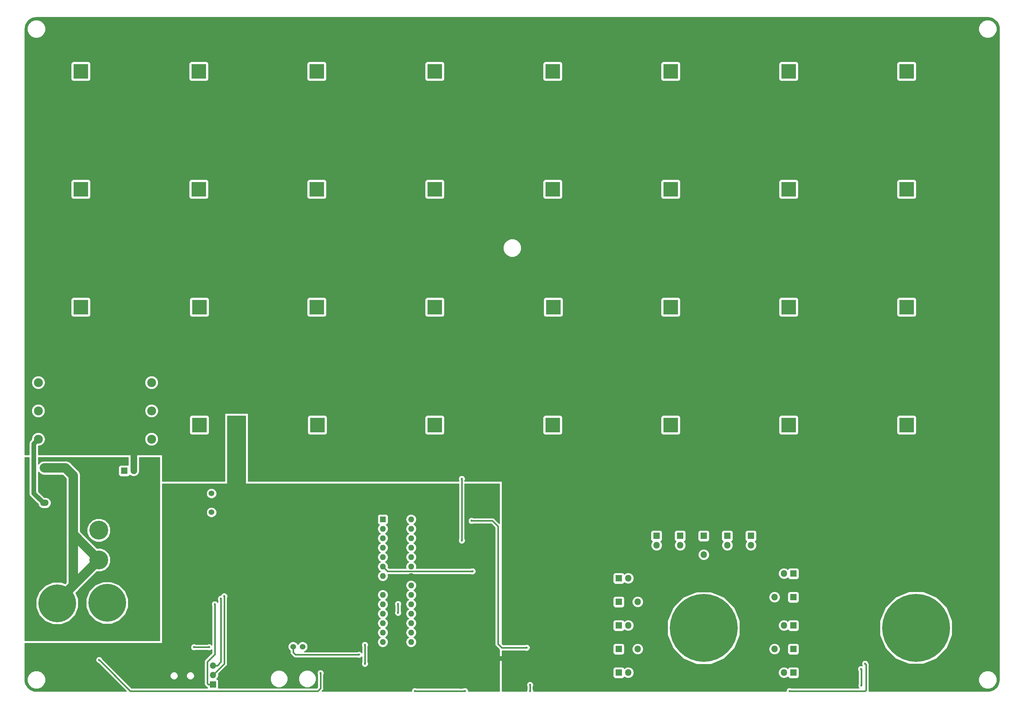
<source format=gbr>
G04 #@! TF.GenerationSoftware,KiCad,Pcbnew,(5.0.2)-1*
G04 #@! TF.CreationDate,2020-05-26T13:11:33-05:00*
G04 #@! TF.ProjectId,Spot_Welder_Hardware,53706f74-5f57-4656-9c64-65725f486172,rev?*
G04 #@! TF.SameCoordinates,Original*
G04 #@! TF.FileFunction,Copper,L2,Bot*
G04 #@! TF.FilePolarity,Positive*
%FSLAX46Y46*%
G04 Gerber Fmt 4.6, Leading zero omitted, Abs format (unit mm)*
G04 Created by KiCad (PCBNEW (5.0.2)-1) date 5/26/2020 1:11:33 PM*
%MOMM*%
%LPD*%
G01*
G04 APERTURE LIST*
G04 #@! TA.AperFunction,ComponentPad*
%ADD10C,18.288000*%
G04 #@! TD*
G04 #@! TA.AperFunction,ComponentPad*
%ADD11R,4.000000X4.000000*%
G04 #@! TD*
G04 #@! TA.AperFunction,ComponentPad*
%ADD12C,4.000000*%
G04 #@! TD*
G04 #@! TA.AperFunction,ComponentPad*
%ADD13C,10.160000*%
G04 #@! TD*
G04 #@! TA.AperFunction,ComponentPad*
%ADD14C,5.080000*%
G04 #@! TD*
G04 #@! TA.AperFunction,ComponentPad*
%ADD15C,1.524000*%
G04 #@! TD*
G04 #@! TA.AperFunction,ComponentPad*
%ADD16R,1.800000X1.800000*%
G04 #@! TD*
G04 #@! TA.AperFunction,ComponentPad*
%ADD17O,1.800000X1.800000*%
G04 #@! TD*
G04 #@! TA.AperFunction,ComponentPad*
%ADD18R,1.700000X1.700000*%
G04 #@! TD*
G04 #@! TA.AperFunction,ComponentPad*
%ADD19O,1.700000X1.700000*%
G04 #@! TD*
G04 #@! TA.AperFunction,ComponentPad*
%ADD20C,2.400000*%
G04 #@! TD*
G04 #@! TA.AperFunction,ComponentPad*
%ADD21O,2.400000X2.400000*%
G04 #@! TD*
G04 #@! TA.AperFunction,ComponentPad*
%ADD22O,2.300000X1.700000*%
G04 #@! TD*
G04 #@! TA.AperFunction,ComponentPad*
%ADD23R,1.600000X1.600000*%
G04 #@! TD*
G04 #@! TA.AperFunction,ComponentPad*
%ADD24O,1.600000X1.600000*%
G04 #@! TD*
G04 #@! TA.AperFunction,ViaPad*
%ADD25C,0.600000*%
G04 #@! TD*
G04 #@! TA.AperFunction,Conductor*
%ADD26C,0.381000*%
G04 #@! TD*
G04 #@! TA.AperFunction,Conductor*
%ADD27C,1.270000*%
G04 #@! TD*
G04 #@! TA.AperFunction,Conductor*
%ADD28C,1.778000*%
G04 #@! TD*
G04 #@! TA.AperFunction,Conductor*
%ADD29C,2.540000*%
G04 #@! TD*
G04 #@! TA.AperFunction,Conductor*
%ADD30C,0.254000*%
G04 #@! TD*
G04 APERTURE END LIST*
D10*
G04 #@! TO.P,REF\002A\002A,1*
G04 #@! TO.N,V+*
X257302000Y-178816000D03*
G04 #@! TD*
D11*
G04 #@! TO.P,C1,1*
G04 #@! TO.N,V+*
X223012000Y-60706000D03*
D12*
G04 #@! TO.P,C1,2*
G04 #@! TO.N,GND*
X233012000Y-60706000D03*
G04 #@! TD*
D11*
G04 #@! TO.P,C2,1*
G04 #@! TO.N,V+*
X254762000Y-28956000D03*
D12*
G04 #@! TO.P,C2,2*
G04 #@! TO.N,GND*
X264762000Y-28956000D03*
G04 #@! TD*
D11*
G04 #@! TO.P,C3,1*
G04 #@! TO.N,V+*
X223012000Y-92456000D03*
D12*
G04 #@! TO.P,C3,2*
G04 #@! TO.N,GND*
X233012000Y-92456000D03*
G04 #@! TD*
D11*
G04 #@! TO.P,C4,1*
G04 #@! TO.N,V+*
X191262000Y-124206000D03*
D12*
G04 #@! TO.P,C4,2*
G04 #@! TO.N,GND*
X201262000Y-124206000D03*
G04 #@! TD*
D11*
G04 #@! TO.P,C5,1*
G04 #@! TO.N,V+*
X223012000Y-124206000D03*
D12*
G04 #@! TO.P,C5,2*
G04 #@! TO.N,GND*
X233012000Y-124206000D03*
G04 #@! TD*
D11*
G04 #@! TO.P,C6,1*
G04 #@! TO.N,V+*
X254762000Y-60706000D03*
D12*
G04 #@! TO.P,C6,2*
G04 #@! TO.N,GND*
X264762000Y-60706000D03*
G04 #@! TD*
D11*
G04 #@! TO.P,C8,1*
G04 #@! TO.N,V+*
X254762000Y-92456000D03*
D12*
G04 #@! TO.P,C8,2*
G04 #@! TO.N,GND*
X264762000Y-92456000D03*
G04 #@! TD*
D11*
G04 #@! TO.P,C9,1*
G04 #@! TO.N,V+*
X191262000Y-60706000D03*
D12*
G04 #@! TO.P,C9,2*
G04 #@! TO.N,GND*
X201262000Y-60706000D03*
G04 #@! TD*
D11*
G04 #@! TO.P,C10,1*
G04 #@! TO.N,V+*
X96012000Y-92456000D03*
D12*
G04 #@! TO.P,C10,2*
G04 #@! TO.N,GND*
X106012000Y-92456000D03*
G04 #@! TD*
D11*
G04 #@! TO.P,C12,1*
G04 #@! TO.N,V+*
X96012000Y-60706000D03*
D12*
G04 #@! TO.P,C12,2*
G04 #@! TO.N,GND*
X106012000Y-60706000D03*
G04 #@! TD*
D11*
G04 #@! TO.P,C13,1*
G04 #@! TO.N,V+*
X64422000Y-92456000D03*
D12*
G04 #@! TO.P,C13,2*
G04 #@! TO.N,GND*
X74422000Y-92456000D03*
G04 #@! TD*
D11*
G04 #@! TO.P,C14,1*
G04 #@! TO.N,V+*
X64262000Y-28956000D03*
D12*
G04 #@! TO.P,C14,2*
G04 #@! TO.N,GND*
X74262000Y-28956000D03*
G04 #@! TD*
D11*
G04 #@! TO.P,C16,1*
G04 #@! TO.N,V+*
X64262000Y-60706000D03*
D12*
G04 #@! TO.P,C16,2*
G04 #@! TO.N,GND*
X74262000Y-60706000D03*
G04 #@! TD*
D11*
G04 #@! TO.P,C17,1*
G04 #@! TO.N,V+*
X32512000Y-28956000D03*
D12*
G04 #@! TO.P,C17,2*
G04 #@! TO.N,GND*
X42512000Y-28956000D03*
G04 #@! TD*
D11*
G04 #@! TO.P,C18,1*
G04 #@! TO.N,V+*
X127762000Y-60706000D03*
D12*
G04 #@! TO.P,C18,2*
G04 #@! TO.N,GND*
X137762000Y-60706000D03*
G04 #@! TD*
D11*
G04 #@! TO.P,C20,1*
G04 #@! TO.N,V+*
X32512000Y-60706000D03*
D12*
G04 #@! TO.P,C20,2*
G04 #@! TO.N,GND*
X42512000Y-60706000D03*
G04 #@! TD*
D11*
G04 #@! TO.P,C21,1*
G04 #@! TO.N,V+*
X96012000Y-28956000D03*
D12*
G04 #@! TO.P,C21,2*
G04 #@! TO.N,GND*
X106012000Y-28956000D03*
G04 #@! TD*
D11*
G04 #@! TO.P,C22,1*
G04 #@! TO.N,V+*
X127762000Y-28956000D03*
D12*
G04 #@! TO.P,C22,2*
G04 #@! TO.N,GND*
X137762000Y-28956000D03*
G04 #@! TD*
D11*
G04 #@! TO.P,C25,1*
G04 #@! TO.N,V+*
X159512000Y-28956000D03*
D12*
G04 #@! TO.P,C25,2*
G04 #@! TO.N,GND*
X169512000Y-28956000D03*
G04 #@! TD*
D11*
G04 #@! TO.P,C26,1*
G04 #@! TO.N,V+*
X127762000Y-92456000D03*
D12*
G04 #@! TO.P,C26,2*
G04 #@! TO.N,GND*
X137762000Y-92456000D03*
G04 #@! TD*
D11*
G04 #@! TO.P,C27,1*
G04 #@! TO.N,V+*
X96172000Y-124206000D03*
D12*
G04 #@! TO.P,C27,2*
G04 #@! TO.N,GND*
X106172000Y-124206000D03*
G04 #@! TD*
D11*
G04 #@! TO.P,C29,1*
G04 #@! TO.N,V+*
X32512000Y-92456000D03*
D12*
G04 #@! TO.P,C29,2*
G04 #@! TO.N,GND*
X42512000Y-92456000D03*
G04 #@! TD*
D11*
G04 #@! TO.P,C30,1*
G04 #@! TO.N,V+*
X159512000Y-60706000D03*
D12*
G04 #@! TO.P,C30,2*
G04 #@! TO.N,GND*
X169512000Y-60706000D03*
G04 #@! TD*
D11*
G04 #@! TO.P,C31,1*
G04 #@! TO.N,V+*
X127762000Y-124206000D03*
D12*
G04 #@! TO.P,C31,2*
G04 #@! TO.N,GND*
X137762000Y-124206000D03*
G04 #@! TD*
D11*
G04 #@! TO.P,C33,1*
G04 #@! TO.N,V+*
X191262000Y-28956000D03*
D12*
G04 #@! TO.P,C33,2*
G04 #@! TO.N,GND*
X201262000Y-28956000D03*
G04 #@! TD*
D11*
G04 #@! TO.P,C34,1*
G04 #@! TO.N,V+*
X159512000Y-124206000D03*
D12*
G04 #@! TO.P,C34,2*
G04 #@! TO.N,GND*
X169512000Y-124206000D03*
G04 #@! TD*
D11*
G04 #@! TO.P,C35,1*
G04 #@! TO.N,V+*
X191262000Y-92456000D03*
D12*
G04 #@! TO.P,C35,2*
G04 #@! TO.N,GND*
X201262000Y-92456000D03*
G04 #@! TD*
D11*
G04 #@! TO.P,C36,1*
G04 #@! TO.N,V+*
X223012000Y-28956000D03*
D12*
G04 #@! TO.P,C36,2*
G04 #@! TO.N,GND*
X233012000Y-28956000D03*
G04 #@! TD*
D11*
G04 #@! TO.P,C37,1*
G04 #@! TO.N,V+*
X159672000Y-92456000D03*
D12*
G04 #@! TO.P,C37,2*
G04 #@! TO.N,GND*
X169672000Y-92456000D03*
G04 #@! TD*
D11*
G04 #@! TO.P,C38,1*
G04 #@! TO.N,V+*
X254762000Y-124206000D03*
D12*
G04 #@! TO.P,C38,2*
G04 #@! TO.N,GND*
X264762000Y-124206000D03*
G04 #@! TD*
D11*
G04 #@! TO.P,C45,1*
G04 #@! TO.N,/Vin*
X64422000Y-124206000D03*
D12*
G04 #@! TO.P,C45,2*
G04 #@! TO.N,GND*
X74422000Y-124206000D03*
G04 #@! TD*
D13*
G04 #@! TO.P,Conn1,1*
G04 #@! TO.N,V+*
X39624000Y-172085000D03*
G04 #@! TD*
G04 #@! TO.P,Conn2,1*
G04 #@! TO.N,Conn_GND*
X26162000Y-172212000D03*
G04 #@! TD*
D14*
G04 #@! TO.P,Conn3,1*
G04 #@! TO.N,Conn_GND*
X37363400Y-160529000D03*
G04 #@! TO.P,Conn3,2*
G04 #@! TO.N,V+*
X37363400Y-152528000D03*
G04 #@! TD*
D15*
G04 #@! TO.P,Conn4,3*
G04 #@! TO.N,GND*
X87122000Y-183896000D03*
G04 #@! TO.P,Conn4,2*
G04 #@! TO.N,Ext_Trigger*
X89662000Y-183896000D03*
G04 #@! TO.P,Conn4,1*
G04 #@! TO.N,+5V*
X92202000Y-183896000D03*
G04 #@! TD*
D16*
G04 #@! TO.P,D13,1*
G04 #@! TO.N,V+*
X224282000Y-184531000D03*
D17*
G04 #@! TO.P,D13,2*
G04 #@! TO.N,VS*
X219202000Y-184531000D03*
G04 #@! TD*
D16*
G04 #@! TO.P,D14,1*
G04 #@! TO.N,V+*
X224282000Y-170561000D03*
D17*
G04 #@! TO.P,D14,2*
G04 #@! TO.N,VS*
X219202000Y-170561000D03*
G04 #@! TD*
D16*
G04 #@! TO.P,D15,1*
G04 #@! TO.N,V+*
X200152000Y-154051000D03*
D17*
G04 #@! TO.P,D15,2*
G04 #@! TO.N,VS*
X200152000Y-159131000D03*
G04 #@! TD*
D16*
G04 #@! TO.P,D16,1*
G04 #@! TO.N,V+*
X177292000Y-171831000D03*
D17*
G04 #@! TO.P,D16,2*
G04 #@! TO.N,VS*
X182372000Y-171831000D03*
G04 #@! TD*
D16*
G04 #@! TO.P,D19,1*
G04 #@! TO.N,V+*
X177292000Y-184531000D03*
D17*
G04 #@! TO.P,D19,2*
G04 #@! TO.N,VS*
X182372000Y-184531000D03*
G04 #@! TD*
D18*
G04 #@! TO.P,J2,1*
G04 #@! TO.N,IC_TX*
X68072000Y-194056000D03*
D19*
G04 #@! TO.P,J2,2*
G04 #@! TO.N,IC_RX*
X68072000Y-191516000D03*
G04 #@! TO.P,J2,3*
G04 #@! TO.N,DTR*
X68072000Y-188976000D03*
G04 #@! TD*
D16*
G04 #@! TO.P,Q3,1*
G04 #@! TO.N,Net-(Q2-Pad3)*
X44196000Y-136525000D03*
D17*
G04 #@! TO.P,Q3,2*
G04 #@! TO.N,GND*
X46736000Y-136525000D03*
G04 #@! TO.P,Q3,3*
G04 #@! TO.N,Power_GND*
X49276000Y-136525000D03*
G04 #@! TD*
D16*
G04 #@! TO.P,Q4,1*
G04 #@! TO.N,Net-(L1-Pad1)*
X224282000Y-178181000D03*
D17*
G04 #@! TO.P,Q4,2*
G04 #@! TO.N,VS*
X221742000Y-178181000D03*
G04 #@! TO.P,Q4,3*
G04 #@! TO.N,GND*
X219202000Y-178181000D03*
G04 #@! TD*
D16*
G04 #@! TO.P,Q5,1*
G04 #@! TO.N,Net-(L2-Pad1)*
X224282000Y-164211000D03*
D17*
G04 #@! TO.P,Q5,2*
G04 #@! TO.N,VS*
X221742000Y-164211000D03*
G04 #@! TO.P,Q5,3*
G04 #@! TO.N,GND*
X219202000Y-164211000D03*
G04 #@! TD*
D16*
G04 #@! TO.P,Q6,1*
G04 #@! TO.N,Net-(L3-Pad1)*
X224282000Y-190881000D03*
D17*
G04 #@! TO.P,Q6,2*
G04 #@! TO.N,VS*
X221742000Y-190881000D03*
G04 #@! TO.P,Q6,3*
G04 #@! TO.N,GND*
X219202000Y-190881000D03*
G04 #@! TD*
D16*
G04 #@! TO.P,Q7,1*
G04 #@! TO.N,Net-(L4-Pad1)*
X212852000Y-154051000D03*
D17*
G04 #@! TO.P,Q7,2*
G04 #@! TO.N,VS*
X212852000Y-156591000D03*
G04 #@! TO.P,Q7,3*
G04 #@! TO.N,GND*
X212852000Y-159131000D03*
G04 #@! TD*
D16*
G04 #@! TO.P,Q8,1*
G04 #@! TO.N,Net-(L5-Pad1)*
X206502000Y-154051000D03*
D17*
G04 #@! TO.P,Q8,2*
G04 #@! TO.N,VS*
X206502000Y-156591000D03*
G04 #@! TO.P,Q8,3*
G04 #@! TO.N,GND*
X206502000Y-159131000D03*
G04 #@! TD*
D16*
G04 #@! TO.P,Q9,1*
G04 #@! TO.N,Net-(L6-Pad1)*
X193802000Y-154051000D03*
D17*
G04 #@! TO.P,Q9,2*
G04 #@! TO.N,VS*
X193802000Y-156591000D03*
G04 #@! TO.P,Q9,3*
G04 #@! TO.N,GND*
X193802000Y-159131000D03*
G04 #@! TD*
D16*
G04 #@! TO.P,Q10,1*
G04 #@! TO.N,Net-(L7-Pad1)*
X187452000Y-154051000D03*
D17*
G04 #@! TO.P,Q10,2*
G04 #@! TO.N,VS*
X187452000Y-156591000D03*
G04 #@! TO.P,Q10,3*
G04 #@! TO.N,GND*
X187452000Y-159131000D03*
G04 #@! TD*
D16*
G04 #@! TO.P,Q11,1*
G04 #@! TO.N,Net-(L8-Pad1)*
X177292000Y-190881000D03*
D17*
G04 #@! TO.P,Q11,2*
G04 #@! TO.N,VS*
X179832000Y-190881000D03*
G04 #@! TO.P,Q11,3*
G04 #@! TO.N,GND*
X182372000Y-190881000D03*
G04 #@! TD*
D16*
G04 #@! TO.P,Q12,1*
G04 #@! TO.N,Net-(L9-Pad1)*
X177292000Y-165481000D03*
D17*
G04 #@! TO.P,Q12,2*
G04 #@! TO.N,VS*
X179832000Y-165481000D03*
G04 #@! TO.P,Q12,3*
G04 #@! TO.N,GND*
X182372000Y-165481000D03*
G04 #@! TD*
D16*
G04 #@! TO.P,Q13,1*
G04 #@! TO.N,Net-(L10-Pad1)*
X177292000Y-178181000D03*
D17*
G04 #@! TO.P,Q13,2*
G04 #@! TO.N,VS*
X179832000Y-178181000D03*
G04 #@! TO.P,Q13,3*
G04 #@! TO.N,GND*
X182372000Y-178181000D03*
G04 #@! TD*
D20*
G04 #@! TO.P,R12,1*
G04 #@! TO.N,Net-(R12-Pad1)*
X51562000Y-128016000D03*
D21*
G04 #@! TO.P,R12,2*
G04 #@! TO.N,Net-(R12-Pad2)*
X21082000Y-128016000D03*
G04 #@! TD*
D20*
G04 #@! TO.P,R13,1*
G04 #@! TO.N,Net-(R13-Pad1)*
X21082000Y-120396000D03*
D21*
G04 #@! TO.P,R13,2*
G04 #@! TO.N,Net-(R12-Pad1)*
X51562000Y-120396000D03*
G04 #@! TD*
D20*
G04 #@! TO.P,R14,1*
G04 #@! TO.N,V+*
X51562000Y-112776000D03*
D21*
G04 #@! TO.P,R14,2*
G04 #@! TO.N,Net-(R13-Pad1)*
X21082000Y-112776000D03*
G04 #@! TD*
D22*
G04 #@! TO.P,SW2,3*
G04 #@! TO.N,Conn_GND*
X22733000Y-135762000D03*
G04 #@! TO.P,SW2,2*
G04 #@! TO.N,Power_GND*
X22733000Y-140462000D03*
G04 #@! TO.P,SW2,1*
G04 #@! TO.N,Net-(R12-Pad2)*
X22733000Y-145162000D03*
G04 #@! TD*
D15*
G04 #@! TO.P,U1,1*
G04 #@! TO.N,/Vin*
X67691000Y-142621000D03*
G04 #@! TO.P,U1,2*
G04 #@! TO.N,GND*
X67691000Y-145161000D03*
G04 #@! TO.P,U1,3*
G04 #@! TO.N,+5V*
X67691000Y-147701000D03*
G04 #@! TD*
D23*
G04 #@! TO.P,U2,1*
G04 #@! TO.N,Reset*
X113792000Y-149606000D03*
D24*
G04 #@! TO.P,U2,15*
G04 #@! TO.N,5V_Ind*
X121412000Y-182626000D03*
G04 #@! TO.P,U2,2*
G04 #@! TO.N,Net-(R24-Pad2)*
X113792000Y-152146000D03*
G04 #@! TO.P,U2,16*
G04 #@! TO.N,7.5V_Ind*
X121412000Y-180086000D03*
G04 #@! TO.P,U2,3*
G04 #@! TO.N,Net-(R25-Pad2)*
X113792000Y-154686000D03*
G04 #@! TO.P,U2,17*
G04 #@! TO.N,10V_Ind*
X121412000Y-177546000D03*
G04 #@! TO.P,U2,4*
G04 #@! TO.N,Net-(U2-Pad4)*
X113792000Y-157226000D03*
G04 #@! TO.P,U2,18*
G04 #@! TO.N,12.5V_Ind*
X121412000Y-175006000D03*
G04 #@! TO.P,U2,5*
G04 #@! TO.N,Net-(U2-Pad5)*
X113792000Y-159766000D03*
G04 #@! TO.P,U2,19*
G04 #@! TO.N,Net-(U2-Pad19)*
X121412000Y-172466000D03*
G04 #@! TO.P,U2,6*
G04 #@! TO.N,Buzzer*
X113792000Y-162306000D03*
G04 #@! TO.P,U2,20*
G04 #@! TO.N,+5V*
X121412000Y-169926000D03*
G04 #@! TO.P,U2,7*
X113792000Y-164846000D03*
G04 #@! TO.P,U2,21*
G04 #@! TO.N,Net-(C40-Pad1)*
X121412000Y-167386000D03*
G04 #@! TO.P,U2,8*
G04 #@! TO.N,GND*
X113792000Y-167386000D03*
G04 #@! TO.P,U2,22*
X121412000Y-164846000D03*
G04 #@! TO.P,U2,9*
G04 #@! TO.N,Net-(C41-Pad1)*
X113792000Y-169926000D03*
G04 #@! TO.P,U2,23*
G04 #@! TO.N,V_Sense*
X121412000Y-162306000D03*
G04 #@! TO.P,U2,10*
G04 #@! TO.N,Net-(C42-Pad1)*
X113792000Y-172466000D03*
G04 #@! TO.P,U2,24*
G04 #@! TO.N,Lead_Sense*
X121412000Y-159766000D03*
G04 #@! TO.P,U2,11*
G04 #@! TO.N,Pulse_Out*
X113792000Y-175006000D03*
G04 #@! TO.P,U2,25*
G04 #@! TO.N,Net-(U2-Pad25)*
X121412000Y-157226000D03*
G04 #@! TO.P,U2,12*
G04 #@! TO.N,Ext_Trigger*
X113792000Y-177546000D03*
G04 #@! TO.P,U2,26*
G04 #@! TO.N,Net-(U2-Pad26)*
X121412000Y-154686000D03*
G04 #@! TO.P,U2,13*
G04 #@! TO.N,Lead_Voltage_Trigger*
X113792000Y-180086000D03*
G04 #@! TO.P,U2,27*
G04 #@! TO.N,Net-(U2-Pad27)*
X121412000Y-152146000D03*
G04 #@! TO.P,U2,14*
G04 #@! TO.N,Net-(U2-Pad14)*
X113792000Y-182626000D03*
G04 #@! TO.P,U2,28*
G04 #@! TO.N,Net-(U2-Pad28)*
X121412000Y-149606000D03*
G04 #@! TD*
D10*
G04 #@! TO.P,REF\002A\002A,1*
G04 #@! TO.N,VS*
X200152000Y-178841400D03*
G04 #@! TD*
D25*
G04 #@! TO.N,+5V*
X223266000Y-195834000D03*
X243586000Y-188468000D03*
X153416000Y-195834000D03*
X153416000Y-194183000D03*
X108966000Y-183388000D03*
X108966000Y-188468000D03*
X135890000Y-195834000D03*
X122428000Y-195834000D03*
X117906800Y-172364400D03*
X117906800Y-174752000D03*
G04 #@! TO.N,V+*
X135042000Y-155263000D03*
X135042000Y-138684000D03*
G04 #@! TO.N,GND*
X156972000Y-180848000D03*
X240284000Y-178308000D03*
X235712000Y-178308000D03*
X235712000Y-164084000D03*
X61214000Y-185928000D03*
X129540000Y-167386000D03*
X140462000Y-167640000D03*
X197104000Y-143764000D03*
X166370000Y-178054000D03*
X162306000Y-178054000D03*
X166370000Y-165862000D03*
X162306000Y-165862000D03*
X175006000Y-160274000D03*
X175006000Y-155956000D03*
X240284000Y-164084000D03*
X203200000Y-146558000D03*
X198628000Y-146558000D03*
X162052000Y-189992000D03*
X161036000Y-189992000D03*
X159766000Y-189992000D03*
X134788000Y-194986000D03*
X148971000Y-182626000D03*
X98044000Y-194945000D03*
X81280000Y-194945000D03*
X64135000Y-185928000D03*
X73152000Y-173990000D03*
X109982000Y-159512000D03*
X39624000Y-192024000D03*
X109982000Y-169672000D03*
X109982000Y-172720000D03*
X148971000Y-189611000D03*
X150289000Y-189611000D03*
X246126000Y-191770000D03*
X243078000Y-184912000D03*
X243078000Y-185928000D03*
X242852000Y-186944000D03*
X240030000Y-187071000D03*
X236728000Y-187071000D03*
X234950000Y-187071000D03*
X130556000Y-148336000D03*
X130556000Y-158750000D03*
X62738000Y-178562000D03*
X78486000Y-140970000D03*
X107137200Y-181305200D03*
G04 #@! TO.N,USB+5V*
X67056000Y-184023000D03*
X62992000Y-184023000D03*
G04 #@! TO.N,DTR*
X70231000Y-170942000D03*
G04 #@! TO.N,Ext_Trigger*
X107384000Y-186055000D03*
G04 #@! TO.N,VS*
X152527000Y-184150000D03*
X137668000Y-149987000D03*
G04 #@! TO.N,IC_TX*
X68580000Y-172466000D03*
G04 #@! TO.N,IC_RX*
X71120000Y-170307000D03*
G04 #@! TO.N,Buzzer*
X137922000Y-163576000D03*
G04 #@! TO.N,Pulse_Out*
X97028000Y-191008000D03*
X37465000Y-187452000D03*
X242570000Y-194310000D03*
X242480501Y-189902501D03*
G04 #@! TD*
D26*
G04 #@! TO.N,+5V*
X243586000Y-195834000D02*
X223266000Y-195834000D01*
X243840000Y-195580000D02*
X243586000Y-195834000D01*
X243586000Y-188468000D02*
X243840000Y-188722000D01*
X243840000Y-188722000D02*
X243840000Y-195580000D01*
X153416000Y-194183000D02*
X153416000Y-195834000D01*
X108966000Y-183388000D02*
X108966000Y-188468000D01*
X135890000Y-195834000D02*
X122428000Y-195834000D01*
X117906800Y-172364400D02*
X117906800Y-174752000D01*
G04 #@! TO.N,V+*
X135042000Y-155263000D02*
X135042000Y-138684000D01*
X135042000Y-138684000D02*
X135042000Y-138598000D01*
D27*
G04 #@! TO.N,GND*
X74422000Y-124206000D02*
X74422000Y-123571000D01*
D28*
X46736000Y-136525000D02*
X46736000Y-130810000D01*
D27*
X141732000Y-187071000D02*
X147066000Y-187071000D01*
D26*
G04 #@! TO.N,USB+5V*
X67056000Y-184023000D02*
X62992000Y-184023000D01*
G04 #@! TO.N,DTR*
X69274081Y-188976000D02*
X70231000Y-188019081D01*
X68072000Y-188976000D02*
X69274081Y-188976000D01*
X70231000Y-188019081D02*
X70231000Y-172210350D01*
X70231000Y-172210350D02*
X70231000Y-170942000D01*
D29*
G04 #@! TO.N,Conn_GND*
X26162000Y-172212000D02*
X26162000Y-171730400D01*
X30480000Y-153645600D02*
X37363400Y-160529000D01*
X30480000Y-167412400D02*
X29718000Y-168174400D01*
X26162000Y-171730400D02*
X29718000Y-168174400D01*
X29718000Y-168174400D02*
X37363400Y-160529000D01*
X30480000Y-153645600D02*
X30480000Y-167412400D01*
X30480000Y-153645600D02*
X30480000Y-147066000D01*
X30480000Y-147066000D02*
X30480000Y-137820400D01*
X28421600Y-135762000D02*
X30480000Y-137820400D01*
X22733000Y-135762000D02*
X28421600Y-135762000D01*
D26*
G04 #@! TO.N,Ext_Trigger*
X89662000Y-185420000D02*
X89662000Y-183896000D01*
X104902000Y-186055000D02*
X90297000Y-186055000D01*
X90297000Y-186055000D02*
X89662000Y-185420000D01*
X104902000Y-186055000D02*
X107384000Y-186055000D01*
G04 #@! TO.N,VS*
X146304000Y-184150000D02*
X152527000Y-184150000D01*
X145796000Y-184150000D02*
X146304000Y-184150000D01*
X144780000Y-183134000D02*
X145796000Y-184150000D01*
X144780000Y-151511000D02*
X144780000Y-183134000D01*
X143256000Y-149987000D02*
X144780000Y-151511000D01*
X137668000Y-149987000D02*
X143256000Y-149987000D01*
G04 #@! TO.N,IC_TX*
X68072000Y-194056000D02*
X66841000Y-194056000D01*
X66841000Y-194056000D02*
X66548000Y-193763000D01*
X68580000Y-185928000D02*
X66548000Y-187960000D01*
X68580000Y-172466000D02*
X68580000Y-185928000D01*
X66548000Y-193763000D02*
X66548000Y-187960000D01*
G04 #@! TO.N,IC_RX*
X68072000Y-191516000D02*
X71120000Y-188468000D01*
X71120000Y-188468000D02*
X71120000Y-170307000D01*
G04 #@! TO.N,Buzzer*
X115062000Y-163576000D02*
X113792000Y-162306000D01*
X137922000Y-163576000D02*
X115062000Y-163576000D01*
G04 #@! TO.N,Pulse_Out*
X97028000Y-195072000D02*
X97028000Y-191008000D01*
X96266000Y-195834000D02*
X97028000Y-195072000D01*
X45847000Y-195834000D02*
X96266000Y-195834000D01*
X37764999Y-187751999D02*
X45847000Y-195834000D01*
X37465000Y-187452000D02*
X37764999Y-187751999D01*
X242570000Y-194310000D02*
X242570000Y-189992000D01*
X242570000Y-189992000D02*
X242480501Y-189902501D01*
D27*
G04 #@! TO.N,Net-(R12-Pad2)*
X19882001Y-129215999D02*
X21082000Y-128016000D01*
X19882001Y-142611001D02*
X19882001Y-129215999D01*
X22433000Y-145162000D02*
X19882001Y-142611001D01*
X22733000Y-145162000D02*
X22433000Y-145162000D01*
G04 #@! TO.N,/Vin*
X64422000Y-124206000D02*
X64422000Y-123751000D01*
G04 #@! TD*
D30*
G04 #@! TO.N,Power_GND*
G36*
X18612001Y-142485926D02*
X18587122Y-142611001D01*
X18612001Y-142736076D01*
X18612001Y-142736080D01*
X18685688Y-143106529D01*
X18966383Y-143526619D01*
X19072422Y-143597472D01*
X20988919Y-145513970D01*
X21034161Y-145741418D01*
X21362375Y-146232625D01*
X21853582Y-146560839D01*
X22286744Y-146647000D01*
X23179256Y-146647000D01*
X23612418Y-146560839D01*
X24103625Y-146232625D01*
X24431839Y-145741418D01*
X24547092Y-145162000D01*
X24431839Y-144582582D01*
X24103625Y-144091375D01*
X23612418Y-143763161D01*
X23179256Y-143677000D01*
X22744051Y-143677000D01*
X21152001Y-142084951D01*
X21152001Y-136824777D01*
X21359572Y-137135428D01*
X21989706Y-137556471D01*
X22545374Y-137667000D01*
X27632524Y-137667000D01*
X28575001Y-138609477D01*
X28575000Y-147253625D01*
X28575001Y-147253630D01*
X28575000Y-153457974D01*
X28575000Y-153457979D01*
X28537680Y-153645600D01*
X28575000Y-153833221D01*
X28575001Y-166623323D01*
X28503635Y-166694689D01*
X28503632Y-166694691D01*
X28290529Y-166907794D01*
X27298784Y-166497000D01*
X25025216Y-166497000D01*
X22924713Y-167367057D01*
X21317057Y-168974713D01*
X20447000Y-171075216D01*
X20447000Y-173348784D01*
X21317057Y-175449287D01*
X22924713Y-177056943D01*
X25025216Y-177927000D01*
X27298784Y-177927000D01*
X29399287Y-177056943D01*
X31006943Y-175449287D01*
X31877000Y-173348784D01*
X31877000Y-171075216D01*
X31824395Y-170948216D01*
X33909000Y-170948216D01*
X33909000Y-173221784D01*
X34779057Y-175322287D01*
X36386713Y-176929943D01*
X38487216Y-177800000D01*
X40760784Y-177800000D01*
X42861287Y-176929943D01*
X44468943Y-175322287D01*
X45339000Y-173221784D01*
X45339000Y-170948216D01*
X44468943Y-168847713D01*
X42861287Y-167240057D01*
X40760784Y-166370000D01*
X38487216Y-166370000D01*
X36386713Y-167240057D01*
X34779057Y-168847713D01*
X33909000Y-170948216D01*
X31824395Y-170948216D01*
X31184091Y-169402386D01*
X31197709Y-169388768D01*
X31197711Y-169388765D01*
X31694366Y-168892110D01*
X31853428Y-168785828D01*
X31959710Y-168626766D01*
X36882477Y-163704000D01*
X37994947Y-163704000D01*
X39161893Y-163220635D01*
X40055035Y-162327493D01*
X40538400Y-161160547D01*
X40538400Y-159897453D01*
X40055035Y-158730507D01*
X39161893Y-157837365D01*
X37994947Y-157354000D01*
X36882477Y-157354000D01*
X32385000Y-152856524D01*
X32385000Y-151896453D01*
X34188400Y-151896453D01*
X34188400Y-153159547D01*
X34671765Y-154326493D01*
X35564907Y-155219635D01*
X36731853Y-155703000D01*
X37994947Y-155703000D01*
X39161893Y-155219635D01*
X40055035Y-154326493D01*
X40538400Y-153159547D01*
X40538400Y-151896453D01*
X40055035Y-150729507D01*
X39161893Y-149836365D01*
X37994947Y-149353000D01*
X36731853Y-149353000D01*
X35564907Y-149836365D01*
X34671765Y-150729507D01*
X34188400Y-151896453D01*
X32385000Y-151896453D01*
X32385000Y-138008020D01*
X32422320Y-137820399D01*
X32385000Y-137632778D01*
X32385000Y-137632774D01*
X32274471Y-137077106D01*
X31853428Y-136446972D01*
X31694366Y-136340690D01*
X29901310Y-134547634D01*
X29795028Y-134388572D01*
X29164894Y-133967529D01*
X28609226Y-133857000D01*
X28609221Y-133857000D01*
X28421600Y-133819680D01*
X28233979Y-133857000D01*
X22545374Y-133857000D01*
X21989706Y-133967529D01*
X21359572Y-134388572D01*
X21152001Y-134699223D01*
X21152001Y-132969000D01*
X45212000Y-132969000D01*
X45212000Y-135000634D01*
X45096000Y-134977560D01*
X43296000Y-134977560D01*
X43048235Y-135026843D01*
X42838191Y-135167191D01*
X42697843Y-135377235D01*
X42648560Y-135625000D01*
X42648560Y-137425000D01*
X42697843Y-137672765D01*
X42838191Y-137882809D01*
X43048235Y-138023157D01*
X43296000Y-138072440D01*
X45096000Y-138072440D01*
X45343765Y-138023157D01*
X45553809Y-137882809D01*
X45693129Y-137674304D01*
X46137073Y-137970938D01*
X46584818Y-138060000D01*
X46641204Y-138060000D01*
X46736000Y-138078856D01*
X46830796Y-138060000D01*
X46887182Y-138060000D01*
X47334927Y-137970938D01*
X47842673Y-137631673D01*
X48181938Y-137123927D01*
X48301072Y-136525000D01*
X48260000Y-136318517D01*
X48260000Y-132969000D01*
X53721000Y-132969000D01*
X53721000Y-182245000D01*
X17474000Y-182245000D01*
X17474000Y-132969000D01*
X18612002Y-132969000D01*
X18612001Y-142485926D01*
X18612001Y-142485926D01*
G37*
X18612001Y-142485926D02*
X18587122Y-142611001D01*
X18612001Y-142736076D01*
X18612001Y-142736080D01*
X18685688Y-143106529D01*
X18966383Y-143526619D01*
X19072422Y-143597472D01*
X20988919Y-145513970D01*
X21034161Y-145741418D01*
X21362375Y-146232625D01*
X21853582Y-146560839D01*
X22286744Y-146647000D01*
X23179256Y-146647000D01*
X23612418Y-146560839D01*
X24103625Y-146232625D01*
X24431839Y-145741418D01*
X24547092Y-145162000D01*
X24431839Y-144582582D01*
X24103625Y-144091375D01*
X23612418Y-143763161D01*
X23179256Y-143677000D01*
X22744051Y-143677000D01*
X21152001Y-142084951D01*
X21152001Y-136824777D01*
X21359572Y-137135428D01*
X21989706Y-137556471D01*
X22545374Y-137667000D01*
X27632524Y-137667000D01*
X28575001Y-138609477D01*
X28575000Y-147253625D01*
X28575001Y-147253630D01*
X28575000Y-153457974D01*
X28575000Y-153457979D01*
X28537680Y-153645600D01*
X28575000Y-153833221D01*
X28575001Y-166623323D01*
X28503635Y-166694689D01*
X28503632Y-166694691D01*
X28290529Y-166907794D01*
X27298784Y-166497000D01*
X25025216Y-166497000D01*
X22924713Y-167367057D01*
X21317057Y-168974713D01*
X20447000Y-171075216D01*
X20447000Y-173348784D01*
X21317057Y-175449287D01*
X22924713Y-177056943D01*
X25025216Y-177927000D01*
X27298784Y-177927000D01*
X29399287Y-177056943D01*
X31006943Y-175449287D01*
X31877000Y-173348784D01*
X31877000Y-171075216D01*
X31824395Y-170948216D01*
X33909000Y-170948216D01*
X33909000Y-173221784D01*
X34779057Y-175322287D01*
X36386713Y-176929943D01*
X38487216Y-177800000D01*
X40760784Y-177800000D01*
X42861287Y-176929943D01*
X44468943Y-175322287D01*
X45339000Y-173221784D01*
X45339000Y-170948216D01*
X44468943Y-168847713D01*
X42861287Y-167240057D01*
X40760784Y-166370000D01*
X38487216Y-166370000D01*
X36386713Y-167240057D01*
X34779057Y-168847713D01*
X33909000Y-170948216D01*
X31824395Y-170948216D01*
X31184091Y-169402386D01*
X31197709Y-169388768D01*
X31197711Y-169388765D01*
X31694366Y-168892110D01*
X31853428Y-168785828D01*
X31959710Y-168626766D01*
X36882477Y-163704000D01*
X37994947Y-163704000D01*
X39161893Y-163220635D01*
X40055035Y-162327493D01*
X40538400Y-161160547D01*
X40538400Y-159897453D01*
X40055035Y-158730507D01*
X39161893Y-157837365D01*
X37994947Y-157354000D01*
X36882477Y-157354000D01*
X32385000Y-152856524D01*
X32385000Y-151896453D01*
X34188400Y-151896453D01*
X34188400Y-153159547D01*
X34671765Y-154326493D01*
X35564907Y-155219635D01*
X36731853Y-155703000D01*
X37994947Y-155703000D01*
X39161893Y-155219635D01*
X40055035Y-154326493D01*
X40538400Y-153159547D01*
X40538400Y-151896453D01*
X40055035Y-150729507D01*
X39161893Y-149836365D01*
X37994947Y-149353000D01*
X36731853Y-149353000D01*
X35564907Y-149836365D01*
X34671765Y-150729507D01*
X34188400Y-151896453D01*
X32385000Y-151896453D01*
X32385000Y-138008020D01*
X32422320Y-137820399D01*
X32385000Y-137632778D01*
X32385000Y-137632774D01*
X32274471Y-137077106D01*
X31853428Y-136446972D01*
X31694366Y-136340690D01*
X29901310Y-134547634D01*
X29795028Y-134388572D01*
X29164894Y-133967529D01*
X28609226Y-133857000D01*
X28609221Y-133857000D01*
X28421600Y-133819680D01*
X28233979Y-133857000D01*
X22545374Y-133857000D01*
X21989706Y-133967529D01*
X21359572Y-134388572D01*
X21152001Y-134699223D01*
X21152001Y-132969000D01*
X45212000Y-132969000D01*
X45212000Y-135000634D01*
X45096000Y-134977560D01*
X43296000Y-134977560D01*
X43048235Y-135026843D01*
X42838191Y-135167191D01*
X42697843Y-135377235D01*
X42648560Y-135625000D01*
X42648560Y-137425000D01*
X42697843Y-137672765D01*
X42838191Y-137882809D01*
X43048235Y-138023157D01*
X43296000Y-138072440D01*
X45096000Y-138072440D01*
X45343765Y-138023157D01*
X45553809Y-137882809D01*
X45693129Y-137674304D01*
X46137073Y-137970938D01*
X46584818Y-138060000D01*
X46641204Y-138060000D01*
X46736000Y-138078856D01*
X46830796Y-138060000D01*
X46887182Y-138060000D01*
X47334927Y-137970938D01*
X47842673Y-137631673D01*
X48181938Y-137123927D01*
X48301072Y-136525000D01*
X48260000Y-136318517D01*
X48260000Y-132969000D01*
X53721000Y-132969000D01*
X53721000Y-182245000D01*
X17474000Y-182245000D01*
X17474000Y-132969000D01*
X18612002Y-132969000D01*
X18612001Y-142485926D01*
G04 #@! TO.N,GND*
G36*
X277228604Y-14492895D02*
X277825782Y-14680039D01*
X278373124Y-14983436D01*
X278848289Y-15390701D01*
X279231852Y-15885188D01*
X279508150Y-16446700D01*
X279668104Y-17060774D01*
X279706000Y-17553270D01*
X279706001Y-192750026D01*
X279639105Y-193408604D01*
X279451961Y-194005782D01*
X279148563Y-194553125D01*
X278741299Y-195028289D01*
X278246812Y-195411852D01*
X277685304Y-195688148D01*
X277071227Y-195848104D01*
X276578730Y-195886000D01*
X244620805Y-195886000D01*
X244665500Y-195661303D01*
X244665500Y-195661298D01*
X244681671Y-195580001D01*
X244665500Y-195498703D01*
X244665500Y-192293393D01*
X274129500Y-192293393D01*
X274129500Y-193278607D01*
X274506524Y-194188825D01*
X275203175Y-194885476D01*
X276113393Y-195262500D01*
X277098607Y-195262500D01*
X278008825Y-194885476D01*
X278705476Y-194188825D01*
X279082500Y-193278607D01*
X279082500Y-192293393D01*
X278705476Y-191383175D01*
X278008825Y-190686524D01*
X277098607Y-190309500D01*
X276113393Y-190309500D01*
X275203175Y-190686524D01*
X274506524Y-191383175D01*
X274129500Y-192293393D01*
X244665500Y-192293393D01*
X244665500Y-188803297D01*
X244681671Y-188721999D01*
X244665500Y-188640702D01*
X244665500Y-188640697D01*
X244617604Y-188399906D01*
X244491915Y-188211800D01*
X244378655Y-187938365D01*
X244115635Y-187675345D01*
X243771983Y-187533000D01*
X243400017Y-187533000D01*
X243056365Y-187675345D01*
X242793345Y-187938365D01*
X242651000Y-188282017D01*
X242651000Y-188653983D01*
X242793345Y-188997635D01*
X242831607Y-189035897D01*
X242666484Y-188967501D01*
X242294518Y-188967501D01*
X241950866Y-189109846D01*
X241687846Y-189372866D01*
X241545501Y-189716518D01*
X241545501Y-190088484D01*
X241687846Y-190432136D01*
X241744501Y-190488791D01*
X241744500Y-193859660D01*
X241635000Y-194124017D01*
X241635000Y-194495983D01*
X241777345Y-194839635D01*
X241946210Y-195008500D01*
X223716340Y-195008500D01*
X223451983Y-194899000D01*
X223080017Y-194899000D01*
X222736365Y-195041345D01*
X222473345Y-195304365D01*
X222331000Y-195648017D01*
X222331000Y-195886000D01*
X154351000Y-195886000D01*
X154351000Y-195648017D01*
X154241500Y-195383660D01*
X154241500Y-194633340D01*
X154351000Y-194368983D01*
X154351000Y-193997017D01*
X154208655Y-193653365D01*
X153945635Y-193390345D01*
X153601983Y-193248000D01*
X153230017Y-193248000D01*
X152886365Y-193390345D01*
X152623345Y-193653365D01*
X152481000Y-193997017D01*
X152481000Y-194368983D01*
X152590500Y-194633341D01*
X152590501Y-195383658D01*
X152481000Y-195648017D01*
X152481000Y-195886000D01*
X145923000Y-195886000D01*
X145923000Y-189981000D01*
X175744560Y-189981000D01*
X175744560Y-191781000D01*
X175793843Y-192028765D01*
X175934191Y-192238809D01*
X176144235Y-192379157D01*
X176392000Y-192428440D01*
X178192000Y-192428440D01*
X178439765Y-192379157D01*
X178649809Y-192238809D01*
X178789129Y-192030304D01*
X179233073Y-192326938D01*
X179680818Y-192416000D01*
X179983182Y-192416000D01*
X180430927Y-192326938D01*
X180938673Y-191987673D01*
X181277938Y-191479927D01*
X181397072Y-190881000D01*
X220176928Y-190881000D01*
X220296062Y-191479927D01*
X220635327Y-191987673D01*
X221143073Y-192326938D01*
X221590818Y-192416000D01*
X221893182Y-192416000D01*
X222340927Y-192326938D01*
X222784871Y-192030304D01*
X222924191Y-192238809D01*
X223134235Y-192379157D01*
X223382000Y-192428440D01*
X225182000Y-192428440D01*
X225429765Y-192379157D01*
X225639809Y-192238809D01*
X225780157Y-192028765D01*
X225829440Y-191781000D01*
X225829440Y-189981000D01*
X225780157Y-189733235D01*
X225639809Y-189523191D01*
X225429765Y-189382843D01*
X225182000Y-189333560D01*
X223382000Y-189333560D01*
X223134235Y-189382843D01*
X222924191Y-189523191D01*
X222784871Y-189731696D01*
X222340927Y-189435062D01*
X221893182Y-189346000D01*
X221590818Y-189346000D01*
X221143073Y-189435062D01*
X220635327Y-189774327D01*
X220296062Y-190282073D01*
X220176928Y-190881000D01*
X181397072Y-190881000D01*
X181277938Y-190282073D01*
X180938673Y-189774327D01*
X180430927Y-189435062D01*
X179983182Y-189346000D01*
X179680818Y-189346000D01*
X179233073Y-189435062D01*
X178789129Y-189731696D01*
X178649809Y-189523191D01*
X178439765Y-189382843D01*
X178192000Y-189333560D01*
X176392000Y-189333560D01*
X176144235Y-189382843D01*
X175934191Y-189523191D01*
X175793843Y-189733235D01*
X175744560Y-189981000D01*
X145923000Y-189981000D01*
X145923000Y-184975500D01*
X152076660Y-184975500D01*
X152341017Y-185085000D01*
X152712983Y-185085000D01*
X153056635Y-184942655D01*
X153319655Y-184679635D01*
X153462000Y-184335983D01*
X153462000Y-183964017D01*
X153324061Y-183631000D01*
X175744560Y-183631000D01*
X175744560Y-185431000D01*
X175793843Y-185678765D01*
X175934191Y-185888809D01*
X176144235Y-186029157D01*
X176392000Y-186078440D01*
X178192000Y-186078440D01*
X178439765Y-186029157D01*
X178649809Y-185888809D01*
X178790157Y-185678765D01*
X178839440Y-185431000D01*
X178839440Y-184531000D01*
X180806928Y-184531000D01*
X180926062Y-185129927D01*
X181265327Y-185637673D01*
X181773073Y-185976938D01*
X182220818Y-186066000D01*
X182523182Y-186066000D01*
X182970927Y-185976938D01*
X183478673Y-185637673D01*
X183817938Y-185129927D01*
X183937072Y-184531000D01*
X183817938Y-183932073D01*
X183478673Y-183424327D01*
X182970927Y-183085062D01*
X182523182Y-182996000D01*
X182220818Y-182996000D01*
X181773073Y-183085062D01*
X181265327Y-183424327D01*
X180926062Y-183932073D01*
X180806928Y-184531000D01*
X178839440Y-184531000D01*
X178839440Y-183631000D01*
X178790157Y-183383235D01*
X178649809Y-183173191D01*
X178439765Y-183032843D01*
X178192000Y-182983560D01*
X176392000Y-182983560D01*
X176144235Y-183032843D01*
X175934191Y-183173191D01*
X175793843Y-183383235D01*
X175744560Y-183631000D01*
X153324061Y-183631000D01*
X153319655Y-183620365D01*
X153056635Y-183357345D01*
X152712983Y-183215000D01*
X152341017Y-183215000D01*
X152076660Y-183324500D01*
X146137933Y-183324500D01*
X145923000Y-183109567D01*
X145923000Y-177281000D01*
X175744560Y-177281000D01*
X175744560Y-179081000D01*
X175793843Y-179328765D01*
X175934191Y-179538809D01*
X176144235Y-179679157D01*
X176392000Y-179728440D01*
X178192000Y-179728440D01*
X178439765Y-179679157D01*
X178649809Y-179538809D01*
X178789129Y-179330304D01*
X179233073Y-179626938D01*
X179680818Y-179716000D01*
X179983182Y-179716000D01*
X180430927Y-179626938D01*
X180938673Y-179287673D01*
X181277938Y-178779927D01*
X181397072Y-178181000D01*
X181277938Y-177582073D01*
X180938673Y-177074327D01*
X180672141Y-176896236D01*
X190373000Y-176896236D01*
X190373000Y-180786564D01*
X191861764Y-184380759D01*
X194612641Y-187131636D01*
X198206836Y-188620400D01*
X202097164Y-188620400D01*
X205691359Y-187131636D01*
X208291995Y-184531000D01*
X217636928Y-184531000D01*
X217756062Y-185129927D01*
X218095327Y-185637673D01*
X218603073Y-185976938D01*
X219050818Y-186066000D01*
X219353182Y-186066000D01*
X219800927Y-185976938D01*
X220308673Y-185637673D01*
X220647938Y-185129927D01*
X220767072Y-184531000D01*
X220647938Y-183932073D01*
X220446768Y-183631000D01*
X222734560Y-183631000D01*
X222734560Y-185431000D01*
X222783843Y-185678765D01*
X222924191Y-185888809D01*
X223134235Y-186029157D01*
X223382000Y-186078440D01*
X225182000Y-186078440D01*
X225429765Y-186029157D01*
X225639809Y-185888809D01*
X225780157Y-185678765D01*
X225829440Y-185431000D01*
X225829440Y-183631000D01*
X225780157Y-183383235D01*
X225639809Y-183173191D01*
X225429765Y-183032843D01*
X225182000Y-182983560D01*
X223382000Y-182983560D01*
X223134235Y-183032843D01*
X222924191Y-183173191D01*
X222783843Y-183383235D01*
X222734560Y-183631000D01*
X220446768Y-183631000D01*
X220308673Y-183424327D01*
X219800927Y-183085062D01*
X219353182Y-182996000D01*
X219050818Y-182996000D01*
X218603073Y-183085062D01*
X218095327Y-183424327D01*
X217756062Y-183932073D01*
X217636928Y-184531000D01*
X208291995Y-184531000D01*
X208442236Y-184380759D01*
X209931000Y-180786564D01*
X209931000Y-178181000D01*
X220176928Y-178181000D01*
X220296062Y-178779927D01*
X220635327Y-179287673D01*
X221143073Y-179626938D01*
X221590818Y-179716000D01*
X221893182Y-179716000D01*
X222340927Y-179626938D01*
X222784871Y-179330304D01*
X222924191Y-179538809D01*
X223134235Y-179679157D01*
X223382000Y-179728440D01*
X225182000Y-179728440D01*
X225429765Y-179679157D01*
X225639809Y-179538809D01*
X225780157Y-179328765D01*
X225829440Y-179081000D01*
X225829440Y-177281000D01*
X225780157Y-177033235D01*
X225671645Y-176870836D01*
X247523000Y-176870836D01*
X247523000Y-180761164D01*
X249011764Y-184355359D01*
X251762641Y-187106236D01*
X255356836Y-188595000D01*
X259247164Y-188595000D01*
X262841359Y-187106236D01*
X265592236Y-184355359D01*
X267081000Y-180761164D01*
X267081000Y-176870836D01*
X265592236Y-173276641D01*
X262841359Y-170525764D01*
X259247164Y-169037000D01*
X255356836Y-169037000D01*
X251762641Y-170525764D01*
X249011764Y-173276641D01*
X247523000Y-176870836D01*
X225671645Y-176870836D01*
X225639809Y-176823191D01*
X225429765Y-176682843D01*
X225182000Y-176633560D01*
X223382000Y-176633560D01*
X223134235Y-176682843D01*
X222924191Y-176823191D01*
X222784871Y-177031696D01*
X222340927Y-176735062D01*
X221893182Y-176646000D01*
X221590818Y-176646000D01*
X221143073Y-176735062D01*
X220635327Y-177074327D01*
X220296062Y-177582073D01*
X220176928Y-178181000D01*
X209931000Y-178181000D01*
X209931000Y-176896236D01*
X208442236Y-173302041D01*
X205701195Y-170561000D01*
X217636928Y-170561000D01*
X217756062Y-171159927D01*
X218095327Y-171667673D01*
X218603073Y-172006938D01*
X219050818Y-172096000D01*
X219353182Y-172096000D01*
X219800927Y-172006938D01*
X220308673Y-171667673D01*
X220647938Y-171159927D01*
X220767072Y-170561000D01*
X220647938Y-169962073D01*
X220446768Y-169661000D01*
X222734560Y-169661000D01*
X222734560Y-171461000D01*
X222783843Y-171708765D01*
X222924191Y-171918809D01*
X223134235Y-172059157D01*
X223382000Y-172108440D01*
X225182000Y-172108440D01*
X225429765Y-172059157D01*
X225639809Y-171918809D01*
X225780157Y-171708765D01*
X225829440Y-171461000D01*
X225829440Y-169661000D01*
X225780157Y-169413235D01*
X225639809Y-169203191D01*
X225429765Y-169062843D01*
X225182000Y-169013560D01*
X223382000Y-169013560D01*
X223134235Y-169062843D01*
X222924191Y-169203191D01*
X222783843Y-169413235D01*
X222734560Y-169661000D01*
X220446768Y-169661000D01*
X220308673Y-169454327D01*
X219800927Y-169115062D01*
X219353182Y-169026000D01*
X219050818Y-169026000D01*
X218603073Y-169115062D01*
X218095327Y-169454327D01*
X217756062Y-169962073D01*
X217636928Y-170561000D01*
X205701195Y-170561000D01*
X205691359Y-170551164D01*
X202097164Y-169062400D01*
X198206836Y-169062400D01*
X194612641Y-170551164D01*
X191861764Y-173302041D01*
X190373000Y-176896236D01*
X180672141Y-176896236D01*
X180430927Y-176735062D01*
X179983182Y-176646000D01*
X179680818Y-176646000D01*
X179233073Y-176735062D01*
X178789129Y-177031696D01*
X178649809Y-176823191D01*
X178439765Y-176682843D01*
X178192000Y-176633560D01*
X176392000Y-176633560D01*
X176144235Y-176682843D01*
X175934191Y-176823191D01*
X175793843Y-177033235D01*
X175744560Y-177281000D01*
X145923000Y-177281000D01*
X145923000Y-170931000D01*
X175744560Y-170931000D01*
X175744560Y-172731000D01*
X175793843Y-172978765D01*
X175934191Y-173188809D01*
X176144235Y-173329157D01*
X176392000Y-173378440D01*
X178192000Y-173378440D01*
X178439765Y-173329157D01*
X178649809Y-173188809D01*
X178790157Y-172978765D01*
X178839440Y-172731000D01*
X178839440Y-171831000D01*
X180806928Y-171831000D01*
X180926062Y-172429927D01*
X181265327Y-172937673D01*
X181773073Y-173276938D01*
X182220818Y-173366000D01*
X182523182Y-173366000D01*
X182970927Y-173276938D01*
X183478673Y-172937673D01*
X183817938Y-172429927D01*
X183937072Y-171831000D01*
X183817938Y-171232073D01*
X183478673Y-170724327D01*
X182970927Y-170385062D01*
X182523182Y-170296000D01*
X182220818Y-170296000D01*
X181773073Y-170385062D01*
X181265327Y-170724327D01*
X180926062Y-171232073D01*
X180806928Y-171831000D01*
X178839440Y-171831000D01*
X178839440Y-170931000D01*
X178790157Y-170683235D01*
X178649809Y-170473191D01*
X178439765Y-170332843D01*
X178192000Y-170283560D01*
X176392000Y-170283560D01*
X176144235Y-170332843D01*
X175934191Y-170473191D01*
X175793843Y-170683235D01*
X175744560Y-170931000D01*
X145923000Y-170931000D01*
X145923000Y-164581000D01*
X175744560Y-164581000D01*
X175744560Y-166381000D01*
X175793843Y-166628765D01*
X175934191Y-166838809D01*
X176144235Y-166979157D01*
X176392000Y-167028440D01*
X178192000Y-167028440D01*
X178439765Y-166979157D01*
X178649809Y-166838809D01*
X178789129Y-166630304D01*
X179233073Y-166926938D01*
X179680818Y-167016000D01*
X179983182Y-167016000D01*
X180430927Y-166926938D01*
X180938673Y-166587673D01*
X181277938Y-166079927D01*
X181397072Y-165481000D01*
X181277938Y-164882073D01*
X180938673Y-164374327D01*
X180694237Y-164211000D01*
X220176928Y-164211000D01*
X220296062Y-164809927D01*
X220635327Y-165317673D01*
X221143073Y-165656938D01*
X221590818Y-165746000D01*
X221893182Y-165746000D01*
X222340927Y-165656938D01*
X222784871Y-165360304D01*
X222924191Y-165568809D01*
X223134235Y-165709157D01*
X223382000Y-165758440D01*
X225182000Y-165758440D01*
X225429765Y-165709157D01*
X225639809Y-165568809D01*
X225780157Y-165358765D01*
X225829440Y-165111000D01*
X225829440Y-163311000D01*
X225780157Y-163063235D01*
X225639809Y-162853191D01*
X225429765Y-162712843D01*
X225182000Y-162663560D01*
X223382000Y-162663560D01*
X223134235Y-162712843D01*
X222924191Y-162853191D01*
X222784871Y-163061696D01*
X222340927Y-162765062D01*
X221893182Y-162676000D01*
X221590818Y-162676000D01*
X221143073Y-162765062D01*
X220635327Y-163104327D01*
X220296062Y-163612073D01*
X220176928Y-164211000D01*
X180694237Y-164211000D01*
X180430927Y-164035062D01*
X179983182Y-163946000D01*
X179680818Y-163946000D01*
X179233073Y-164035062D01*
X178789129Y-164331696D01*
X178649809Y-164123191D01*
X178439765Y-163982843D01*
X178192000Y-163933560D01*
X176392000Y-163933560D01*
X176144235Y-163982843D01*
X175934191Y-164123191D01*
X175793843Y-164333235D01*
X175744560Y-164581000D01*
X145923000Y-164581000D01*
X145923000Y-159131000D01*
X198586928Y-159131000D01*
X198706062Y-159729927D01*
X199045327Y-160237673D01*
X199553073Y-160576938D01*
X200000818Y-160666000D01*
X200303182Y-160666000D01*
X200750927Y-160576938D01*
X201258673Y-160237673D01*
X201597938Y-159729927D01*
X201717072Y-159131000D01*
X201597938Y-158532073D01*
X201258673Y-158024327D01*
X200750927Y-157685062D01*
X200303182Y-157596000D01*
X200000818Y-157596000D01*
X199553073Y-157685062D01*
X199045327Y-158024327D01*
X198706062Y-158532073D01*
X198586928Y-159131000D01*
X145923000Y-159131000D01*
X145923000Y-156591000D01*
X185886928Y-156591000D01*
X186006062Y-157189927D01*
X186345327Y-157697673D01*
X186853073Y-158036938D01*
X187300818Y-158126000D01*
X187603182Y-158126000D01*
X188050927Y-158036938D01*
X188558673Y-157697673D01*
X188897938Y-157189927D01*
X189017072Y-156591000D01*
X192236928Y-156591000D01*
X192356062Y-157189927D01*
X192695327Y-157697673D01*
X193203073Y-158036938D01*
X193650818Y-158126000D01*
X193953182Y-158126000D01*
X194400927Y-158036938D01*
X194908673Y-157697673D01*
X195247938Y-157189927D01*
X195367072Y-156591000D01*
X204936928Y-156591000D01*
X205056062Y-157189927D01*
X205395327Y-157697673D01*
X205903073Y-158036938D01*
X206350818Y-158126000D01*
X206653182Y-158126000D01*
X207100927Y-158036938D01*
X207608673Y-157697673D01*
X207947938Y-157189927D01*
X208067072Y-156591000D01*
X211286928Y-156591000D01*
X211406062Y-157189927D01*
X211745327Y-157697673D01*
X212253073Y-158036938D01*
X212700818Y-158126000D01*
X213003182Y-158126000D01*
X213450927Y-158036938D01*
X213958673Y-157697673D01*
X214297938Y-157189927D01*
X214417072Y-156591000D01*
X214297938Y-155992073D01*
X214001304Y-155548129D01*
X214209809Y-155408809D01*
X214350157Y-155198765D01*
X214399440Y-154951000D01*
X214399440Y-153151000D01*
X214350157Y-152903235D01*
X214209809Y-152693191D01*
X213999765Y-152552843D01*
X213752000Y-152503560D01*
X211952000Y-152503560D01*
X211704235Y-152552843D01*
X211494191Y-152693191D01*
X211353843Y-152903235D01*
X211304560Y-153151000D01*
X211304560Y-154951000D01*
X211353843Y-155198765D01*
X211494191Y-155408809D01*
X211702696Y-155548129D01*
X211406062Y-155992073D01*
X211286928Y-156591000D01*
X208067072Y-156591000D01*
X207947938Y-155992073D01*
X207651304Y-155548129D01*
X207859809Y-155408809D01*
X208000157Y-155198765D01*
X208049440Y-154951000D01*
X208049440Y-153151000D01*
X208000157Y-152903235D01*
X207859809Y-152693191D01*
X207649765Y-152552843D01*
X207402000Y-152503560D01*
X205602000Y-152503560D01*
X205354235Y-152552843D01*
X205144191Y-152693191D01*
X205003843Y-152903235D01*
X204954560Y-153151000D01*
X204954560Y-154951000D01*
X205003843Y-155198765D01*
X205144191Y-155408809D01*
X205352696Y-155548129D01*
X205056062Y-155992073D01*
X204936928Y-156591000D01*
X195367072Y-156591000D01*
X195247938Y-155992073D01*
X194951304Y-155548129D01*
X195159809Y-155408809D01*
X195300157Y-155198765D01*
X195349440Y-154951000D01*
X195349440Y-153151000D01*
X198604560Y-153151000D01*
X198604560Y-154951000D01*
X198653843Y-155198765D01*
X198794191Y-155408809D01*
X199004235Y-155549157D01*
X199252000Y-155598440D01*
X201052000Y-155598440D01*
X201299765Y-155549157D01*
X201509809Y-155408809D01*
X201650157Y-155198765D01*
X201699440Y-154951000D01*
X201699440Y-153151000D01*
X201650157Y-152903235D01*
X201509809Y-152693191D01*
X201299765Y-152552843D01*
X201052000Y-152503560D01*
X199252000Y-152503560D01*
X199004235Y-152552843D01*
X198794191Y-152693191D01*
X198653843Y-152903235D01*
X198604560Y-153151000D01*
X195349440Y-153151000D01*
X195300157Y-152903235D01*
X195159809Y-152693191D01*
X194949765Y-152552843D01*
X194702000Y-152503560D01*
X192902000Y-152503560D01*
X192654235Y-152552843D01*
X192444191Y-152693191D01*
X192303843Y-152903235D01*
X192254560Y-153151000D01*
X192254560Y-154951000D01*
X192303843Y-155198765D01*
X192444191Y-155408809D01*
X192652696Y-155548129D01*
X192356062Y-155992073D01*
X192236928Y-156591000D01*
X189017072Y-156591000D01*
X188897938Y-155992073D01*
X188601304Y-155548129D01*
X188809809Y-155408809D01*
X188950157Y-155198765D01*
X188999440Y-154951000D01*
X188999440Y-153151000D01*
X188950157Y-152903235D01*
X188809809Y-152693191D01*
X188599765Y-152552843D01*
X188352000Y-152503560D01*
X186552000Y-152503560D01*
X186304235Y-152552843D01*
X186094191Y-152693191D01*
X185953843Y-152903235D01*
X185904560Y-153151000D01*
X185904560Y-154951000D01*
X185953843Y-155198765D01*
X186094191Y-155408809D01*
X186302696Y-155548129D01*
X186006062Y-155992073D01*
X185886928Y-156591000D01*
X145923000Y-156591000D01*
X145923000Y-139446000D01*
X145913333Y-139397399D01*
X145885803Y-139356197D01*
X145844601Y-139328667D01*
X145796000Y-139319000D01*
X135867500Y-139319000D01*
X135867500Y-139134340D01*
X135977000Y-138869983D01*
X135977000Y-138498017D01*
X135834655Y-138154365D01*
X135571635Y-137891345D01*
X135227983Y-137749000D01*
X134856017Y-137749000D01*
X134512365Y-137891345D01*
X134249345Y-138154365D01*
X134107000Y-138498017D01*
X134107000Y-138869983D01*
X134216501Y-139134342D01*
X134216501Y-139319000D01*
X77597000Y-139319000D01*
X77597000Y-122206000D01*
X93524560Y-122206000D01*
X93524560Y-126206000D01*
X93573843Y-126453765D01*
X93714191Y-126663809D01*
X93924235Y-126804157D01*
X94172000Y-126853440D01*
X98172000Y-126853440D01*
X98419765Y-126804157D01*
X98629809Y-126663809D01*
X98770157Y-126453765D01*
X98819440Y-126206000D01*
X98819440Y-122206000D01*
X125114560Y-122206000D01*
X125114560Y-126206000D01*
X125163843Y-126453765D01*
X125304191Y-126663809D01*
X125514235Y-126804157D01*
X125762000Y-126853440D01*
X129762000Y-126853440D01*
X130009765Y-126804157D01*
X130219809Y-126663809D01*
X130360157Y-126453765D01*
X130409440Y-126206000D01*
X130409440Y-122206000D01*
X156864560Y-122206000D01*
X156864560Y-126206000D01*
X156913843Y-126453765D01*
X157054191Y-126663809D01*
X157264235Y-126804157D01*
X157512000Y-126853440D01*
X161512000Y-126853440D01*
X161759765Y-126804157D01*
X161969809Y-126663809D01*
X162110157Y-126453765D01*
X162159440Y-126206000D01*
X162159440Y-122206000D01*
X188614560Y-122206000D01*
X188614560Y-126206000D01*
X188663843Y-126453765D01*
X188804191Y-126663809D01*
X189014235Y-126804157D01*
X189262000Y-126853440D01*
X193262000Y-126853440D01*
X193509765Y-126804157D01*
X193719809Y-126663809D01*
X193860157Y-126453765D01*
X193909440Y-126206000D01*
X193909440Y-122206000D01*
X220364560Y-122206000D01*
X220364560Y-126206000D01*
X220413843Y-126453765D01*
X220554191Y-126663809D01*
X220764235Y-126804157D01*
X221012000Y-126853440D01*
X225012000Y-126853440D01*
X225259765Y-126804157D01*
X225469809Y-126663809D01*
X225610157Y-126453765D01*
X225659440Y-126206000D01*
X225659440Y-122206000D01*
X252114560Y-122206000D01*
X252114560Y-126206000D01*
X252163843Y-126453765D01*
X252304191Y-126663809D01*
X252514235Y-126804157D01*
X252762000Y-126853440D01*
X256762000Y-126853440D01*
X257009765Y-126804157D01*
X257219809Y-126663809D01*
X257360157Y-126453765D01*
X257409440Y-126206000D01*
X257409440Y-122206000D01*
X257360157Y-121958235D01*
X257219809Y-121748191D01*
X257009765Y-121607843D01*
X256762000Y-121558560D01*
X252762000Y-121558560D01*
X252514235Y-121607843D01*
X252304191Y-121748191D01*
X252163843Y-121958235D01*
X252114560Y-122206000D01*
X225659440Y-122206000D01*
X225610157Y-121958235D01*
X225469809Y-121748191D01*
X225259765Y-121607843D01*
X225012000Y-121558560D01*
X221012000Y-121558560D01*
X220764235Y-121607843D01*
X220554191Y-121748191D01*
X220413843Y-121958235D01*
X220364560Y-122206000D01*
X193909440Y-122206000D01*
X193860157Y-121958235D01*
X193719809Y-121748191D01*
X193509765Y-121607843D01*
X193262000Y-121558560D01*
X189262000Y-121558560D01*
X189014235Y-121607843D01*
X188804191Y-121748191D01*
X188663843Y-121958235D01*
X188614560Y-122206000D01*
X162159440Y-122206000D01*
X162110157Y-121958235D01*
X161969809Y-121748191D01*
X161759765Y-121607843D01*
X161512000Y-121558560D01*
X157512000Y-121558560D01*
X157264235Y-121607843D01*
X157054191Y-121748191D01*
X156913843Y-121958235D01*
X156864560Y-122206000D01*
X130409440Y-122206000D01*
X130360157Y-121958235D01*
X130219809Y-121748191D01*
X130009765Y-121607843D01*
X129762000Y-121558560D01*
X125762000Y-121558560D01*
X125514235Y-121607843D01*
X125304191Y-121748191D01*
X125163843Y-121958235D01*
X125114560Y-122206000D01*
X98819440Y-122206000D01*
X98770157Y-121958235D01*
X98629809Y-121748191D01*
X98419765Y-121607843D01*
X98172000Y-121558560D01*
X94172000Y-121558560D01*
X93924235Y-121607843D01*
X93714191Y-121748191D01*
X93573843Y-121958235D01*
X93524560Y-122206000D01*
X77597000Y-122206000D01*
X77597000Y-121158000D01*
X77587333Y-121109399D01*
X77559803Y-121068197D01*
X77518601Y-121040667D01*
X77470000Y-121031000D01*
X71374000Y-121031000D01*
X71325399Y-121040667D01*
X71284197Y-121068197D01*
X71256667Y-121109399D01*
X71247000Y-121158000D01*
X71247000Y-139319000D01*
X54483000Y-139319000D01*
X54483000Y-132334000D01*
X54473333Y-132285399D01*
X54445803Y-132244197D01*
X54404601Y-132216667D01*
X54356000Y-132207000D01*
X21152001Y-132207000D01*
X21152001Y-129851000D01*
X21262727Y-129851000D01*
X21797981Y-129744531D01*
X22404961Y-129338961D01*
X22810531Y-128731981D01*
X22952949Y-128016000D01*
X22880345Y-127650996D01*
X49727000Y-127650996D01*
X49727000Y-128381004D01*
X50006362Y-129055444D01*
X50522556Y-129571638D01*
X51196996Y-129851000D01*
X51927004Y-129851000D01*
X52601444Y-129571638D01*
X53117638Y-129055444D01*
X53397000Y-128381004D01*
X53397000Y-127650996D01*
X53117638Y-126976556D01*
X52601444Y-126460362D01*
X51927004Y-126181000D01*
X51196996Y-126181000D01*
X50522556Y-126460362D01*
X50006362Y-126976556D01*
X49727000Y-127650996D01*
X22880345Y-127650996D01*
X22810531Y-127300019D01*
X22404961Y-126693039D01*
X21797981Y-126287469D01*
X21262727Y-126181000D01*
X20901273Y-126181000D01*
X20366019Y-126287469D01*
X19759039Y-126693039D01*
X19353469Y-127300019D01*
X19211051Y-128016000D01*
X19223478Y-128078472D01*
X19072420Y-128229530D01*
X18966384Y-128300381D01*
X18895533Y-128406417D01*
X18895531Y-128406419D01*
X18685689Y-128720470D01*
X18587122Y-129215999D01*
X18612002Y-129341079D01*
X18612002Y-132207000D01*
X17474000Y-132207000D01*
X17474000Y-120030996D01*
X19247000Y-120030996D01*
X19247000Y-120761004D01*
X19526362Y-121435444D01*
X20042556Y-121951638D01*
X20716996Y-122231000D01*
X21447004Y-122231000D01*
X22121444Y-121951638D01*
X22637638Y-121435444D01*
X22917000Y-120761004D01*
X22917000Y-120396000D01*
X49691051Y-120396000D01*
X49833469Y-121111981D01*
X50239039Y-121718961D01*
X50846019Y-122124531D01*
X51381273Y-122231000D01*
X51742727Y-122231000D01*
X51868410Y-122206000D01*
X61774560Y-122206000D01*
X61774560Y-126206000D01*
X61823843Y-126453765D01*
X61964191Y-126663809D01*
X62174235Y-126804157D01*
X62422000Y-126853440D01*
X66422000Y-126853440D01*
X66669765Y-126804157D01*
X66879809Y-126663809D01*
X67020157Y-126453765D01*
X67069440Y-126206000D01*
X67069440Y-122206000D01*
X67020157Y-121958235D01*
X66879809Y-121748191D01*
X66669765Y-121607843D01*
X66422000Y-121558560D01*
X62422000Y-121558560D01*
X62174235Y-121607843D01*
X61964191Y-121748191D01*
X61823843Y-121958235D01*
X61774560Y-122206000D01*
X51868410Y-122206000D01*
X52277981Y-122124531D01*
X52884961Y-121718961D01*
X53290531Y-121111981D01*
X53432949Y-120396000D01*
X53290531Y-119680019D01*
X52884961Y-119073039D01*
X52277981Y-118667469D01*
X51742727Y-118561000D01*
X51381273Y-118561000D01*
X50846019Y-118667469D01*
X50239039Y-119073039D01*
X49833469Y-119680019D01*
X49691051Y-120396000D01*
X22917000Y-120396000D01*
X22917000Y-120030996D01*
X22637638Y-119356556D01*
X22121444Y-118840362D01*
X21447004Y-118561000D01*
X20716996Y-118561000D01*
X20042556Y-118840362D01*
X19526362Y-119356556D01*
X19247000Y-120030996D01*
X17474000Y-120030996D01*
X17474000Y-112776000D01*
X19211051Y-112776000D01*
X19353469Y-113491981D01*
X19759039Y-114098961D01*
X20366019Y-114504531D01*
X20901273Y-114611000D01*
X21262727Y-114611000D01*
X21797981Y-114504531D01*
X22404961Y-114098961D01*
X22810531Y-113491981D01*
X22952949Y-112776000D01*
X22880345Y-112410996D01*
X49727000Y-112410996D01*
X49727000Y-113141004D01*
X50006362Y-113815444D01*
X50522556Y-114331638D01*
X51196996Y-114611000D01*
X51927004Y-114611000D01*
X52601444Y-114331638D01*
X53117638Y-113815444D01*
X53397000Y-113141004D01*
X53397000Y-112410996D01*
X53117638Y-111736556D01*
X52601444Y-111220362D01*
X51927004Y-110941000D01*
X51196996Y-110941000D01*
X50522556Y-111220362D01*
X50006362Y-111736556D01*
X49727000Y-112410996D01*
X22880345Y-112410996D01*
X22810531Y-112060019D01*
X22404961Y-111453039D01*
X21797981Y-111047469D01*
X21262727Y-110941000D01*
X20901273Y-110941000D01*
X20366019Y-111047469D01*
X19759039Y-111453039D01*
X19353469Y-112060019D01*
X19211051Y-112776000D01*
X17474000Y-112776000D01*
X17474000Y-90456000D01*
X29864560Y-90456000D01*
X29864560Y-94456000D01*
X29913843Y-94703765D01*
X30054191Y-94913809D01*
X30264235Y-95054157D01*
X30512000Y-95103440D01*
X34512000Y-95103440D01*
X34759765Y-95054157D01*
X34969809Y-94913809D01*
X35110157Y-94703765D01*
X35159440Y-94456000D01*
X35159440Y-90456000D01*
X61774560Y-90456000D01*
X61774560Y-94456000D01*
X61823843Y-94703765D01*
X61964191Y-94913809D01*
X62174235Y-95054157D01*
X62422000Y-95103440D01*
X66422000Y-95103440D01*
X66669765Y-95054157D01*
X66879809Y-94913809D01*
X67020157Y-94703765D01*
X67069440Y-94456000D01*
X67069440Y-90456000D01*
X93364560Y-90456000D01*
X93364560Y-94456000D01*
X93413843Y-94703765D01*
X93554191Y-94913809D01*
X93764235Y-95054157D01*
X94012000Y-95103440D01*
X98012000Y-95103440D01*
X98259765Y-95054157D01*
X98469809Y-94913809D01*
X98610157Y-94703765D01*
X98659440Y-94456000D01*
X98659440Y-90456000D01*
X125114560Y-90456000D01*
X125114560Y-94456000D01*
X125163843Y-94703765D01*
X125304191Y-94913809D01*
X125514235Y-95054157D01*
X125762000Y-95103440D01*
X129762000Y-95103440D01*
X130009765Y-95054157D01*
X130219809Y-94913809D01*
X130360157Y-94703765D01*
X130409440Y-94456000D01*
X130409440Y-90456000D01*
X157024560Y-90456000D01*
X157024560Y-94456000D01*
X157073843Y-94703765D01*
X157214191Y-94913809D01*
X157424235Y-95054157D01*
X157672000Y-95103440D01*
X161672000Y-95103440D01*
X161919765Y-95054157D01*
X162129809Y-94913809D01*
X162270157Y-94703765D01*
X162319440Y-94456000D01*
X162319440Y-90456000D01*
X188614560Y-90456000D01*
X188614560Y-94456000D01*
X188663843Y-94703765D01*
X188804191Y-94913809D01*
X189014235Y-95054157D01*
X189262000Y-95103440D01*
X193262000Y-95103440D01*
X193509765Y-95054157D01*
X193719809Y-94913809D01*
X193860157Y-94703765D01*
X193909440Y-94456000D01*
X193909440Y-90456000D01*
X220364560Y-90456000D01*
X220364560Y-94456000D01*
X220413843Y-94703765D01*
X220554191Y-94913809D01*
X220764235Y-95054157D01*
X221012000Y-95103440D01*
X225012000Y-95103440D01*
X225259765Y-95054157D01*
X225469809Y-94913809D01*
X225610157Y-94703765D01*
X225659440Y-94456000D01*
X225659440Y-90456000D01*
X252114560Y-90456000D01*
X252114560Y-94456000D01*
X252163843Y-94703765D01*
X252304191Y-94913809D01*
X252514235Y-95054157D01*
X252762000Y-95103440D01*
X256762000Y-95103440D01*
X257009765Y-95054157D01*
X257219809Y-94913809D01*
X257360157Y-94703765D01*
X257409440Y-94456000D01*
X257409440Y-90456000D01*
X257360157Y-90208235D01*
X257219809Y-89998191D01*
X257009765Y-89857843D01*
X256762000Y-89808560D01*
X252762000Y-89808560D01*
X252514235Y-89857843D01*
X252304191Y-89998191D01*
X252163843Y-90208235D01*
X252114560Y-90456000D01*
X225659440Y-90456000D01*
X225610157Y-90208235D01*
X225469809Y-89998191D01*
X225259765Y-89857843D01*
X225012000Y-89808560D01*
X221012000Y-89808560D01*
X220764235Y-89857843D01*
X220554191Y-89998191D01*
X220413843Y-90208235D01*
X220364560Y-90456000D01*
X193909440Y-90456000D01*
X193860157Y-90208235D01*
X193719809Y-89998191D01*
X193509765Y-89857843D01*
X193262000Y-89808560D01*
X189262000Y-89808560D01*
X189014235Y-89857843D01*
X188804191Y-89998191D01*
X188663843Y-90208235D01*
X188614560Y-90456000D01*
X162319440Y-90456000D01*
X162270157Y-90208235D01*
X162129809Y-89998191D01*
X161919765Y-89857843D01*
X161672000Y-89808560D01*
X157672000Y-89808560D01*
X157424235Y-89857843D01*
X157214191Y-89998191D01*
X157073843Y-90208235D01*
X157024560Y-90456000D01*
X130409440Y-90456000D01*
X130360157Y-90208235D01*
X130219809Y-89998191D01*
X130009765Y-89857843D01*
X129762000Y-89808560D01*
X125762000Y-89808560D01*
X125514235Y-89857843D01*
X125304191Y-89998191D01*
X125163843Y-90208235D01*
X125114560Y-90456000D01*
X98659440Y-90456000D01*
X98610157Y-90208235D01*
X98469809Y-89998191D01*
X98259765Y-89857843D01*
X98012000Y-89808560D01*
X94012000Y-89808560D01*
X93764235Y-89857843D01*
X93554191Y-89998191D01*
X93413843Y-90208235D01*
X93364560Y-90456000D01*
X67069440Y-90456000D01*
X67020157Y-90208235D01*
X66879809Y-89998191D01*
X66669765Y-89857843D01*
X66422000Y-89808560D01*
X62422000Y-89808560D01*
X62174235Y-89857843D01*
X61964191Y-89998191D01*
X61823843Y-90208235D01*
X61774560Y-90456000D01*
X35159440Y-90456000D01*
X35110157Y-90208235D01*
X34969809Y-89998191D01*
X34759765Y-89857843D01*
X34512000Y-89808560D01*
X30512000Y-89808560D01*
X30264235Y-89857843D01*
X30054191Y-89998191D01*
X29913843Y-90208235D01*
X29864560Y-90456000D01*
X17474000Y-90456000D01*
X17474000Y-76037593D01*
X146164300Y-76037593D01*
X146164300Y-77022807D01*
X146541324Y-77933025D01*
X147237975Y-78629676D01*
X148148193Y-79006700D01*
X149133407Y-79006700D01*
X150043625Y-78629676D01*
X150740276Y-77933025D01*
X151117300Y-77022807D01*
X151117300Y-76037593D01*
X150740276Y-75127375D01*
X150043625Y-74430724D01*
X149133407Y-74053700D01*
X148148193Y-74053700D01*
X147237975Y-74430724D01*
X146541324Y-75127375D01*
X146164300Y-76037593D01*
X17474000Y-76037593D01*
X17474000Y-58706000D01*
X29864560Y-58706000D01*
X29864560Y-62706000D01*
X29913843Y-62953765D01*
X30054191Y-63163809D01*
X30264235Y-63304157D01*
X30512000Y-63353440D01*
X34512000Y-63353440D01*
X34759765Y-63304157D01*
X34969809Y-63163809D01*
X35110157Y-62953765D01*
X35159440Y-62706000D01*
X35159440Y-58706000D01*
X61614560Y-58706000D01*
X61614560Y-62706000D01*
X61663843Y-62953765D01*
X61804191Y-63163809D01*
X62014235Y-63304157D01*
X62262000Y-63353440D01*
X66262000Y-63353440D01*
X66509765Y-63304157D01*
X66719809Y-63163809D01*
X66860157Y-62953765D01*
X66909440Y-62706000D01*
X66909440Y-58706000D01*
X93364560Y-58706000D01*
X93364560Y-62706000D01*
X93413843Y-62953765D01*
X93554191Y-63163809D01*
X93764235Y-63304157D01*
X94012000Y-63353440D01*
X98012000Y-63353440D01*
X98259765Y-63304157D01*
X98469809Y-63163809D01*
X98610157Y-62953765D01*
X98659440Y-62706000D01*
X98659440Y-58706000D01*
X125114560Y-58706000D01*
X125114560Y-62706000D01*
X125163843Y-62953765D01*
X125304191Y-63163809D01*
X125514235Y-63304157D01*
X125762000Y-63353440D01*
X129762000Y-63353440D01*
X130009765Y-63304157D01*
X130219809Y-63163809D01*
X130360157Y-62953765D01*
X130409440Y-62706000D01*
X130409440Y-58706000D01*
X156864560Y-58706000D01*
X156864560Y-62706000D01*
X156913843Y-62953765D01*
X157054191Y-63163809D01*
X157264235Y-63304157D01*
X157512000Y-63353440D01*
X161512000Y-63353440D01*
X161759765Y-63304157D01*
X161969809Y-63163809D01*
X162110157Y-62953765D01*
X162159440Y-62706000D01*
X162159440Y-58706000D01*
X188614560Y-58706000D01*
X188614560Y-62706000D01*
X188663843Y-62953765D01*
X188804191Y-63163809D01*
X189014235Y-63304157D01*
X189262000Y-63353440D01*
X193262000Y-63353440D01*
X193509765Y-63304157D01*
X193719809Y-63163809D01*
X193860157Y-62953765D01*
X193909440Y-62706000D01*
X193909440Y-58706000D01*
X220364560Y-58706000D01*
X220364560Y-62706000D01*
X220413843Y-62953765D01*
X220554191Y-63163809D01*
X220764235Y-63304157D01*
X221012000Y-63353440D01*
X225012000Y-63353440D01*
X225259765Y-63304157D01*
X225469809Y-63163809D01*
X225610157Y-62953765D01*
X225659440Y-62706000D01*
X225659440Y-58706000D01*
X252114560Y-58706000D01*
X252114560Y-62706000D01*
X252163843Y-62953765D01*
X252304191Y-63163809D01*
X252514235Y-63304157D01*
X252762000Y-63353440D01*
X256762000Y-63353440D01*
X257009765Y-63304157D01*
X257219809Y-63163809D01*
X257360157Y-62953765D01*
X257409440Y-62706000D01*
X257409440Y-58706000D01*
X257360157Y-58458235D01*
X257219809Y-58248191D01*
X257009765Y-58107843D01*
X256762000Y-58058560D01*
X252762000Y-58058560D01*
X252514235Y-58107843D01*
X252304191Y-58248191D01*
X252163843Y-58458235D01*
X252114560Y-58706000D01*
X225659440Y-58706000D01*
X225610157Y-58458235D01*
X225469809Y-58248191D01*
X225259765Y-58107843D01*
X225012000Y-58058560D01*
X221012000Y-58058560D01*
X220764235Y-58107843D01*
X220554191Y-58248191D01*
X220413843Y-58458235D01*
X220364560Y-58706000D01*
X193909440Y-58706000D01*
X193860157Y-58458235D01*
X193719809Y-58248191D01*
X193509765Y-58107843D01*
X193262000Y-58058560D01*
X189262000Y-58058560D01*
X189014235Y-58107843D01*
X188804191Y-58248191D01*
X188663843Y-58458235D01*
X188614560Y-58706000D01*
X162159440Y-58706000D01*
X162110157Y-58458235D01*
X161969809Y-58248191D01*
X161759765Y-58107843D01*
X161512000Y-58058560D01*
X157512000Y-58058560D01*
X157264235Y-58107843D01*
X157054191Y-58248191D01*
X156913843Y-58458235D01*
X156864560Y-58706000D01*
X130409440Y-58706000D01*
X130360157Y-58458235D01*
X130219809Y-58248191D01*
X130009765Y-58107843D01*
X129762000Y-58058560D01*
X125762000Y-58058560D01*
X125514235Y-58107843D01*
X125304191Y-58248191D01*
X125163843Y-58458235D01*
X125114560Y-58706000D01*
X98659440Y-58706000D01*
X98610157Y-58458235D01*
X98469809Y-58248191D01*
X98259765Y-58107843D01*
X98012000Y-58058560D01*
X94012000Y-58058560D01*
X93764235Y-58107843D01*
X93554191Y-58248191D01*
X93413843Y-58458235D01*
X93364560Y-58706000D01*
X66909440Y-58706000D01*
X66860157Y-58458235D01*
X66719809Y-58248191D01*
X66509765Y-58107843D01*
X66262000Y-58058560D01*
X62262000Y-58058560D01*
X62014235Y-58107843D01*
X61804191Y-58248191D01*
X61663843Y-58458235D01*
X61614560Y-58706000D01*
X35159440Y-58706000D01*
X35110157Y-58458235D01*
X34969809Y-58248191D01*
X34759765Y-58107843D01*
X34512000Y-58058560D01*
X30512000Y-58058560D01*
X30264235Y-58107843D01*
X30054191Y-58248191D01*
X29913843Y-58458235D01*
X29864560Y-58706000D01*
X17474000Y-58706000D01*
X17474000Y-26956000D01*
X29864560Y-26956000D01*
X29864560Y-30956000D01*
X29913843Y-31203765D01*
X30054191Y-31413809D01*
X30264235Y-31554157D01*
X30512000Y-31603440D01*
X34512000Y-31603440D01*
X34759765Y-31554157D01*
X34969809Y-31413809D01*
X35110157Y-31203765D01*
X35159440Y-30956000D01*
X35159440Y-26956000D01*
X61614560Y-26956000D01*
X61614560Y-30956000D01*
X61663843Y-31203765D01*
X61804191Y-31413809D01*
X62014235Y-31554157D01*
X62262000Y-31603440D01*
X66262000Y-31603440D01*
X66509765Y-31554157D01*
X66719809Y-31413809D01*
X66860157Y-31203765D01*
X66909440Y-30956000D01*
X66909440Y-26956000D01*
X93364560Y-26956000D01*
X93364560Y-30956000D01*
X93413843Y-31203765D01*
X93554191Y-31413809D01*
X93764235Y-31554157D01*
X94012000Y-31603440D01*
X98012000Y-31603440D01*
X98259765Y-31554157D01*
X98469809Y-31413809D01*
X98610157Y-31203765D01*
X98659440Y-30956000D01*
X98659440Y-26956000D01*
X125114560Y-26956000D01*
X125114560Y-30956000D01*
X125163843Y-31203765D01*
X125304191Y-31413809D01*
X125514235Y-31554157D01*
X125762000Y-31603440D01*
X129762000Y-31603440D01*
X130009765Y-31554157D01*
X130219809Y-31413809D01*
X130360157Y-31203765D01*
X130409440Y-30956000D01*
X130409440Y-26956000D01*
X156864560Y-26956000D01*
X156864560Y-30956000D01*
X156913843Y-31203765D01*
X157054191Y-31413809D01*
X157264235Y-31554157D01*
X157512000Y-31603440D01*
X161512000Y-31603440D01*
X161759765Y-31554157D01*
X161969809Y-31413809D01*
X162110157Y-31203765D01*
X162159440Y-30956000D01*
X162159440Y-26956000D01*
X188614560Y-26956000D01*
X188614560Y-30956000D01*
X188663843Y-31203765D01*
X188804191Y-31413809D01*
X189014235Y-31554157D01*
X189262000Y-31603440D01*
X193262000Y-31603440D01*
X193509765Y-31554157D01*
X193719809Y-31413809D01*
X193860157Y-31203765D01*
X193909440Y-30956000D01*
X193909440Y-26956000D01*
X220364560Y-26956000D01*
X220364560Y-30956000D01*
X220413843Y-31203765D01*
X220554191Y-31413809D01*
X220764235Y-31554157D01*
X221012000Y-31603440D01*
X225012000Y-31603440D01*
X225259765Y-31554157D01*
X225469809Y-31413809D01*
X225610157Y-31203765D01*
X225659440Y-30956000D01*
X225659440Y-26956000D01*
X252114560Y-26956000D01*
X252114560Y-30956000D01*
X252163843Y-31203765D01*
X252304191Y-31413809D01*
X252514235Y-31554157D01*
X252762000Y-31603440D01*
X256762000Y-31603440D01*
X257009765Y-31554157D01*
X257219809Y-31413809D01*
X257360157Y-31203765D01*
X257409440Y-30956000D01*
X257409440Y-26956000D01*
X257360157Y-26708235D01*
X257219809Y-26498191D01*
X257009765Y-26357843D01*
X256762000Y-26308560D01*
X252762000Y-26308560D01*
X252514235Y-26357843D01*
X252304191Y-26498191D01*
X252163843Y-26708235D01*
X252114560Y-26956000D01*
X225659440Y-26956000D01*
X225610157Y-26708235D01*
X225469809Y-26498191D01*
X225259765Y-26357843D01*
X225012000Y-26308560D01*
X221012000Y-26308560D01*
X220764235Y-26357843D01*
X220554191Y-26498191D01*
X220413843Y-26708235D01*
X220364560Y-26956000D01*
X193909440Y-26956000D01*
X193860157Y-26708235D01*
X193719809Y-26498191D01*
X193509765Y-26357843D01*
X193262000Y-26308560D01*
X189262000Y-26308560D01*
X189014235Y-26357843D01*
X188804191Y-26498191D01*
X188663843Y-26708235D01*
X188614560Y-26956000D01*
X162159440Y-26956000D01*
X162110157Y-26708235D01*
X161969809Y-26498191D01*
X161759765Y-26357843D01*
X161512000Y-26308560D01*
X157512000Y-26308560D01*
X157264235Y-26357843D01*
X157054191Y-26498191D01*
X156913843Y-26708235D01*
X156864560Y-26956000D01*
X130409440Y-26956000D01*
X130360157Y-26708235D01*
X130219809Y-26498191D01*
X130009765Y-26357843D01*
X129762000Y-26308560D01*
X125762000Y-26308560D01*
X125514235Y-26357843D01*
X125304191Y-26498191D01*
X125163843Y-26708235D01*
X125114560Y-26956000D01*
X98659440Y-26956000D01*
X98610157Y-26708235D01*
X98469809Y-26498191D01*
X98259765Y-26357843D01*
X98012000Y-26308560D01*
X94012000Y-26308560D01*
X93764235Y-26357843D01*
X93554191Y-26498191D01*
X93413843Y-26708235D01*
X93364560Y-26956000D01*
X66909440Y-26956000D01*
X66860157Y-26708235D01*
X66719809Y-26498191D01*
X66509765Y-26357843D01*
X66262000Y-26308560D01*
X62262000Y-26308560D01*
X62014235Y-26357843D01*
X61804191Y-26498191D01*
X61663843Y-26708235D01*
X61614560Y-26956000D01*
X35159440Y-26956000D01*
X35110157Y-26708235D01*
X34969809Y-26498191D01*
X34759765Y-26357843D01*
X34512000Y-26308560D01*
X30512000Y-26308560D01*
X30264235Y-26357843D01*
X30054191Y-26498191D01*
X29913843Y-26708235D01*
X29864560Y-26956000D01*
X17474000Y-26956000D01*
X17474000Y-17561964D01*
X17527690Y-17033393D01*
X18097500Y-17033393D01*
X18097500Y-18018607D01*
X18474524Y-18928825D01*
X19171175Y-19625476D01*
X20081393Y-20002500D01*
X21066607Y-20002500D01*
X21976825Y-19625476D01*
X22673476Y-18928825D01*
X23050500Y-18018607D01*
X23050500Y-17033393D01*
X274129500Y-17033393D01*
X274129500Y-18018607D01*
X274506524Y-18928825D01*
X275203175Y-19625476D01*
X276113393Y-20002500D01*
X277098607Y-20002500D01*
X278008825Y-19625476D01*
X278705476Y-18928825D01*
X279082500Y-18018607D01*
X279082500Y-17033393D01*
X278705476Y-16123175D01*
X278008825Y-15426524D01*
X277098607Y-15049500D01*
X276113393Y-15049500D01*
X275203175Y-15426524D01*
X274506524Y-16123175D01*
X274129500Y-17033393D01*
X23050500Y-17033393D01*
X22673476Y-16123175D01*
X21976825Y-15426524D01*
X21066607Y-15049500D01*
X20081393Y-15049500D01*
X19171175Y-15426524D01*
X18474524Y-16123175D01*
X18097500Y-17033393D01*
X17527690Y-17033393D01*
X17540895Y-16903396D01*
X17728039Y-16306218D01*
X18031436Y-15758876D01*
X18438701Y-15283711D01*
X18933188Y-14900148D01*
X19494700Y-14623850D01*
X20108774Y-14463896D01*
X20601270Y-14426000D01*
X276570036Y-14426000D01*
X277228604Y-14492895D01*
X277228604Y-14492895D01*
G37*
X277228604Y-14492895D02*
X277825782Y-14680039D01*
X278373124Y-14983436D01*
X278848289Y-15390701D01*
X279231852Y-15885188D01*
X279508150Y-16446700D01*
X279668104Y-17060774D01*
X279706000Y-17553270D01*
X279706001Y-192750026D01*
X279639105Y-193408604D01*
X279451961Y-194005782D01*
X279148563Y-194553125D01*
X278741299Y-195028289D01*
X278246812Y-195411852D01*
X277685304Y-195688148D01*
X277071227Y-195848104D01*
X276578730Y-195886000D01*
X244620805Y-195886000D01*
X244665500Y-195661303D01*
X244665500Y-195661298D01*
X244681671Y-195580001D01*
X244665500Y-195498703D01*
X244665500Y-192293393D01*
X274129500Y-192293393D01*
X274129500Y-193278607D01*
X274506524Y-194188825D01*
X275203175Y-194885476D01*
X276113393Y-195262500D01*
X277098607Y-195262500D01*
X278008825Y-194885476D01*
X278705476Y-194188825D01*
X279082500Y-193278607D01*
X279082500Y-192293393D01*
X278705476Y-191383175D01*
X278008825Y-190686524D01*
X277098607Y-190309500D01*
X276113393Y-190309500D01*
X275203175Y-190686524D01*
X274506524Y-191383175D01*
X274129500Y-192293393D01*
X244665500Y-192293393D01*
X244665500Y-188803297D01*
X244681671Y-188721999D01*
X244665500Y-188640702D01*
X244665500Y-188640697D01*
X244617604Y-188399906D01*
X244491915Y-188211800D01*
X244378655Y-187938365D01*
X244115635Y-187675345D01*
X243771983Y-187533000D01*
X243400017Y-187533000D01*
X243056365Y-187675345D01*
X242793345Y-187938365D01*
X242651000Y-188282017D01*
X242651000Y-188653983D01*
X242793345Y-188997635D01*
X242831607Y-189035897D01*
X242666484Y-188967501D01*
X242294518Y-188967501D01*
X241950866Y-189109846D01*
X241687846Y-189372866D01*
X241545501Y-189716518D01*
X241545501Y-190088484D01*
X241687846Y-190432136D01*
X241744501Y-190488791D01*
X241744500Y-193859660D01*
X241635000Y-194124017D01*
X241635000Y-194495983D01*
X241777345Y-194839635D01*
X241946210Y-195008500D01*
X223716340Y-195008500D01*
X223451983Y-194899000D01*
X223080017Y-194899000D01*
X222736365Y-195041345D01*
X222473345Y-195304365D01*
X222331000Y-195648017D01*
X222331000Y-195886000D01*
X154351000Y-195886000D01*
X154351000Y-195648017D01*
X154241500Y-195383660D01*
X154241500Y-194633340D01*
X154351000Y-194368983D01*
X154351000Y-193997017D01*
X154208655Y-193653365D01*
X153945635Y-193390345D01*
X153601983Y-193248000D01*
X153230017Y-193248000D01*
X152886365Y-193390345D01*
X152623345Y-193653365D01*
X152481000Y-193997017D01*
X152481000Y-194368983D01*
X152590500Y-194633341D01*
X152590501Y-195383658D01*
X152481000Y-195648017D01*
X152481000Y-195886000D01*
X145923000Y-195886000D01*
X145923000Y-189981000D01*
X175744560Y-189981000D01*
X175744560Y-191781000D01*
X175793843Y-192028765D01*
X175934191Y-192238809D01*
X176144235Y-192379157D01*
X176392000Y-192428440D01*
X178192000Y-192428440D01*
X178439765Y-192379157D01*
X178649809Y-192238809D01*
X178789129Y-192030304D01*
X179233073Y-192326938D01*
X179680818Y-192416000D01*
X179983182Y-192416000D01*
X180430927Y-192326938D01*
X180938673Y-191987673D01*
X181277938Y-191479927D01*
X181397072Y-190881000D01*
X220176928Y-190881000D01*
X220296062Y-191479927D01*
X220635327Y-191987673D01*
X221143073Y-192326938D01*
X221590818Y-192416000D01*
X221893182Y-192416000D01*
X222340927Y-192326938D01*
X222784871Y-192030304D01*
X222924191Y-192238809D01*
X223134235Y-192379157D01*
X223382000Y-192428440D01*
X225182000Y-192428440D01*
X225429765Y-192379157D01*
X225639809Y-192238809D01*
X225780157Y-192028765D01*
X225829440Y-191781000D01*
X225829440Y-189981000D01*
X225780157Y-189733235D01*
X225639809Y-189523191D01*
X225429765Y-189382843D01*
X225182000Y-189333560D01*
X223382000Y-189333560D01*
X223134235Y-189382843D01*
X222924191Y-189523191D01*
X222784871Y-189731696D01*
X222340927Y-189435062D01*
X221893182Y-189346000D01*
X221590818Y-189346000D01*
X221143073Y-189435062D01*
X220635327Y-189774327D01*
X220296062Y-190282073D01*
X220176928Y-190881000D01*
X181397072Y-190881000D01*
X181277938Y-190282073D01*
X180938673Y-189774327D01*
X180430927Y-189435062D01*
X179983182Y-189346000D01*
X179680818Y-189346000D01*
X179233073Y-189435062D01*
X178789129Y-189731696D01*
X178649809Y-189523191D01*
X178439765Y-189382843D01*
X178192000Y-189333560D01*
X176392000Y-189333560D01*
X176144235Y-189382843D01*
X175934191Y-189523191D01*
X175793843Y-189733235D01*
X175744560Y-189981000D01*
X145923000Y-189981000D01*
X145923000Y-184975500D01*
X152076660Y-184975500D01*
X152341017Y-185085000D01*
X152712983Y-185085000D01*
X153056635Y-184942655D01*
X153319655Y-184679635D01*
X153462000Y-184335983D01*
X153462000Y-183964017D01*
X153324061Y-183631000D01*
X175744560Y-183631000D01*
X175744560Y-185431000D01*
X175793843Y-185678765D01*
X175934191Y-185888809D01*
X176144235Y-186029157D01*
X176392000Y-186078440D01*
X178192000Y-186078440D01*
X178439765Y-186029157D01*
X178649809Y-185888809D01*
X178790157Y-185678765D01*
X178839440Y-185431000D01*
X178839440Y-184531000D01*
X180806928Y-184531000D01*
X180926062Y-185129927D01*
X181265327Y-185637673D01*
X181773073Y-185976938D01*
X182220818Y-186066000D01*
X182523182Y-186066000D01*
X182970927Y-185976938D01*
X183478673Y-185637673D01*
X183817938Y-185129927D01*
X183937072Y-184531000D01*
X183817938Y-183932073D01*
X183478673Y-183424327D01*
X182970927Y-183085062D01*
X182523182Y-182996000D01*
X182220818Y-182996000D01*
X181773073Y-183085062D01*
X181265327Y-183424327D01*
X180926062Y-183932073D01*
X180806928Y-184531000D01*
X178839440Y-184531000D01*
X178839440Y-183631000D01*
X178790157Y-183383235D01*
X178649809Y-183173191D01*
X178439765Y-183032843D01*
X178192000Y-182983560D01*
X176392000Y-182983560D01*
X176144235Y-183032843D01*
X175934191Y-183173191D01*
X175793843Y-183383235D01*
X175744560Y-183631000D01*
X153324061Y-183631000D01*
X153319655Y-183620365D01*
X153056635Y-183357345D01*
X152712983Y-183215000D01*
X152341017Y-183215000D01*
X152076660Y-183324500D01*
X146137933Y-183324500D01*
X145923000Y-183109567D01*
X145923000Y-177281000D01*
X175744560Y-177281000D01*
X175744560Y-179081000D01*
X175793843Y-179328765D01*
X175934191Y-179538809D01*
X176144235Y-179679157D01*
X176392000Y-179728440D01*
X178192000Y-179728440D01*
X178439765Y-179679157D01*
X178649809Y-179538809D01*
X178789129Y-179330304D01*
X179233073Y-179626938D01*
X179680818Y-179716000D01*
X179983182Y-179716000D01*
X180430927Y-179626938D01*
X180938673Y-179287673D01*
X181277938Y-178779927D01*
X181397072Y-178181000D01*
X181277938Y-177582073D01*
X180938673Y-177074327D01*
X180672141Y-176896236D01*
X190373000Y-176896236D01*
X190373000Y-180786564D01*
X191861764Y-184380759D01*
X194612641Y-187131636D01*
X198206836Y-188620400D01*
X202097164Y-188620400D01*
X205691359Y-187131636D01*
X208291995Y-184531000D01*
X217636928Y-184531000D01*
X217756062Y-185129927D01*
X218095327Y-185637673D01*
X218603073Y-185976938D01*
X219050818Y-186066000D01*
X219353182Y-186066000D01*
X219800927Y-185976938D01*
X220308673Y-185637673D01*
X220647938Y-185129927D01*
X220767072Y-184531000D01*
X220647938Y-183932073D01*
X220446768Y-183631000D01*
X222734560Y-183631000D01*
X222734560Y-185431000D01*
X222783843Y-185678765D01*
X222924191Y-185888809D01*
X223134235Y-186029157D01*
X223382000Y-186078440D01*
X225182000Y-186078440D01*
X225429765Y-186029157D01*
X225639809Y-185888809D01*
X225780157Y-185678765D01*
X225829440Y-185431000D01*
X225829440Y-183631000D01*
X225780157Y-183383235D01*
X225639809Y-183173191D01*
X225429765Y-183032843D01*
X225182000Y-182983560D01*
X223382000Y-182983560D01*
X223134235Y-183032843D01*
X222924191Y-183173191D01*
X222783843Y-183383235D01*
X222734560Y-183631000D01*
X220446768Y-183631000D01*
X220308673Y-183424327D01*
X219800927Y-183085062D01*
X219353182Y-182996000D01*
X219050818Y-182996000D01*
X218603073Y-183085062D01*
X218095327Y-183424327D01*
X217756062Y-183932073D01*
X217636928Y-184531000D01*
X208291995Y-184531000D01*
X208442236Y-184380759D01*
X209931000Y-180786564D01*
X209931000Y-178181000D01*
X220176928Y-178181000D01*
X220296062Y-178779927D01*
X220635327Y-179287673D01*
X221143073Y-179626938D01*
X221590818Y-179716000D01*
X221893182Y-179716000D01*
X222340927Y-179626938D01*
X222784871Y-179330304D01*
X222924191Y-179538809D01*
X223134235Y-179679157D01*
X223382000Y-179728440D01*
X225182000Y-179728440D01*
X225429765Y-179679157D01*
X225639809Y-179538809D01*
X225780157Y-179328765D01*
X225829440Y-179081000D01*
X225829440Y-177281000D01*
X225780157Y-177033235D01*
X225671645Y-176870836D01*
X247523000Y-176870836D01*
X247523000Y-180761164D01*
X249011764Y-184355359D01*
X251762641Y-187106236D01*
X255356836Y-188595000D01*
X259247164Y-188595000D01*
X262841359Y-187106236D01*
X265592236Y-184355359D01*
X267081000Y-180761164D01*
X267081000Y-176870836D01*
X265592236Y-173276641D01*
X262841359Y-170525764D01*
X259247164Y-169037000D01*
X255356836Y-169037000D01*
X251762641Y-170525764D01*
X249011764Y-173276641D01*
X247523000Y-176870836D01*
X225671645Y-176870836D01*
X225639809Y-176823191D01*
X225429765Y-176682843D01*
X225182000Y-176633560D01*
X223382000Y-176633560D01*
X223134235Y-176682843D01*
X222924191Y-176823191D01*
X222784871Y-177031696D01*
X222340927Y-176735062D01*
X221893182Y-176646000D01*
X221590818Y-176646000D01*
X221143073Y-176735062D01*
X220635327Y-177074327D01*
X220296062Y-177582073D01*
X220176928Y-178181000D01*
X209931000Y-178181000D01*
X209931000Y-176896236D01*
X208442236Y-173302041D01*
X205701195Y-170561000D01*
X217636928Y-170561000D01*
X217756062Y-171159927D01*
X218095327Y-171667673D01*
X218603073Y-172006938D01*
X219050818Y-172096000D01*
X219353182Y-172096000D01*
X219800927Y-172006938D01*
X220308673Y-171667673D01*
X220647938Y-171159927D01*
X220767072Y-170561000D01*
X220647938Y-169962073D01*
X220446768Y-169661000D01*
X222734560Y-169661000D01*
X222734560Y-171461000D01*
X222783843Y-171708765D01*
X222924191Y-171918809D01*
X223134235Y-172059157D01*
X223382000Y-172108440D01*
X225182000Y-172108440D01*
X225429765Y-172059157D01*
X225639809Y-171918809D01*
X225780157Y-171708765D01*
X225829440Y-171461000D01*
X225829440Y-169661000D01*
X225780157Y-169413235D01*
X225639809Y-169203191D01*
X225429765Y-169062843D01*
X225182000Y-169013560D01*
X223382000Y-169013560D01*
X223134235Y-169062843D01*
X222924191Y-169203191D01*
X222783843Y-169413235D01*
X222734560Y-169661000D01*
X220446768Y-169661000D01*
X220308673Y-169454327D01*
X219800927Y-169115062D01*
X219353182Y-169026000D01*
X219050818Y-169026000D01*
X218603073Y-169115062D01*
X218095327Y-169454327D01*
X217756062Y-169962073D01*
X217636928Y-170561000D01*
X205701195Y-170561000D01*
X205691359Y-170551164D01*
X202097164Y-169062400D01*
X198206836Y-169062400D01*
X194612641Y-170551164D01*
X191861764Y-173302041D01*
X190373000Y-176896236D01*
X180672141Y-176896236D01*
X180430927Y-176735062D01*
X179983182Y-176646000D01*
X179680818Y-176646000D01*
X179233073Y-176735062D01*
X178789129Y-177031696D01*
X178649809Y-176823191D01*
X178439765Y-176682843D01*
X178192000Y-176633560D01*
X176392000Y-176633560D01*
X176144235Y-176682843D01*
X175934191Y-176823191D01*
X175793843Y-177033235D01*
X175744560Y-177281000D01*
X145923000Y-177281000D01*
X145923000Y-170931000D01*
X175744560Y-170931000D01*
X175744560Y-172731000D01*
X175793843Y-172978765D01*
X175934191Y-173188809D01*
X176144235Y-173329157D01*
X176392000Y-173378440D01*
X178192000Y-173378440D01*
X178439765Y-173329157D01*
X178649809Y-173188809D01*
X178790157Y-172978765D01*
X178839440Y-172731000D01*
X178839440Y-171831000D01*
X180806928Y-171831000D01*
X180926062Y-172429927D01*
X181265327Y-172937673D01*
X181773073Y-173276938D01*
X182220818Y-173366000D01*
X182523182Y-173366000D01*
X182970927Y-173276938D01*
X183478673Y-172937673D01*
X183817938Y-172429927D01*
X183937072Y-171831000D01*
X183817938Y-171232073D01*
X183478673Y-170724327D01*
X182970927Y-170385062D01*
X182523182Y-170296000D01*
X182220818Y-170296000D01*
X181773073Y-170385062D01*
X181265327Y-170724327D01*
X180926062Y-171232073D01*
X180806928Y-171831000D01*
X178839440Y-171831000D01*
X178839440Y-170931000D01*
X178790157Y-170683235D01*
X178649809Y-170473191D01*
X178439765Y-170332843D01*
X178192000Y-170283560D01*
X176392000Y-170283560D01*
X176144235Y-170332843D01*
X175934191Y-170473191D01*
X175793843Y-170683235D01*
X175744560Y-170931000D01*
X145923000Y-170931000D01*
X145923000Y-164581000D01*
X175744560Y-164581000D01*
X175744560Y-166381000D01*
X175793843Y-166628765D01*
X175934191Y-166838809D01*
X176144235Y-166979157D01*
X176392000Y-167028440D01*
X178192000Y-167028440D01*
X178439765Y-166979157D01*
X178649809Y-166838809D01*
X178789129Y-166630304D01*
X179233073Y-166926938D01*
X179680818Y-167016000D01*
X179983182Y-167016000D01*
X180430927Y-166926938D01*
X180938673Y-166587673D01*
X181277938Y-166079927D01*
X181397072Y-165481000D01*
X181277938Y-164882073D01*
X180938673Y-164374327D01*
X180694237Y-164211000D01*
X220176928Y-164211000D01*
X220296062Y-164809927D01*
X220635327Y-165317673D01*
X221143073Y-165656938D01*
X221590818Y-165746000D01*
X221893182Y-165746000D01*
X222340927Y-165656938D01*
X222784871Y-165360304D01*
X222924191Y-165568809D01*
X223134235Y-165709157D01*
X223382000Y-165758440D01*
X225182000Y-165758440D01*
X225429765Y-165709157D01*
X225639809Y-165568809D01*
X225780157Y-165358765D01*
X225829440Y-165111000D01*
X225829440Y-163311000D01*
X225780157Y-163063235D01*
X225639809Y-162853191D01*
X225429765Y-162712843D01*
X225182000Y-162663560D01*
X223382000Y-162663560D01*
X223134235Y-162712843D01*
X222924191Y-162853191D01*
X222784871Y-163061696D01*
X222340927Y-162765062D01*
X221893182Y-162676000D01*
X221590818Y-162676000D01*
X221143073Y-162765062D01*
X220635327Y-163104327D01*
X220296062Y-163612073D01*
X220176928Y-164211000D01*
X180694237Y-164211000D01*
X180430927Y-164035062D01*
X179983182Y-163946000D01*
X179680818Y-163946000D01*
X179233073Y-164035062D01*
X178789129Y-164331696D01*
X178649809Y-164123191D01*
X178439765Y-163982843D01*
X178192000Y-163933560D01*
X176392000Y-163933560D01*
X176144235Y-163982843D01*
X175934191Y-164123191D01*
X175793843Y-164333235D01*
X175744560Y-164581000D01*
X145923000Y-164581000D01*
X145923000Y-159131000D01*
X198586928Y-159131000D01*
X198706062Y-159729927D01*
X199045327Y-160237673D01*
X199553073Y-160576938D01*
X200000818Y-160666000D01*
X200303182Y-160666000D01*
X200750927Y-160576938D01*
X201258673Y-160237673D01*
X201597938Y-159729927D01*
X201717072Y-159131000D01*
X201597938Y-158532073D01*
X201258673Y-158024327D01*
X200750927Y-157685062D01*
X200303182Y-157596000D01*
X200000818Y-157596000D01*
X199553073Y-157685062D01*
X199045327Y-158024327D01*
X198706062Y-158532073D01*
X198586928Y-159131000D01*
X145923000Y-159131000D01*
X145923000Y-156591000D01*
X185886928Y-156591000D01*
X186006062Y-157189927D01*
X186345327Y-157697673D01*
X186853073Y-158036938D01*
X187300818Y-158126000D01*
X187603182Y-158126000D01*
X188050927Y-158036938D01*
X188558673Y-157697673D01*
X188897938Y-157189927D01*
X189017072Y-156591000D01*
X192236928Y-156591000D01*
X192356062Y-157189927D01*
X192695327Y-157697673D01*
X193203073Y-158036938D01*
X193650818Y-158126000D01*
X193953182Y-158126000D01*
X194400927Y-158036938D01*
X194908673Y-157697673D01*
X195247938Y-157189927D01*
X195367072Y-156591000D01*
X204936928Y-156591000D01*
X205056062Y-157189927D01*
X205395327Y-157697673D01*
X205903073Y-158036938D01*
X206350818Y-158126000D01*
X206653182Y-158126000D01*
X207100927Y-158036938D01*
X207608673Y-157697673D01*
X207947938Y-157189927D01*
X208067072Y-156591000D01*
X211286928Y-156591000D01*
X211406062Y-157189927D01*
X211745327Y-157697673D01*
X212253073Y-158036938D01*
X212700818Y-158126000D01*
X213003182Y-158126000D01*
X213450927Y-158036938D01*
X213958673Y-157697673D01*
X214297938Y-157189927D01*
X214417072Y-156591000D01*
X214297938Y-155992073D01*
X214001304Y-155548129D01*
X214209809Y-155408809D01*
X214350157Y-155198765D01*
X214399440Y-154951000D01*
X214399440Y-153151000D01*
X214350157Y-152903235D01*
X214209809Y-152693191D01*
X213999765Y-152552843D01*
X213752000Y-152503560D01*
X211952000Y-152503560D01*
X211704235Y-152552843D01*
X211494191Y-152693191D01*
X211353843Y-152903235D01*
X211304560Y-153151000D01*
X211304560Y-154951000D01*
X211353843Y-155198765D01*
X211494191Y-155408809D01*
X211702696Y-155548129D01*
X211406062Y-155992073D01*
X211286928Y-156591000D01*
X208067072Y-156591000D01*
X207947938Y-155992073D01*
X207651304Y-155548129D01*
X207859809Y-155408809D01*
X208000157Y-155198765D01*
X208049440Y-154951000D01*
X208049440Y-153151000D01*
X208000157Y-152903235D01*
X207859809Y-152693191D01*
X207649765Y-152552843D01*
X207402000Y-152503560D01*
X205602000Y-152503560D01*
X205354235Y-152552843D01*
X205144191Y-152693191D01*
X205003843Y-152903235D01*
X204954560Y-153151000D01*
X204954560Y-154951000D01*
X205003843Y-155198765D01*
X205144191Y-155408809D01*
X205352696Y-155548129D01*
X205056062Y-155992073D01*
X204936928Y-156591000D01*
X195367072Y-156591000D01*
X195247938Y-155992073D01*
X194951304Y-155548129D01*
X195159809Y-155408809D01*
X195300157Y-155198765D01*
X195349440Y-154951000D01*
X195349440Y-153151000D01*
X198604560Y-153151000D01*
X198604560Y-154951000D01*
X198653843Y-155198765D01*
X198794191Y-155408809D01*
X199004235Y-155549157D01*
X199252000Y-155598440D01*
X201052000Y-155598440D01*
X201299765Y-155549157D01*
X201509809Y-155408809D01*
X201650157Y-155198765D01*
X201699440Y-154951000D01*
X201699440Y-153151000D01*
X201650157Y-152903235D01*
X201509809Y-152693191D01*
X201299765Y-152552843D01*
X201052000Y-152503560D01*
X199252000Y-152503560D01*
X199004235Y-152552843D01*
X198794191Y-152693191D01*
X198653843Y-152903235D01*
X198604560Y-153151000D01*
X195349440Y-153151000D01*
X195300157Y-152903235D01*
X195159809Y-152693191D01*
X194949765Y-152552843D01*
X194702000Y-152503560D01*
X192902000Y-152503560D01*
X192654235Y-152552843D01*
X192444191Y-152693191D01*
X192303843Y-152903235D01*
X192254560Y-153151000D01*
X192254560Y-154951000D01*
X192303843Y-155198765D01*
X192444191Y-155408809D01*
X192652696Y-155548129D01*
X192356062Y-155992073D01*
X192236928Y-156591000D01*
X189017072Y-156591000D01*
X188897938Y-155992073D01*
X188601304Y-155548129D01*
X188809809Y-155408809D01*
X188950157Y-155198765D01*
X188999440Y-154951000D01*
X188999440Y-153151000D01*
X188950157Y-152903235D01*
X188809809Y-152693191D01*
X188599765Y-152552843D01*
X188352000Y-152503560D01*
X186552000Y-152503560D01*
X186304235Y-152552843D01*
X186094191Y-152693191D01*
X185953843Y-152903235D01*
X185904560Y-153151000D01*
X185904560Y-154951000D01*
X185953843Y-155198765D01*
X186094191Y-155408809D01*
X186302696Y-155548129D01*
X186006062Y-155992073D01*
X185886928Y-156591000D01*
X145923000Y-156591000D01*
X145923000Y-139446000D01*
X145913333Y-139397399D01*
X145885803Y-139356197D01*
X145844601Y-139328667D01*
X145796000Y-139319000D01*
X135867500Y-139319000D01*
X135867500Y-139134340D01*
X135977000Y-138869983D01*
X135977000Y-138498017D01*
X135834655Y-138154365D01*
X135571635Y-137891345D01*
X135227983Y-137749000D01*
X134856017Y-137749000D01*
X134512365Y-137891345D01*
X134249345Y-138154365D01*
X134107000Y-138498017D01*
X134107000Y-138869983D01*
X134216501Y-139134342D01*
X134216501Y-139319000D01*
X77597000Y-139319000D01*
X77597000Y-122206000D01*
X93524560Y-122206000D01*
X93524560Y-126206000D01*
X93573843Y-126453765D01*
X93714191Y-126663809D01*
X93924235Y-126804157D01*
X94172000Y-126853440D01*
X98172000Y-126853440D01*
X98419765Y-126804157D01*
X98629809Y-126663809D01*
X98770157Y-126453765D01*
X98819440Y-126206000D01*
X98819440Y-122206000D01*
X125114560Y-122206000D01*
X125114560Y-126206000D01*
X125163843Y-126453765D01*
X125304191Y-126663809D01*
X125514235Y-126804157D01*
X125762000Y-126853440D01*
X129762000Y-126853440D01*
X130009765Y-126804157D01*
X130219809Y-126663809D01*
X130360157Y-126453765D01*
X130409440Y-126206000D01*
X130409440Y-122206000D01*
X156864560Y-122206000D01*
X156864560Y-126206000D01*
X156913843Y-126453765D01*
X157054191Y-126663809D01*
X157264235Y-126804157D01*
X157512000Y-126853440D01*
X161512000Y-126853440D01*
X161759765Y-126804157D01*
X161969809Y-126663809D01*
X162110157Y-126453765D01*
X162159440Y-126206000D01*
X162159440Y-122206000D01*
X188614560Y-122206000D01*
X188614560Y-126206000D01*
X188663843Y-126453765D01*
X188804191Y-126663809D01*
X189014235Y-126804157D01*
X189262000Y-126853440D01*
X193262000Y-126853440D01*
X193509765Y-126804157D01*
X193719809Y-126663809D01*
X193860157Y-126453765D01*
X193909440Y-126206000D01*
X193909440Y-122206000D01*
X220364560Y-122206000D01*
X220364560Y-126206000D01*
X220413843Y-126453765D01*
X220554191Y-126663809D01*
X220764235Y-126804157D01*
X221012000Y-126853440D01*
X225012000Y-126853440D01*
X225259765Y-126804157D01*
X225469809Y-126663809D01*
X225610157Y-126453765D01*
X225659440Y-126206000D01*
X225659440Y-122206000D01*
X252114560Y-122206000D01*
X252114560Y-126206000D01*
X252163843Y-126453765D01*
X252304191Y-126663809D01*
X252514235Y-126804157D01*
X252762000Y-126853440D01*
X256762000Y-126853440D01*
X257009765Y-126804157D01*
X257219809Y-126663809D01*
X257360157Y-126453765D01*
X257409440Y-126206000D01*
X257409440Y-122206000D01*
X257360157Y-121958235D01*
X257219809Y-121748191D01*
X257009765Y-121607843D01*
X256762000Y-121558560D01*
X252762000Y-121558560D01*
X252514235Y-121607843D01*
X252304191Y-121748191D01*
X252163843Y-121958235D01*
X252114560Y-122206000D01*
X225659440Y-122206000D01*
X225610157Y-121958235D01*
X225469809Y-121748191D01*
X225259765Y-121607843D01*
X225012000Y-121558560D01*
X221012000Y-121558560D01*
X220764235Y-121607843D01*
X220554191Y-121748191D01*
X220413843Y-121958235D01*
X220364560Y-122206000D01*
X193909440Y-122206000D01*
X193860157Y-121958235D01*
X193719809Y-121748191D01*
X193509765Y-121607843D01*
X193262000Y-121558560D01*
X189262000Y-121558560D01*
X189014235Y-121607843D01*
X188804191Y-121748191D01*
X188663843Y-121958235D01*
X188614560Y-122206000D01*
X162159440Y-122206000D01*
X162110157Y-121958235D01*
X161969809Y-121748191D01*
X161759765Y-121607843D01*
X161512000Y-121558560D01*
X157512000Y-121558560D01*
X157264235Y-121607843D01*
X157054191Y-121748191D01*
X156913843Y-121958235D01*
X156864560Y-122206000D01*
X130409440Y-122206000D01*
X130360157Y-121958235D01*
X130219809Y-121748191D01*
X130009765Y-121607843D01*
X129762000Y-121558560D01*
X125762000Y-121558560D01*
X125514235Y-121607843D01*
X125304191Y-121748191D01*
X125163843Y-121958235D01*
X125114560Y-122206000D01*
X98819440Y-122206000D01*
X98770157Y-121958235D01*
X98629809Y-121748191D01*
X98419765Y-121607843D01*
X98172000Y-121558560D01*
X94172000Y-121558560D01*
X93924235Y-121607843D01*
X93714191Y-121748191D01*
X93573843Y-121958235D01*
X93524560Y-122206000D01*
X77597000Y-122206000D01*
X77597000Y-121158000D01*
X77587333Y-121109399D01*
X77559803Y-121068197D01*
X77518601Y-121040667D01*
X77470000Y-121031000D01*
X71374000Y-121031000D01*
X71325399Y-121040667D01*
X71284197Y-121068197D01*
X71256667Y-121109399D01*
X71247000Y-121158000D01*
X71247000Y-139319000D01*
X54483000Y-139319000D01*
X54483000Y-132334000D01*
X54473333Y-132285399D01*
X54445803Y-132244197D01*
X54404601Y-132216667D01*
X54356000Y-132207000D01*
X21152001Y-132207000D01*
X21152001Y-129851000D01*
X21262727Y-129851000D01*
X21797981Y-129744531D01*
X22404961Y-129338961D01*
X22810531Y-128731981D01*
X22952949Y-128016000D01*
X22880345Y-127650996D01*
X49727000Y-127650996D01*
X49727000Y-128381004D01*
X50006362Y-129055444D01*
X50522556Y-129571638D01*
X51196996Y-129851000D01*
X51927004Y-129851000D01*
X52601444Y-129571638D01*
X53117638Y-129055444D01*
X53397000Y-128381004D01*
X53397000Y-127650996D01*
X53117638Y-126976556D01*
X52601444Y-126460362D01*
X51927004Y-126181000D01*
X51196996Y-126181000D01*
X50522556Y-126460362D01*
X50006362Y-126976556D01*
X49727000Y-127650996D01*
X22880345Y-127650996D01*
X22810531Y-127300019D01*
X22404961Y-126693039D01*
X21797981Y-126287469D01*
X21262727Y-126181000D01*
X20901273Y-126181000D01*
X20366019Y-126287469D01*
X19759039Y-126693039D01*
X19353469Y-127300019D01*
X19211051Y-128016000D01*
X19223478Y-128078472D01*
X19072420Y-128229530D01*
X18966384Y-128300381D01*
X18895533Y-128406417D01*
X18895531Y-128406419D01*
X18685689Y-128720470D01*
X18587122Y-129215999D01*
X18612002Y-129341079D01*
X18612002Y-132207000D01*
X17474000Y-132207000D01*
X17474000Y-120030996D01*
X19247000Y-120030996D01*
X19247000Y-120761004D01*
X19526362Y-121435444D01*
X20042556Y-121951638D01*
X20716996Y-122231000D01*
X21447004Y-122231000D01*
X22121444Y-121951638D01*
X22637638Y-121435444D01*
X22917000Y-120761004D01*
X22917000Y-120396000D01*
X49691051Y-120396000D01*
X49833469Y-121111981D01*
X50239039Y-121718961D01*
X50846019Y-122124531D01*
X51381273Y-122231000D01*
X51742727Y-122231000D01*
X51868410Y-122206000D01*
X61774560Y-122206000D01*
X61774560Y-126206000D01*
X61823843Y-126453765D01*
X61964191Y-126663809D01*
X62174235Y-126804157D01*
X62422000Y-126853440D01*
X66422000Y-126853440D01*
X66669765Y-126804157D01*
X66879809Y-126663809D01*
X67020157Y-126453765D01*
X67069440Y-126206000D01*
X67069440Y-122206000D01*
X67020157Y-121958235D01*
X66879809Y-121748191D01*
X66669765Y-121607843D01*
X66422000Y-121558560D01*
X62422000Y-121558560D01*
X62174235Y-121607843D01*
X61964191Y-121748191D01*
X61823843Y-121958235D01*
X61774560Y-122206000D01*
X51868410Y-122206000D01*
X52277981Y-122124531D01*
X52884961Y-121718961D01*
X53290531Y-121111981D01*
X53432949Y-120396000D01*
X53290531Y-119680019D01*
X52884961Y-119073039D01*
X52277981Y-118667469D01*
X51742727Y-118561000D01*
X51381273Y-118561000D01*
X50846019Y-118667469D01*
X50239039Y-119073039D01*
X49833469Y-119680019D01*
X49691051Y-120396000D01*
X22917000Y-120396000D01*
X22917000Y-120030996D01*
X22637638Y-119356556D01*
X22121444Y-118840362D01*
X21447004Y-118561000D01*
X20716996Y-118561000D01*
X20042556Y-118840362D01*
X19526362Y-119356556D01*
X19247000Y-120030996D01*
X17474000Y-120030996D01*
X17474000Y-112776000D01*
X19211051Y-112776000D01*
X19353469Y-113491981D01*
X19759039Y-114098961D01*
X20366019Y-114504531D01*
X20901273Y-114611000D01*
X21262727Y-114611000D01*
X21797981Y-114504531D01*
X22404961Y-114098961D01*
X22810531Y-113491981D01*
X22952949Y-112776000D01*
X22880345Y-112410996D01*
X49727000Y-112410996D01*
X49727000Y-113141004D01*
X50006362Y-113815444D01*
X50522556Y-114331638D01*
X51196996Y-114611000D01*
X51927004Y-114611000D01*
X52601444Y-114331638D01*
X53117638Y-113815444D01*
X53397000Y-113141004D01*
X53397000Y-112410996D01*
X53117638Y-111736556D01*
X52601444Y-111220362D01*
X51927004Y-110941000D01*
X51196996Y-110941000D01*
X50522556Y-111220362D01*
X50006362Y-111736556D01*
X49727000Y-112410996D01*
X22880345Y-112410996D01*
X22810531Y-112060019D01*
X22404961Y-111453039D01*
X21797981Y-111047469D01*
X21262727Y-110941000D01*
X20901273Y-110941000D01*
X20366019Y-111047469D01*
X19759039Y-111453039D01*
X19353469Y-112060019D01*
X19211051Y-112776000D01*
X17474000Y-112776000D01*
X17474000Y-90456000D01*
X29864560Y-90456000D01*
X29864560Y-94456000D01*
X29913843Y-94703765D01*
X30054191Y-94913809D01*
X30264235Y-95054157D01*
X30512000Y-95103440D01*
X34512000Y-95103440D01*
X34759765Y-95054157D01*
X34969809Y-94913809D01*
X35110157Y-94703765D01*
X35159440Y-94456000D01*
X35159440Y-90456000D01*
X61774560Y-90456000D01*
X61774560Y-94456000D01*
X61823843Y-94703765D01*
X61964191Y-94913809D01*
X62174235Y-95054157D01*
X62422000Y-95103440D01*
X66422000Y-95103440D01*
X66669765Y-95054157D01*
X66879809Y-94913809D01*
X67020157Y-94703765D01*
X67069440Y-94456000D01*
X67069440Y-90456000D01*
X93364560Y-90456000D01*
X93364560Y-94456000D01*
X93413843Y-94703765D01*
X93554191Y-94913809D01*
X93764235Y-95054157D01*
X94012000Y-95103440D01*
X98012000Y-95103440D01*
X98259765Y-95054157D01*
X98469809Y-94913809D01*
X98610157Y-94703765D01*
X98659440Y-94456000D01*
X98659440Y-90456000D01*
X125114560Y-90456000D01*
X125114560Y-94456000D01*
X125163843Y-94703765D01*
X125304191Y-94913809D01*
X125514235Y-95054157D01*
X125762000Y-95103440D01*
X129762000Y-95103440D01*
X130009765Y-95054157D01*
X130219809Y-94913809D01*
X130360157Y-94703765D01*
X130409440Y-94456000D01*
X130409440Y-90456000D01*
X157024560Y-90456000D01*
X157024560Y-94456000D01*
X157073843Y-94703765D01*
X157214191Y-94913809D01*
X157424235Y-95054157D01*
X157672000Y-95103440D01*
X161672000Y-95103440D01*
X161919765Y-95054157D01*
X162129809Y-94913809D01*
X162270157Y-94703765D01*
X162319440Y-94456000D01*
X162319440Y-90456000D01*
X188614560Y-90456000D01*
X188614560Y-94456000D01*
X188663843Y-94703765D01*
X188804191Y-94913809D01*
X189014235Y-95054157D01*
X189262000Y-95103440D01*
X193262000Y-95103440D01*
X193509765Y-95054157D01*
X193719809Y-94913809D01*
X193860157Y-94703765D01*
X193909440Y-94456000D01*
X193909440Y-90456000D01*
X220364560Y-90456000D01*
X220364560Y-94456000D01*
X220413843Y-94703765D01*
X220554191Y-94913809D01*
X220764235Y-95054157D01*
X221012000Y-95103440D01*
X225012000Y-95103440D01*
X225259765Y-95054157D01*
X225469809Y-94913809D01*
X225610157Y-94703765D01*
X225659440Y-94456000D01*
X225659440Y-90456000D01*
X252114560Y-90456000D01*
X252114560Y-94456000D01*
X252163843Y-94703765D01*
X252304191Y-94913809D01*
X252514235Y-95054157D01*
X252762000Y-95103440D01*
X256762000Y-95103440D01*
X257009765Y-95054157D01*
X257219809Y-94913809D01*
X257360157Y-94703765D01*
X257409440Y-94456000D01*
X257409440Y-90456000D01*
X257360157Y-90208235D01*
X257219809Y-89998191D01*
X257009765Y-89857843D01*
X256762000Y-89808560D01*
X252762000Y-89808560D01*
X252514235Y-89857843D01*
X252304191Y-89998191D01*
X252163843Y-90208235D01*
X252114560Y-90456000D01*
X225659440Y-90456000D01*
X225610157Y-90208235D01*
X225469809Y-89998191D01*
X225259765Y-89857843D01*
X225012000Y-89808560D01*
X221012000Y-89808560D01*
X220764235Y-89857843D01*
X220554191Y-89998191D01*
X220413843Y-90208235D01*
X220364560Y-90456000D01*
X193909440Y-90456000D01*
X193860157Y-90208235D01*
X193719809Y-89998191D01*
X193509765Y-89857843D01*
X193262000Y-89808560D01*
X189262000Y-89808560D01*
X189014235Y-89857843D01*
X188804191Y-89998191D01*
X188663843Y-90208235D01*
X188614560Y-90456000D01*
X162319440Y-90456000D01*
X162270157Y-90208235D01*
X162129809Y-89998191D01*
X161919765Y-89857843D01*
X161672000Y-89808560D01*
X157672000Y-89808560D01*
X157424235Y-89857843D01*
X157214191Y-89998191D01*
X157073843Y-90208235D01*
X157024560Y-90456000D01*
X130409440Y-90456000D01*
X130360157Y-90208235D01*
X130219809Y-89998191D01*
X130009765Y-89857843D01*
X129762000Y-89808560D01*
X125762000Y-89808560D01*
X125514235Y-89857843D01*
X125304191Y-89998191D01*
X125163843Y-90208235D01*
X125114560Y-90456000D01*
X98659440Y-90456000D01*
X98610157Y-90208235D01*
X98469809Y-89998191D01*
X98259765Y-89857843D01*
X98012000Y-89808560D01*
X94012000Y-89808560D01*
X93764235Y-89857843D01*
X93554191Y-89998191D01*
X93413843Y-90208235D01*
X93364560Y-90456000D01*
X67069440Y-90456000D01*
X67020157Y-90208235D01*
X66879809Y-89998191D01*
X66669765Y-89857843D01*
X66422000Y-89808560D01*
X62422000Y-89808560D01*
X62174235Y-89857843D01*
X61964191Y-89998191D01*
X61823843Y-90208235D01*
X61774560Y-90456000D01*
X35159440Y-90456000D01*
X35110157Y-90208235D01*
X34969809Y-89998191D01*
X34759765Y-89857843D01*
X34512000Y-89808560D01*
X30512000Y-89808560D01*
X30264235Y-89857843D01*
X30054191Y-89998191D01*
X29913843Y-90208235D01*
X29864560Y-90456000D01*
X17474000Y-90456000D01*
X17474000Y-76037593D01*
X146164300Y-76037593D01*
X146164300Y-77022807D01*
X146541324Y-77933025D01*
X147237975Y-78629676D01*
X148148193Y-79006700D01*
X149133407Y-79006700D01*
X150043625Y-78629676D01*
X150740276Y-77933025D01*
X151117300Y-77022807D01*
X151117300Y-76037593D01*
X150740276Y-75127375D01*
X150043625Y-74430724D01*
X149133407Y-74053700D01*
X148148193Y-74053700D01*
X147237975Y-74430724D01*
X146541324Y-75127375D01*
X146164300Y-76037593D01*
X17474000Y-76037593D01*
X17474000Y-58706000D01*
X29864560Y-58706000D01*
X29864560Y-62706000D01*
X29913843Y-62953765D01*
X30054191Y-63163809D01*
X30264235Y-63304157D01*
X30512000Y-63353440D01*
X34512000Y-63353440D01*
X34759765Y-63304157D01*
X34969809Y-63163809D01*
X35110157Y-62953765D01*
X35159440Y-62706000D01*
X35159440Y-58706000D01*
X61614560Y-58706000D01*
X61614560Y-62706000D01*
X61663843Y-62953765D01*
X61804191Y-63163809D01*
X62014235Y-63304157D01*
X62262000Y-63353440D01*
X66262000Y-63353440D01*
X66509765Y-63304157D01*
X66719809Y-63163809D01*
X66860157Y-62953765D01*
X66909440Y-62706000D01*
X66909440Y-58706000D01*
X93364560Y-58706000D01*
X93364560Y-62706000D01*
X93413843Y-62953765D01*
X93554191Y-63163809D01*
X93764235Y-63304157D01*
X94012000Y-63353440D01*
X98012000Y-63353440D01*
X98259765Y-63304157D01*
X98469809Y-63163809D01*
X98610157Y-62953765D01*
X98659440Y-62706000D01*
X98659440Y-58706000D01*
X125114560Y-58706000D01*
X125114560Y-62706000D01*
X125163843Y-62953765D01*
X125304191Y-63163809D01*
X125514235Y-63304157D01*
X125762000Y-63353440D01*
X129762000Y-63353440D01*
X130009765Y-63304157D01*
X130219809Y-63163809D01*
X130360157Y-62953765D01*
X130409440Y-62706000D01*
X130409440Y-58706000D01*
X156864560Y-58706000D01*
X156864560Y-62706000D01*
X156913843Y-62953765D01*
X157054191Y-63163809D01*
X157264235Y-63304157D01*
X157512000Y-63353440D01*
X161512000Y-63353440D01*
X161759765Y-63304157D01*
X161969809Y-63163809D01*
X162110157Y-62953765D01*
X162159440Y-62706000D01*
X162159440Y-58706000D01*
X188614560Y-58706000D01*
X188614560Y-62706000D01*
X188663843Y-62953765D01*
X188804191Y-63163809D01*
X189014235Y-63304157D01*
X189262000Y-63353440D01*
X193262000Y-63353440D01*
X193509765Y-63304157D01*
X193719809Y-63163809D01*
X193860157Y-62953765D01*
X193909440Y-62706000D01*
X193909440Y-58706000D01*
X220364560Y-58706000D01*
X220364560Y-62706000D01*
X220413843Y-62953765D01*
X220554191Y-63163809D01*
X220764235Y-63304157D01*
X221012000Y-63353440D01*
X225012000Y-63353440D01*
X225259765Y-63304157D01*
X225469809Y-63163809D01*
X225610157Y-62953765D01*
X225659440Y-62706000D01*
X225659440Y-58706000D01*
X252114560Y-58706000D01*
X252114560Y-62706000D01*
X252163843Y-62953765D01*
X252304191Y-63163809D01*
X252514235Y-63304157D01*
X252762000Y-63353440D01*
X256762000Y-63353440D01*
X257009765Y-63304157D01*
X257219809Y-63163809D01*
X257360157Y-62953765D01*
X257409440Y-62706000D01*
X257409440Y-58706000D01*
X257360157Y-58458235D01*
X257219809Y-58248191D01*
X257009765Y-58107843D01*
X256762000Y-58058560D01*
X252762000Y-58058560D01*
X252514235Y-58107843D01*
X252304191Y-58248191D01*
X252163843Y-58458235D01*
X252114560Y-58706000D01*
X225659440Y-58706000D01*
X225610157Y-58458235D01*
X225469809Y-58248191D01*
X225259765Y-58107843D01*
X225012000Y-58058560D01*
X221012000Y-58058560D01*
X220764235Y-58107843D01*
X220554191Y-58248191D01*
X220413843Y-58458235D01*
X220364560Y-58706000D01*
X193909440Y-58706000D01*
X193860157Y-58458235D01*
X193719809Y-58248191D01*
X193509765Y-58107843D01*
X193262000Y-58058560D01*
X189262000Y-58058560D01*
X189014235Y-58107843D01*
X188804191Y-58248191D01*
X188663843Y-58458235D01*
X188614560Y-58706000D01*
X162159440Y-58706000D01*
X162110157Y-58458235D01*
X161969809Y-58248191D01*
X161759765Y-58107843D01*
X161512000Y-58058560D01*
X157512000Y-58058560D01*
X157264235Y-58107843D01*
X157054191Y-58248191D01*
X156913843Y-58458235D01*
X156864560Y-58706000D01*
X130409440Y-58706000D01*
X130360157Y-58458235D01*
X130219809Y-58248191D01*
X130009765Y-58107843D01*
X129762000Y-58058560D01*
X125762000Y-58058560D01*
X125514235Y-58107843D01*
X125304191Y-58248191D01*
X125163843Y-58458235D01*
X125114560Y-58706000D01*
X98659440Y-58706000D01*
X98610157Y-58458235D01*
X98469809Y-58248191D01*
X98259765Y-58107843D01*
X98012000Y-58058560D01*
X94012000Y-58058560D01*
X93764235Y-58107843D01*
X93554191Y-58248191D01*
X93413843Y-58458235D01*
X93364560Y-58706000D01*
X66909440Y-58706000D01*
X66860157Y-58458235D01*
X66719809Y-58248191D01*
X66509765Y-58107843D01*
X66262000Y-58058560D01*
X62262000Y-58058560D01*
X62014235Y-58107843D01*
X61804191Y-58248191D01*
X61663843Y-58458235D01*
X61614560Y-58706000D01*
X35159440Y-58706000D01*
X35110157Y-58458235D01*
X34969809Y-58248191D01*
X34759765Y-58107843D01*
X34512000Y-58058560D01*
X30512000Y-58058560D01*
X30264235Y-58107843D01*
X30054191Y-58248191D01*
X29913843Y-58458235D01*
X29864560Y-58706000D01*
X17474000Y-58706000D01*
X17474000Y-26956000D01*
X29864560Y-26956000D01*
X29864560Y-30956000D01*
X29913843Y-31203765D01*
X30054191Y-31413809D01*
X30264235Y-31554157D01*
X30512000Y-31603440D01*
X34512000Y-31603440D01*
X34759765Y-31554157D01*
X34969809Y-31413809D01*
X35110157Y-31203765D01*
X35159440Y-30956000D01*
X35159440Y-26956000D01*
X61614560Y-26956000D01*
X61614560Y-30956000D01*
X61663843Y-31203765D01*
X61804191Y-31413809D01*
X62014235Y-31554157D01*
X62262000Y-31603440D01*
X66262000Y-31603440D01*
X66509765Y-31554157D01*
X66719809Y-31413809D01*
X66860157Y-31203765D01*
X66909440Y-30956000D01*
X66909440Y-26956000D01*
X93364560Y-26956000D01*
X93364560Y-30956000D01*
X93413843Y-31203765D01*
X93554191Y-31413809D01*
X93764235Y-31554157D01*
X94012000Y-31603440D01*
X98012000Y-31603440D01*
X98259765Y-31554157D01*
X98469809Y-31413809D01*
X98610157Y-31203765D01*
X98659440Y-30956000D01*
X98659440Y-26956000D01*
X125114560Y-26956000D01*
X125114560Y-30956000D01*
X125163843Y-31203765D01*
X125304191Y-31413809D01*
X125514235Y-31554157D01*
X125762000Y-31603440D01*
X129762000Y-31603440D01*
X130009765Y-31554157D01*
X130219809Y-31413809D01*
X130360157Y-31203765D01*
X130409440Y-30956000D01*
X130409440Y-26956000D01*
X156864560Y-26956000D01*
X156864560Y-30956000D01*
X156913843Y-31203765D01*
X157054191Y-31413809D01*
X157264235Y-31554157D01*
X157512000Y-31603440D01*
X161512000Y-31603440D01*
X161759765Y-31554157D01*
X161969809Y-31413809D01*
X162110157Y-31203765D01*
X162159440Y-30956000D01*
X162159440Y-26956000D01*
X188614560Y-26956000D01*
X188614560Y-30956000D01*
X188663843Y-31203765D01*
X188804191Y-31413809D01*
X189014235Y-31554157D01*
X189262000Y-31603440D01*
X193262000Y-31603440D01*
X193509765Y-31554157D01*
X193719809Y-31413809D01*
X193860157Y-31203765D01*
X193909440Y-30956000D01*
X193909440Y-26956000D01*
X220364560Y-26956000D01*
X220364560Y-30956000D01*
X220413843Y-31203765D01*
X220554191Y-31413809D01*
X220764235Y-31554157D01*
X221012000Y-31603440D01*
X225012000Y-31603440D01*
X225259765Y-31554157D01*
X225469809Y-31413809D01*
X225610157Y-31203765D01*
X225659440Y-30956000D01*
X225659440Y-26956000D01*
X252114560Y-26956000D01*
X252114560Y-30956000D01*
X252163843Y-31203765D01*
X252304191Y-31413809D01*
X252514235Y-31554157D01*
X252762000Y-31603440D01*
X256762000Y-31603440D01*
X257009765Y-31554157D01*
X257219809Y-31413809D01*
X257360157Y-31203765D01*
X257409440Y-30956000D01*
X257409440Y-26956000D01*
X257360157Y-26708235D01*
X257219809Y-26498191D01*
X257009765Y-26357843D01*
X256762000Y-26308560D01*
X252762000Y-26308560D01*
X252514235Y-26357843D01*
X252304191Y-26498191D01*
X252163843Y-26708235D01*
X252114560Y-26956000D01*
X225659440Y-26956000D01*
X225610157Y-26708235D01*
X225469809Y-26498191D01*
X225259765Y-26357843D01*
X225012000Y-26308560D01*
X221012000Y-26308560D01*
X220764235Y-26357843D01*
X220554191Y-26498191D01*
X220413843Y-26708235D01*
X220364560Y-26956000D01*
X193909440Y-26956000D01*
X193860157Y-26708235D01*
X193719809Y-26498191D01*
X193509765Y-26357843D01*
X193262000Y-26308560D01*
X189262000Y-26308560D01*
X189014235Y-26357843D01*
X188804191Y-26498191D01*
X188663843Y-26708235D01*
X188614560Y-26956000D01*
X162159440Y-26956000D01*
X162110157Y-26708235D01*
X161969809Y-26498191D01*
X161759765Y-26357843D01*
X161512000Y-26308560D01*
X157512000Y-26308560D01*
X157264235Y-26357843D01*
X157054191Y-26498191D01*
X156913843Y-26708235D01*
X156864560Y-26956000D01*
X130409440Y-26956000D01*
X130360157Y-26708235D01*
X130219809Y-26498191D01*
X130009765Y-26357843D01*
X129762000Y-26308560D01*
X125762000Y-26308560D01*
X125514235Y-26357843D01*
X125304191Y-26498191D01*
X125163843Y-26708235D01*
X125114560Y-26956000D01*
X98659440Y-26956000D01*
X98610157Y-26708235D01*
X98469809Y-26498191D01*
X98259765Y-26357843D01*
X98012000Y-26308560D01*
X94012000Y-26308560D01*
X93764235Y-26357843D01*
X93554191Y-26498191D01*
X93413843Y-26708235D01*
X93364560Y-26956000D01*
X66909440Y-26956000D01*
X66860157Y-26708235D01*
X66719809Y-26498191D01*
X66509765Y-26357843D01*
X66262000Y-26308560D01*
X62262000Y-26308560D01*
X62014235Y-26357843D01*
X61804191Y-26498191D01*
X61663843Y-26708235D01*
X61614560Y-26956000D01*
X35159440Y-26956000D01*
X35110157Y-26708235D01*
X34969809Y-26498191D01*
X34759765Y-26357843D01*
X34512000Y-26308560D01*
X30512000Y-26308560D01*
X30264235Y-26357843D01*
X30054191Y-26498191D01*
X29913843Y-26708235D01*
X29864560Y-26956000D01*
X17474000Y-26956000D01*
X17474000Y-17561964D01*
X17527690Y-17033393D01*
X18097500Y-17033393D01*
X18097500Y-18018607D01*
X18474524Y-18928825D01*
X19171175Y-19625476D01*
X20081393Y-20002500D01*
X21066607Y-20002500D01*
X21976825Y-19625476D01*
X22673476Y-18928825D01*
X23050500Y-18018607D01*
X23050500Y-17033393D01*
X274129500Y-17033393D01*
X274129500Y-18018607D01*
X274506524Y-18928825D01*
X275203175Y-19625476D01*
X276113393Y-20002500D01*
X277098607Y-20002500D01*
X278008825Y-19625476D01*
X278705476Y-18928825D01*
X279082500Y-18018607D01*
X279082500Y-17033393D01*
X278705476Y-16123175D01*
X278008825Y-15426524D01*
X277098607Y-15049500D01*
X276113393Y-15049500D01*
X275203175Y-15426524D01*
X274506524Y-16123175D01*
X274129500Y-17033393D01*
X23050500Y-17033393D01*
X22673476Y-16123175D01*
X21976825Y-15426524D01*
X21066607Y-15049500D01*
X20081393Y-15049500D01*
X19171175Y-15426524D01*
X18474524Y-16123175D01*
X18097500Y-17033393D01*
X17527690Y-17033393D01*
X17540895Y-16903396D01*
X17728039Y-16306218D01*
X18031436Y-15758876D01*
X18438701Y-15283711D01*
X18933188Y-14900148D01*
X19494700Y-14623850D01*
X20108774Y-14463896D01*
X20601270Y-14426000D01*
X276570036Y-14426000D01*
X277228604Y-14492895D01*
G36*
X76835000Y-139954000D02*
X76844667Y-140002601D01*
X76872197Y-140043803D01*
X76913399Y-140071333D01*
X76962000Y-140081000D01*
X134216501Y-140081000D01*
X134216500Y-154812660D01*
X134107000Y-155077017D01*
X134107000Y-155448983D01*
X134249345Y-155792635D01*
X134512365Y-156055655D01*
X134856017Y-156198000D01*
X135227983Y-156198000D01*
X135571635Y-156055655D01*
X135834655Y-155792635D01*
X135977000Y-155448983D01*
X135977000Y-155077017D01*
X135867500Y-154812660D01*
X135867500Y-140081000D01*
X145161000Y-140081000D01*
X145161000Y-150724566D01*
X143897209Y-149460777D01*
X143851152Y-149391848D01*
X143578094Y-149209396D01*
X143337303Y-149161500D01*
X143337301Y-149161500D01*
X143256000Y-149145328D01*
X143174699Y-149161500D01*
X138118340Y-149161500D01*
X137853983Y-149052000D01*
X137482017Y-149052000D01*
X137138365Y-149194345D01*
X136875345Y-149457365D01*
X136733000Y-149801017D01*
X136733000Y-150172983D01*
X136875345Y-150516635D01*
X137138365Y-150779655D01*
X137482017Y-150922000D01*
X137853983Y-150922000D01*
X138118340Y-150812500D01*
X142914068Y-150812500D01*
X143954500Y-151852934D01*
X143954501Y-183052694D01*
X143938328Y-183134000D01*
X144002397Y-183456094D01*
X144184849Y-183729152D01*
X144253775Y-183775207D01*
X145154793Y-184676226D01*
X145161000Y-184685515D01*
X145161000Y-195886000D01*
X136825000Y-195886000D01*
X136825000Y-195648017D01*
X136682655Y-195304365D01*
X136419635Y-195041345D01*
X136075983Y-194899000D01*
X135704017Y-194899000D01*
X135439660Y-195008500D01*
X122878340Y-195008500D01*
X122613983Y-194899000D01*
X122242017Y-194899000D01*
X121898365Y-195041345D01*
X121635345Y-195304365D01*
X121493000Y-195648017D01*
X121493000Y-195886000D01*
X97381433Y-195886000D01*
X97554226Y-195713207D01*
X97623152Y-195667152D01*
X97752650Y-195473345D01*
X97805604Y-195394095D01*
X97869672Y-195072000D01*
X97853500Y-194990697D01*
X97853500Y-191458340D01*
X97963000Y-191193983D01*
X97963000Y-190822017D01*
X97820655Y-190478365D01*
X97557635Y-190215345D01*
X97213983Y-190073000D01*
X96842017Y-190073000D01*
X96498365Y-190215345D01*
X96235345Y-190478365D01*
X96093000Y-190822017D01*
X96093000Y-191193983D01*
X96202501Y-191458342D01*
X96202500Y-194730067D01*
X95924068Y-195008500D01*
X69549052Y-195008500D01*
X69569440Y-194906000D01*
X69569440Y-193206000D01*
X69520157Y-192958235D01*
X69379809Y-192748191D01*
X69169765Y-192607843D01*
X69124381Y-192598816D01*
X69142625Y-192586625D01*
X69470839Y-192095418D01*
X69477373Y-192062567D01*
X83492000Y-192062567D01*
X83492000Y-193001433D01*
X83851289Y-193868833D01*
X84515167Y-194532711D01*
X85382567Y-194892000D01*
X86321433Y-194892000D01*
X87188833Y-194532711D01*
X87852711Y-193868833D01*
X88212000Y-193001433D01*
X88212000Y-192062567D01*
X91112000Y-192062567D01*
X91112000Y-193001433D01*
X91471289Y-193868833D01*
X92135167Y-194532711D01*
X93002567Y-194892000D01*
X93941433Y-194892000D01*
X94808833Y-194532711D01*
X95472711Y-193868833D01*
X95832000Y-193001433D01*
X95832000Y-192062567D01*
X95472711Y-191195167D01*
X94808833Y-190531289D01*
X93941433Y-190172000D01*
X93002567Y-190172000D01*
X92135167Y-190531289D01*
X91471289Y-191195167D01*
X91112000Y-192062567D01*
X88212000Y-192062567D01*
X87852711Y-191195167D01*
X87188833Y-190531289D01*
X86321433Y-190172000D01*
X85382567Y-190172000D01*
X84515167Y-190531289D01*
X83851289Y-191195167D01*
X83492000Y-192062567D01*
X69477373Y-192062567D01*
X69586092Y-191516000D01*
X69528578Y-191226855D01*
X71646226Y-189109207D01*
X71715152Y-189063152D01*
X71897604Y-188790094D01*
X71945500Y-188549303D01*
X71945500Y-188549302D01*
X71961672Y-188468000D01*
X71945500Y-188386699D01*
X71945500Y-183618119D01*
X88265000Y-183618119D01*
X88265000Y-184173881D01*
X88477680Y-184687337D01*
X88836500Y-185046157D01*
X88836500Y-185338698D01*
X88820328Y-185420000D01*
X88836500Y-185501301D01*
X88836500Y-185501302D01*
X88884396Y-185742093D01*
X89066848Y-186015152D01*
X89135777Y-186061209D01*
X89655793Y-186581226D01*
X89701848Y-186650152D01*
X89770773Y-186696206D01*
X89974906Y-186832604D01*
X90297000Y-186896672D01*
X90378303Y-186880500D01*
X106933660Y-186880500D01*
X107198017Y-186990000D01*
X107569983Y-186990000D01*
X107913635Y-186847655D01*
X108140501Y-186620789D01*
X108140501Y-188017658D01*
X108031000Y-188282017D01*
X108031000Y-188653983D01*
X108173345Y-188997635D01*
X108436365Y-189260655D01*
X108780017Y-189403000D01*
X109151983Y-189403000D01*
X109495635Y-189260655D01*
X109758655Y-188997635D01*
X109901000Y-188653983D01*
X109901000Y-188282017D01*
X109791500Y-188017660D01*
X109791500Y-183838340D01*
X109901000Y-183573983D01*
X109901000Y-183202017D01*
X109758655Y-182858365D01*
X109495635Y-182595345D01*
X109151983Y-182453000D01*
X108780017Y-182453000D01*
X108436365Y-182595345D01*
X108173345Y-182858365D01*
X108031000Y-183202017D01*
X108031000Y-183573983D01*
X108140500Y-183838340D01*
X108140500Y-185489210D01*
X107913635Y-185262345D01*
X107569983Y-185120000D01*
X107198017Y-185120000D01*
X106933660Y-185229500D01*
X92633184Y-185229500D01*
X92993337Y-185080320D01*
X93386320Y-184687337D01*
X93599000Y-184173881D01*
X93599000Y-183618119D01*
X93386320Y-183104663D01*
X92993337Y-182711680D01*
X92479881Y-182499000D01*
X91924119Y-182499000D01*
X91410663Y-182711680D01*
X91017680Y-183104663D01*
X90932000Y-183311513D01*
X90846320Y-183104663D01*
X90453337Y-182711680D01*
X89939881Y-182499000D01*
X89384119Y-182499000D01*
X88870663Y-182711680D01*
X88477680Y-183104663D01*
X88265000Y-183618119D01*
X71945500Y-183618119D01*
X71945500Y-170757340D01*
X72055000Y-170492983D01*
X72055000Y-170121017D01*
X71974222Y-169926000D01*
X112328887Y-169926000D01*
X112440260Y-170485909D01*
X112757423Y-170960577D01*
X113109758Y-171196000D01*
X112757423Y-171431423D01*
X112440260Y-171906091D01*
X112328887Y-172466000D01*
X112440260Y-173025909D01*
X112757423Y-173500577D01*
X113109758Y-173736000D01*
X112757423Y-173971423D01*
X112440260Y-174446091D01*
X112328887Y-175006000D01*
X112440260Y-175565909D01*
X112757423Y-176040577D01*
X113109758Y-176276000D01*
X112757423Y-176511423D01*
X112440260Y-176986091D01*
X112328887Y-177546000D01*
X112440260Y-178105909D01*
X112757423Y-178580577D01*
X113109758Y-178816000D01*
X112757423Y-179051423D01*
X112440260Y-179526091D01*
X112328887Y-180086000D01*
X112440260Y-180645909D01*
X112757423Y-181120577D01*
X113109758Y-181356000D01*
X112757423Y-181591423D01*
X112440260Y-182066091D01*
X112328887Y-182626000D01*
X112440260Y-183185909D01*
X112757423Y-183660577D01*
X113232091Y-183977740D01*
X113650667Y-184061000D01*
X113933333Y-184061000D01*
X114351909Y-183977740D01*
X114826577Y-183660577D01*
X115143740Y-183185909D01*
X115255113Y-182626000D01*
X115143740Y-182066091D01*
X114826577Y-181591423D01*
X114474242Y-181356000D01*
X114826577Y-181120577D01*
X115143740Y-180645909D01*
X115255113Y-180086000D01*
X115143740Y-179526091D01*
X114826577Y-179051423D01*
X114474242Y-178816000D01*
X114826577Y-178580577D01*
X115143740Y-178105909D01*
X115255113Y-177546000D01*
X115143740Y-176986091D01*
X114826577Y-176511423D01*
X114474242Y-176276000D01*
X114826577Y-176040577D01*
X115143740Y-175565909D01*
X115255113Y-175006000D01*
X115143740Y-174446091D01*
X114826577Y-173971423D01*
X114474242Y-173736000D01*
X114826577Y-173500577D01*
X115143740Y-173025909D01*
X115255113Y-172466000D01*
X115197910Y-172178417D01*
X116971800Y-172178417D01*
X116971800Y-172550383D01*
X117081300Y-172814740D01*
X117081301Y-174301658D01*
X116971800Y-174566017D01*
X116971800Y-174937983D01*
X117114145Y-175281635D01*
X117377165Y-175544655D01*
X117720817Y-175687000D01*
X118092783Y-175687000D01*
X118436435Y-175544655D01*
X118699455Y-175281635D01*
X118841800Y-174937983D01*
X118841800Y-174566017D01*
X118732300Y-174301660D01*
X118732300Y-172814740D01*
X118841800Y-172550383D01*
X118841800Y-172178417D01*
X118699455Y-171834765D01*
X118436435Y-171571745D01*
X118092783Y-171429400D01*
X117720817Y-171429400D01*
X117377165Y-171571745D01*
X117114145Y-171834765D01*
X116971800Y-172178417D01*
X115197910Y-172178417D01*
X115143740Y-171906091D01*
X114826577Y-171431423D01*
X114474242Y-171196000D01*
X114826577Y-170960577D01*
X115143740Y-170485909D01*
X115255113Y-169926000D01*
X115143740Y-169366091D01*
X114826577Y-168891423D01*
X114351909Y-168574260D01*
X113933333Y-168491000D01*
X113650667Y-168491000D01*
X113232091Y-168574260D01*
X112757423Y-168891423D01*
X112440260Y-169366091D01*
X112328887Y-169926000D01*
X71974222Y-169926000D01*
X71912655Y-169777365D01*
X71649635Y-169514345D01*
X71305983Y-169372000D01*
X70934017Y-169372000D01*
X70590365Y-169514345D01*
X70327345Y-169777365D01*
X70232227Y-170007000D01*
X70045017Y-170007000D01*
X69701365Y-170149345D01*
X69438345Y-170412365D01*
X69296000Y-170756017D01*
X69296000Y-171127983D01*
X69405501Y-171392341D01*
X69405500Y-172015660D01*
X69372655Y-171936365D01*
X69109635Y-171673345D01*
X68765983Y-171531000D01*
X68394017Y-171531000D01*
X68050365Y-171673345D01*
X67787345Y-171936365D01*
X67645000Y-172280017D01*
X67645000Y-172651983D01*
X67754500Y-172916340D01*
X67754501Y-183399211D01*
X67585635Y-183230345D01*
X67241983Y-183088000D01*
X66870017Y-183088000D01*
X66605660Y-183197500D01*
X63442340Y-183197500D01*
X63177983Y-183088000D01*
X62806017Y-183088000D01*
X62462365Y-183230345D01*
X62199345Y-183493365D01*
X62057000Y-183837017D01*
X62057000Y-184208983D01*
X62199345Y-184552635D01*
X62462365Y-184815655D01*
X62806017Y-184958000D01*
X63177983Y-184958000D01*
X63442340Y-184848500D01*
X66605660Y-184848500D01*
X66870017Y-184958000D01*
X67241983Y-184958000D01*
X67585635Y-184815655D01*
X67754501Y-184646789D01*
X67754501Y-185586066D01*
X66021775Y-187318793D01*
X65952849Y-187364848D01*
X65906794Y-187433774D01*
X65770397Y-187637906D01*
X65706328Y-187960000D01*
X65722501Y-188041306D01*
X65722500Y-193681698D01*
X65706328Y-193763000D01*
X65722500Y-193844301D01*
X65722500Y-193844302D01*
X65770396Y-194085093D01*
X65952848Y-194358152D01*
X66021777Y-194404209D01*
X66199791Y-194582223D01*
X66245848Y-194651152D01*
X66518906Y-194833604D01*
X66574560Y-194844674D01*
X66574560Y-194906000D01*
X66594948Y-195008500D01*
X46188934Y-195008500D01*
X42690614Y-191510180D01*
X56527000Y-191510180D01*
X56527000Y-191941820D01*
X56692182Y-192340603D01*
X56997397Y-192645818D01*
X57396180Y-192811000D01*
X57827820Y-192811000D01*
X58226603Y-192645818D01*
X58531818Y-192340603D01*
X58697000Y-191941820D01*
X58697000Y-191510180D01*
X60927000Y-191510180D01*
X60927000Y-191941820D01*
X61092182Y-192340603D01*
X61397397Y-192645818D01*
X61796180Y-192811000D01*
X62227820Y-192811000D01*
X62626603Y-192645818D01*
X62931818Y-192340603D01*
X63097000Y-191941820D01*
X63097000Y-191510180D01*
X62931818Y-191111397D01*
X62626603Y-190806182D01*
X62227820Y-190641000D01*
X61796180Y-190641000D01*
X61397397Y-190806182D01*
X61092182Y-191111397D01*
X60927000Y-191510180D01*
X58697000Y-191510180D01*
X58531818Y-191111397D01*
X58226603Y-190806182D01*
X57827820Y-190641000D01*
X57396180Y-190641000D01*
X56997397Y-190806182D01*
X56692182Y-191111397D01*
X56527000Y-191510180D01*
X42690614Y-191510180D01*
X38367156Y-187186724D01*
X38257655Y-186922365D01*
X37994635Y-186659345D01*
X37650983Y-186517000D01*
X37279017Y-186517000D01*
X36935365Y-186659345D01*
X36672345Y-186922365D01*
X36530000Y-187266017D01*
X36530000Y-187637983D01*
X36672345Y-187981635D01*
X36935365Y-188244655D01*
X37199724Y-188354156D01*
X44731566Y-195886000D01*
X20609964Y-195886000D01*
X19951396Y-195819105D01*
X19354218Y-195631961D01*
X18806875Y-195328563D01*
X18331711Y-194921299D01*
X17948148Y-194426812D01*
X17671852Y-193865304D01*
X17511896Y-193251227D01*
X17474000Y-192758730D01*
X17474000Y-192293393D01*
X18097500Y-192293393D01*
X18097500Y-193278607D01*
X18474524Y-194188825D01*
X19171175Y-194885476D01*
X20081393Y-195262500D01*
X21066607Y-195262500D01*
X21976825Y-194885476D01*
X22673476Y-194188825D01*
X23050500Y-193278607D01*
X23050500Y-192293393D01*
X22673476Y-191383175D01*
X21976825Y-190686524D01*
X21066607Y-190309500D01*
X20081393Y-190309500D01*
X19171175Y-190686524D01*
X18474524Y-191383175D01*
X18097500Y-192293393D01*
X17474000Y-192293393D01*
X17474000Y-183007000D01*
X54356000Y-183007000D01*
X54404601Y-182997333D01*
X54445803Y-182969803D01*
X54473333Y-182928601D01*
X54483000Y-182880000D01*
X54483000Y-167386000D01*
X119948887Y-167386000D01*
X120060260Y-167945909D01*
X120377423Y-168420577D01*
X120729758Y-168656000D01*
X120377423Y-168891423D01*
X120060260Y-169366091D01*
X119948887Y-169926000D01*
X120060260Y-170485909D01*
X120377423Y-170960577D01*
X120729758Y-171196000D01*
X120377423Y-171431423D01*
X120060260Y-171906091D01*
X119948887Y-172466000D01*
X120060260Y-173025909D01*
X120377423Y-173500577D01*
X120729758Y-173736000D01*
X120377423Y-173971423D01*
X120060260Y-174446091D01*
X119948887Y-175006000D01*
X120060260Y-175565909D01*
X120377423Y-176040577D01*
X120729758Y-176276000D01*
X120377423Y-176511423D01*
X120060260Y-176986091D01*
X119948887Y-177546000D01*
X120060260Y-178105909D01*
X120377423Y-178580577D01*
X120729758Y-178816000D01*
X120377423Y-179051423D01*
X120060260Y-179526091D01*
X119948887Y-180086000D01*
X120060260Y-180645909D01*
X120377423Y-181120577D01*
X120729758Y-181356000D01*
X120377423Y-181591423D01*
X120060260Y-182066091D01*
X119948887Y-182626000D01*
X120060260Y-183185909D01*
X120377423Y-183660577D01*
X120852091Y-183977740D01*
X121270667Y-184061000D01*
X121553333Y-184061000D01*
X121971909Y-183977740D01*
X122446577Y-183660577D01*
X122763740Y-183185909D01*
X122875113Y-182626000D01*
X122763740Y-182066091D01*
X122446577Y-181591423D01*
X122094242Y-181356000D01*
X122446577Y-181120577D01*
X122763740Y-180645909D01*
X122875113Y-180086000D01*
X122763740Y-179526091D01*
X122446577Y-179051423D01*
X122094242Y-178816000D01*
X122446577Y-178580577D01*
X122763740Y-178105909D01*
X122875113Y-177546000D01*
X122763740Y-176986091D01*
X122446577Y-176511423D01*
X122094242Y-176276000D01*
X122446577Y-176040577D01*
X122763740Y-175565909D01*
X122875113Y-175006000D01*
X122763740Y-174446091D01*
X122446577Y-173971423D01*
X122094242Y-173736000D01*
X122446577Y-173500577D01*
X122763740Y-173025909D01*
X122875113Y-172466000D01*
X122763740Y-171906091D01*
X122446577Y-171431423D01*
X122094242Y-171196000D01*
X122446577Y-170960577D01*
X122763740Y-170485909D01*
X122875113Y-169926000D01*
X122763740Y-169366091D01*
X122446577Y-168891423D01*
X122094242Y-168656000D01*
X122446577Y-168420577D01*
X122763740Y-167945909D01*
X122875113Y-167386000D01*
X122763740Y-166826091D01*
X122446577Y-166351423D01*
X121971909Y-166034260D01*
X121553333Y-165951000D01*
X121270667Y-165951000D01*
X120852091Y-166034260D01*
X120377423Y-166351423D01*
X120060260Y-166826091D01*
X119948887Y-167386000D01*
X54483000Y-167386000D01*
X54483000Y-152146000D01*
X112328887Y-152146000D01*
X112440260Y-152705909D01*
X112757423Y-153180577D01*
X113109758Y-153416000D01*
X112757423Y-153651423D01*
X112440260Y-154126091D01*
X112328887Y-154686000D01*
X112440260Y-155245909D01*
X112757423Y-155720577D01*
X113109758Y-155956000D01*
X112757423Y-156191423D01*
X112440260Y-156666091D01*
X112328887Y-157226000D01*
X112440260Y-157785909D01*
X112757423Y-158260577D01*
X113109758Y-158496000D01*
X112757423Y-158731423D01*
X112440260Y-159206091D01*
X112328887Y-159766000D01*
X112440260Y-160325909D01*
X112757423Y-160800577D01*
X113109758Y-161036000D01*
X112757423Y-161271423D01*
X112440260Y-161746091D01*
X112328887Y-162306000D01*
X112440260Y-162865909D01*
X112757423Y-163340577D01*
X113109758Y-163576000D01*
X112757423Y-163811423D01*
X112440260Y-164286091D01*
X112328887Y-164846000D01*
X112440260Y-165405909D01*
X112757423Y-165880577D01*
X113232091Y-166197740D01*
X113650667Y-166281000D01*
X113933333Y-166281000D01*
X114351909Y-166197740D01*
X114826577Y-165880577D01*
X115143740Y-165405909D01*
X115255113Y-164846000D01*
X115166696Y-164401500D01*
X137471660Y-164401500D01*
X137736017Y-164511000D01*
X138107983Y-164511000D01*
X138451635Y-164368655D01*
X138714655Y-164105635D01*
X138857000Y-163761983D01*
X138857000Y-163390017D01*
X138714655Y-163046365D01*
X138451635Y-162783345D01*
X138107983Y-162641000D01*
X137736017Y-162641000D01*
X137471660Y-162750500D01*
X122786696Y-162750500D01*
X122875113Y-162306000D01*
X122763740Y-161746091D01*
X122446577Y-161271423D01*
X122094242Y-161036000D01*
X122446577Y-160800577D01*
X122763740Y-160325909D01*
X122875113Y-159766000D01*
X122763740Y-159206091D01*
X122446577Y-158731423D01*
X122094242Y-158496000D01*
X122446577Y-158260577D01*
X122763740Y-157785909D01*
X122875113Y-157226000D01*
X122763740Y-156666091D01*
X122446577Y-156191423D01*
X122094242Y-155956000D01*
X122446577Y-155720577D01*
X122763740Y-155245909D01*
X122875113Y-154686000D01*
X122763740Y-154126091D01*
X122446577Y-153651423D01*
X122094242Y-153416000D01*
X122446577Y-153180577D01*
X122763740Y-152705909D01*
X122875113Y-152146000D01*
X122763740Y-151586091D01*
X122446577Y-151111423D01*
X122094242Y-150876000D01*
X122446577Y-150640577D01*
X122763740Y-150165909D01*
X122875113Y-149606000D01*
X122763740Y-149046091D01*
X122446577Y-148571423D01*
X121971909Y-148254260D01*
X121553333Y-148171000D01*
X121270667Y-148171000D01*
X120852091Y-148254260D01*
X120377423Y-148571423D01*
X120060260Y-149046091D01*
X119948887Y-149606000D01*
X120060260Y-150165909D01*
X120377423Y-150640577D01*
X120729758Y-150876000D01*
X120377423Y-151111423D01*
X120060260Y-151586091D01*
X119948887Y-152146000D01*
X120060260Y-152705909D01*
X120377423Y-153180577D01*
X120729758Y-153416000D01*
X120377423Y-153651423D01*
X120060260Y-154126091D01*
X119948887Y-154686000D01*
X120060260Y-155245909D01*
X120377423Y-155720577D01*
X120729758Y-155956000D01*
X120377423Y-156191423D01*
X120060260Y-156666091D01*
X119948887Y-157226000D01*
X120060260Y-157785909D01*
X120377423Y-158260577D01*
X120729758Y-158496000D01*
X120377423Y-158731423D01*
X120060260Y-159206091D01*
X119948887Y-159766000D01*
X120060260Y-160325909D01*
X120377423Y-160800577D01*
X120729758Y-161036000D01*
X120377423Y-161271423D01*
X120060260Y-161746091D01*
X119948887Y-162306000D01*
X120037304Y-162750500D01*
X115403933Y-162750500D01*
X115206056Y-162552624D01*
X115255113Y-162306000D01*
X115143740Y-161746091D01*
X114826577Y-161271423D01*
X114474242Y-161036000D01*
X114826577Y-160800577D01*
X115143740Y-160325909D01*
X115255113Y-159766000D01*
X115143740Y-159206091D01*
X114826577Y-158731423D01*
X114474242Y-158496000D01*
X114826577Y-158260577D01*
X115143740Y-157785909D01*
X115255113Y-157226000D01*
X115143740Y-156666091D01*
X114826577Y-156191423D01*
X114474242Y-155956000D01*
X114826577Y-155720577D01*
X115143740Y-155245909D01*
X115255113Y-154686000D01*
X115143740Y-154126091D01*
X114826577Y-153651423D01*
X114474242Y-153416000D01*
X114826577Y-153180577D01*
X115143740Y-152705909D01*
X115255113Y-152146000D01*
X115143740Y-151586091D01*
X114826577Y-151111423D01*
X114705894Y-151030785D01*
X114839765Y-151004157D01*
X115049809Y-150863809D01*
X115190157Y-150653765D01*
X115239440Y-150406000D01*
X115239440Y-148806000D01*
X115190157Y-148558235D01*
X115049809Y-148348191D01*
X114839765Y-148207843D01*
X114592000Y-148158560D01*
X112992000Y-148158560D01*
X112744235Y-148207843D01*
X112534191Y-148348191D01*
X112393843Y-148558235D01*
X112344560Y-148806000D01*
X112344560Y-150406000D01*
X112393843Y-150653765D01*
X112534191Y-150863809D01*
X112744235Y-151004157D01*
X112878106Y-151030785D01*
X112757423Y-151111423D01*
X112440260Y-151586091D01*
X112328887Y-152146000D01*
X54483000Y-152146000D01*
X54483000Y-147423119D01*
X66294000Y-147423119D01*
X66294000Y-147978881D01*
X66506680Y-148492337D01*
X66899663Y-148885320D01*
X67413119Y-149098000D01*
X67968881Y-149098000D01*
X68482337Y-148885320D01*
X68875320Y-148492337D01*
X69088000Y-147978881D01*
X69088000Y-147423119D01*
X68875320Y-146909663D01*
X68482337Y-146516680D01*
X67968881Y-146304000D01*
X67413119Y-146304000D01*
X66899663Y-146516680D01*
X66506680Y-146909663D01*
X66294000Y-147423119D01*
X54483000Y-147423119D01*
X54483000Y-142343119D01*
X66294000Y-142343119D01*
X66294000Y-142898881D01*
X66506680Y-143412337D01*
X66899663Y-143805320D01*
X67413119Y-144018000D01*
X67968881Y-144018000D01*
X68482337Y-143805320D01*
X68875320Y-143412337D01*
X69088000Y-142898881D01*
X69088000Y-142343119D01*
X68875320Y-141829663D01*
X68482337Y-141436680D01*
X67968881Y-141224000D01*
X67413119Y-141224000D01*
X66899663Y-141436680D01*
X66506680Y-141829663D01*
X66294000Y-142343119D01*
X54483000Y-142343119D01*
X54483000Y-140081000D01*
X71882000Y-140081000D01*
X71930601Y-140071333D01*
X71971803Y-140043803D01*
X71999333Y-140002601D01*
X72009000Y-139954000D01*
X72009000Y-121793000D01*
X76835000Y-121793000D01*
X76835000Y-139954000D01*
X76835000Y-139954000D01*
G37*
X76835000Y-139954000D02*
X76844667Y-140002601D01*
X76872197Y-140043803D01*
X76913399Y-140071333D01*
X76962000Y-140081000D01*
X134216501Y-140081000D01*
X134216500Y-154812660D01*
X134107000Y-155077017D01*
X134107000Y-155448983D01*
X134249345Y-155792635D01*
X134512365Y-156055655D01*
X134856017Y-156198000D01*
X135227983Y-156198000D01*
X135571635Y-156055655D01*
X135834655Y-155792635D01*
X135977000Y-155448983D01*
X135977000Y-155077017D01*
X135867500Y-154812660D01*
X135867500Y-140081000D01*
X145161000Y-140081000D01*
X145161000Y-150724566D01*
X143897209Y-149460777D01*
X143851152Y-149391848D01*
X143578094Y-149209396D01*
X143337303Y-149161500D01*
X143337301Y-149161500D01*
X143256000Y-149145328D01*
X143174699Y-149161500D01*
X138118340Y-149161500D01*
X137853983Y-149052000D01*
X137482017Y-149052000D01*
X137138365Y-149194345D01*
X136875345Y-149457365D01*
X136733000Y-149801017D01*
X136733000Y-150172983D01*
X136875345Y-150516635D01*
X137138365Y-150779655D01*
X137482017Y-150922000D01*
X137853983Y-150922000D01*
X138118340Y-150812500D01*
X142914068Y-150812500D01*
X143954500Y-151852934D01*
X143954501Y-183052694D01*
X143938328Y-183134000D01*
X144002397Y-183456094D01*
X144184849Y-183729152D01*
X144253775Y-183775207D01*
X145154793Y-184676226D01*
X145161000Y-184685515D01*
X145161000Y-195886000D01*
X136825000Y-195886000D01*
X136825000Y-195648017D01*
X136682655Y-195304365D01*
X136419635Y-195041345D01*
X136075983Y-194899000D01*
X135704017Y-194899000D01*
X135439660Y-195008500D01*
X122878340Y-195008500D01*
X122613983Y-194899000D01*
X122242017Y-194899000D01*
X121898365Y-195041345D01*
X121635345Y-195304365D01*
X121493000Y-195648017D01*
X121493000Y-195886000D01*
X97381433Y-195886000D01*
X97554226Y-195713207D01*
X97623152Y-195667152D01*
X97752650Y-195473345D01*
X97805604Y-195394095D01*
X97869672Y-195072000D01*
X97853500Y-194990697D01*
X97853500Y-191458340D01*
X97963000Y-191193983D01*
X97963000Y-190822017D01*
X97820655Y-190478365D01*
X97557635Y-190215345D01*
X97213983Y-190073000D01*
X96842017Y-190073000D01*
X96498365Y-190215345D01*
X96235345Y-190478365D01*
X96093000Y-190822017D01*
X96093000Y-191193983D01*
X96202501Y-191458342D01*
X96202500Y-194730067D01*
X95924068Y-195008500D01*
X69549052Y-195008500D01*
X69569440Y-194906000D01*
X69569440Y-193206000D01*
X69520157Y-192958235D01*
X69379809Y-192748191D01*
X69169765Y-192607843D01*
X69124381Y-192598816D01*
X69142625Y-192586625D01*
X69470839Y-192095418D01*
X69477373Y-192062567D01*
X83492000Y-192062567D01*
X83492000Y-193001433D01*
X83851289Y-193868833D01*
X84515167Y-194532711D01*
X85382567Y-194892000D01*
X86321433Y-194892000D01*
X87188833Y-194532711D01*
X87852711Y-193868833D01*
X88212000Y-193001433D01*
X88212000Y-192062567D01*
X91112000Y-192062567D01*
X91112000Y-193001433D01*
X91471289Y-193868833D01*
X92135167Y-194532711D01*
X93002567Y-194892000D01*
X93941433Y-194892000D01*
X94808833Y-194532711D01*
X95472711Y-193868833D01*
X95832000Y-193001433D01*
X95832000Y-192062567D01*
X95472711Y-191195167D01*
X94808833Y-190531289D01*
X93941433Y-190172000D01*
X93002567Y-190172000D01*
X92135167Y-190531289D01*
X91471289Y-191195167D01*
X91112000Y-192062567D01*
X88212000Y-192062567D01*
X87852711Y-191195167D01*
X87188833Y-190531289D01*
X86321433Y-190172000D01*
X85382567Y-190172000D01*
X84515167Y-190531289D01*
X83851289Y-191195167D01*
X83492000Y-192062567D01*
X69477373Y-192062567D01*
X69586092Y-191516000D01*
X69528578Y-191226855D01*
X71646226Y-189109207D01*
X71715152Y-189063152D01*
X71897604Y-188790094D01*
X71945500Y-188549303D01*
X71945500Y-188549302D01*
X71961672Y-188468000D01*
X71945500Y-188386699D01*
X71945500Y-183618119D01*
X88265000Y-183618119D01*
X88265000Y-184173881D01*
X88477680Y-184687337D01*
X88836500Y-185046157D01*
X88836500Y-185338698D01*
X88820328Y-185420000D01*
X88836500Y-185501301D01*
X88836500Y-185501302D01*
X88884396Y-185742093D01*
X89066848Y-186015152D01*
X89135777Y-186061209D01*
X89655793Y-186581226D01*
X89701848Y-186650152D01*
X89770773Y-186696206D01*
X89974906Y-186832604D01*
X90297000Y-186896672D01*
X90378303Y-186880500D01*
X106933660Y-186880500D01*
X107198017Y-186990000D01*
X107569983Y-186990000D01*
X107913635Y-186847655D01*
X108140501Y-186620789D01*
X108140501Y-188017658D01*
X108031000Y-188282017D01*
X108031000Y-188653983D01*
X108173345Y-188997635D01*
X108436365Y-189260655D01*
X108780017Y-189403000D01*
X109151983Y-189403000D01*
X109495635Y-189260655D01*
X109758655Y-188997635D01*
X109901000Y-188653983D01*
X109901000Y-188282017D01*
X109791500Y-188017660D01*
X109791500Y-183838340D01*
X109901000Y-183573983D01*
X109901000Y-183202017D01*
X109758655Y-182858365D01*
X109495635Y-182595345D01*
X109151983Y-182453000D01*
X108780017Y-182453000D01*
X108436365Y-182595345D01*
X108173345Y-182858365D01*
X108031000Y-183202017D01*
X108031000Y-183573983D01*
X108140500Y-183838340D01*
X108140500Y-185489210D01*
X107913635Y-185262345D01*
X107569983Y-185120000D01*
X107198017Y-185120000D01*
X106933660Y-185229500D01*
X92633184Y-185229500D01*
X92993337Y-185080320D01*
X93386320Y-184687337D01*
X93599000Y-184173881D01*
X93599000Y-183618119D01*
X93386320Y-183104663D01*
X92993337Y-182711680D01*
X92479881Y-182499000D01*
X91924119Y-182499000D01*
X91410663Y-182711680D01*
X91017680Y-183104663D01*
X90932000Y-183311513D01*
X90846320Y-183104663D01*
X90453337Y-182711680D01*
X89939881Y-182499000D01*
X89384119Y-182499000D01*
X88870663Y-182711680D01*
X88477680Y-183104663D01*
X88265000Y-183618119D01*
X71945500Y-183618119D01*
X71945500Y-170757340D01*
X72055000Y-170492983D01*
X72055000Y-170121017D01*
X71974222Y-169926000D01*
X112328887Y-169926000D01*
X112440260Y-170485909D01*
X112757423Y-170960577D01*
X113109758Y-171196000D01*
X112757423Y-171431423D01*
X112440260Y-171906091D01*
X112328887Y-172466000D01*
X112440260Y-173025909D01*
X112757423Y-173500577D01*
X113109758Y-173736000D01*
X112757423Y-173971423D01*
X112440260Y-174446091D01*
X112328887Y-175006000D01*
X112440260Y-175565909D01*
X112757423Y-176040577D01*
X113109758Y-176276000D01*
X112757423Y-176511423D01*
X112440260Y-176986091D01*
X112328887Y-177546000D01*
X112440260Y-178105909D01*
X112757423Y-178580577D01*
X113109758Y-178816000D01*
X112757423Y-179051423D01*
X112440260Y-179526091D01*
X112328887Y-180086000D01*
X112440260Y-180645909D01*
X112757423Y-181120577D01*
X113109758Y-181356000D01*
X112757423Y-181591423D01*
X112440260Y-182066091D01*
X112328887Y-182626000D01*
X112440260Y-183185909D01*
X112757423Y-183660577D01*
X113232091Y-183977740D01*
X113650667Y-184061000D01*
X113933333Y-184061000D01*
X114351909Y-183977740D01*
X114826577Y-183660577D01*
X115143740Y-183185909D01*
X115255113Y-182626000D01*
X115143740Y-182066091D01*
X114826577Y-181591423D01*
X114474242Y-181356000D01*
X114826577Y-181120577D01*
X115143740Y-180645909D01*
X115255113Y-180086000D01*
X115143740Y-179526091D01*
X114826577Y-179051423D01*
X114474242Y-178816000D01*
X114826577Y-178580577D01*
X115143740Y-178105909D01*
X115255113Y-177546000D01*
X115143740Y-176986091D01*
X114826577Y-176511423D01*
X114474242Y-176276000D01*
X114826577Y-176040577D01*
X115143740Y-175565909D01*
X115255113Y-175006000D01*
X115143740Y-174446091D01*
X114826577Y-173971423D01*
X114474242Y-173736000D01*
X114826577Y-173500577D01*
X115143740Y-173025909D01*
X115255113Y-172466000D01*
X115197910Y-172178417D01*
X116971800Y-172178417D01*
X116971800Y-172550383D01*
X117081300Y-172814740D01*
X117081301Y-174301658D01*
X116971800Y-174566017D01*
X116971800Y-174937983D01*
X117114145Y-175281635D01*
X117377165Y-175544655D01*
X117720817Y-175687000D01*
X118092783Y-175687000D01*
X118436435Y-175544655D01*
X118699455Y-175281635D01*
X118841800Y-174937983D01*
X118841800Y-174566017D01*
X118732300Y-174301660D01*
X118732300Y-172814740D01*
X118841800Y-172550383D01*
X118841800Y-172178417D01*
X118699455Y-171834765D01*
X118436435Y-171571745D01*
X118092783Y-171429400D01*
X117720817Y-171429400D01*
X117377165Y-171571745D01*
X117114145Y-171834765D01*
X116971800Y-172178417D01*
X115197910Y-172178417D01*
X115143740Y-171906091D01*
X114826577Y-171431423D01*
X114474242Y-171196000D01*
X114826577Y-170960577D01*
X115143740Y-170485909D01*
X115255113Y-169926000D01*
X115143740Y-169366091D01*
X114826577Y-168891423D01*
X114351909Y-168574260D01*
X113933333Y-168491000D01*
X113650667Y-168491000D01*
X113232091Y-168574260D01*
X112757423Y-168891423D01*
X112440260Y-169366091D01*
X112328887Y-169926000D01*
X71974222Y-169926000D01*
X71912655Y-169777365D01*
X71649635Y-169514345D01*
X71305983Y-169372000D01*
X70934017Y-169372000D01*
X70590365Y-169514345D01*
X70327345Y-169777365D01*
X70232227Y-170007000D01*
X70045017Y-170007000D01*
X69701365Y-170149345D01*
X69438345Y-170412365D01*
X69296000Y-170756017D01*
X69296000Y-171127983D01*
X69405501Y-171392341D01*
X69405500Y-172015660D01*
X69372655Y-171936365D01*
X69109635Y-171673345D01*
X68765983Y-171531000D01*
X68394017Y-171531000D01*
X68050365Y-171673345D01*
X67787345Y-171936365D01*
X67645000Y-172280017D01*
X67645000Y-172651983D01*
X67754500Y-172916340D01*
X67754501Y-183399211D01*
X67585635Y-183230345D01*
X67241983Y-183088000D01*
X66870017Y-183088000D01*
X66605660Y-183197500D01*
X63442340Y-183197500D01*
X63177983Y-183088000D01*
X62806017Y-183088000D01*
X62462365Y-183230345D01*
X62199345Y-183493365D01*
X62057000Y-183837017D01*
X62057000Y-184208983D01*
X62199345Y-184552635D01*
X62462365Y-184815655D01*
X62806017Y-184958000D01*
X63177983Y-184958000D01*
X63442340Y-184848500D01*
X66605660Y-184848500D01*
X66870017Y-184958000D01*
X67241983Y-184958000D01*
X67585635Y-184815655D01*
X67754501Y-184646789D01*
X67754501Y-185586066D01*
X66021775Y-187318793D01*
X65952849Y-187364848D01*
X65906794Y-187433774D01*
X65770397Y-187637906D01*
X65706328Y-187960000D01*
X65722501Y-188041306D01*
X65722500Y-193681698D01*
X65706328Y-193763000D01*
X65722500Y-193844301D01*
X65722500Y-193844302D01*
X65770396Y-194085093D01*
X65952848Y-194358152D01*
X66021777Y-194404209D01*
X66199791Y-194582223D01*
X66245848Y-194651152D01*
X66518906Y-194833604D01*
X66574560Y-194844674D01*
X66574560Y-194906000D01*
X66594948Y-195008500D01*
X46188934Y-195008500D01*
X42690614Y-191510180D01*
X56527000Y-191510180D01*
X56527000Y-191941820D01*
X56692182Y-192340603D01*
X56997397Y-192645818D01*
X57396180Y-192811000D01*
X57827820Y-192811000D01*
X58226603Y-192645818D01*
X58531818Y-192340603D01*
X58697000Y-191941820D01*
X58697000Y-191510180D01*
X60927000Y-191510180D01*
X60927000Y-191941820D01*
X61092182Y-192340603D01*
X61397397Y-192645818D01*
X61796180Y-192811000D01*
X62227820Y-192811000D01*
X62626603Y-192645818D01*
X62931818Y-192340603D01*
X63097000Y-191941820D01*
X63097000Y-191510180D01*
X62931818Y-191111397D01*
X62626603Y-190806182D01*
X62227820Y-190641000D01*
X61796180Y-190641000D01*
X61397397Y-190806182D01*
X61092182Y-191111397D01*
X60927000Y-191510180D01*
X58697000Y-191510180D01*
X58531818Y-191111397D01*
X58226603Y-190806182D01*
X57827820Y-190641000D01*
X57396180Y-190641000D01*
X56997397Y-190806182D01*
X56692182Y-191111397D01*
X56527000Y-191510180D01*
X42690614Y-191510180D01*
X38367156Y-187186724D01*
X38257655Y-186922365D01*
X37994635Y-186659345D01*
X37650983Y-186517000D01*
X37279017Y-186517000D01*
X36935365Y-186659345D01*
X36672345Y-186922365D01*
X36530000Y-187266017D01*
X36530000Y-187637983D01*
X36672345Y-187981635D01*
X36935365Y-188244655D01*
X37199724Y-188354156D01*
X44731566Y-195886000D01*
X20609964Y-195886000D01*
X19951396Y-195819105D01*
X19354218Y-195631961D01*
X18806875Y-195328563D01*
X18331711Y-194921299D01*
X17948148Y-194426812D01*
X17671852Y-193865304D01*
X17511896Y-193251227D01*
X17474000Y-192758730D01*
X17474000Y-192293393D01*
X18097500Y-192293393D01*
X18097500Y-193278607D01*
X18474524Y-194188825D01*
X19171175Y-194885476D01*
X20081393Y-195262500D01*
X21066607Y-195262500D01*
X21976825Y-194885476D01*
X22673476Y-194188825D01*
X23050500Y-193278607D01*
X23050500Y-192293393D01*
X22673476Y-191383175D01*
X21976825Y-190686524D01*
X21066607Y-190309500D01*
X20081393Y-190309500D01*
X19171175Y-190686524D01*
X18474524Y-191383175D01*
X18097500Y-192293393D01*
X17474000Y-192293393D01*
X17474000Y-183007000D01*
X54356000Y-183007000D01*
X54404601Y-182997333D01*
X54445803Y-182969803D01*
X54473333Y-182928601D01*
X54483000Y-182880000D01*
X54483000Y-167386000D01*
X119948887Y-167386000D01*
X120060260Y-167945909D01*
X120377423Y-168420577D01*
X120729758Y-168656000D01*
X120377423Y-168891423D01*
X120060260Y-169366091D01*
X119948887Y-169926000D01*
X120060260Y-170485909D01*
X120377423Y-170960577D01*
X120729758Y-171196000D01*
X120377423Y-171431423D01*
X120060260Y-171906091D01*
X119948887Y-172466000D01*
X120060260Y-173025909D01*
X120377423Y-173500577D01*
X120729758Y-173736000D01*
X120377423Y-173971423D01*
X120060260Y-174446091D01*
X119948887Y-175006000D01*
X120060260Y-175565909D01*
X120377423Y-176040577D01*
X120729758Y-176276000D01*
X120377423Y-176511423D01*
X120060260Y-176986091D01*
X119948887Y-177546000D01*
X120060260Y-178105909D01*
X120377423Y-178580577D01*
X120729758Y-178816000D01*
X120377423Y-179051423D01*
X120060260Y-179526091D01*
X119948887Y-180086000D01*
X120060260Y-180645909D01*
X120377423Y-181120577D01*
X120729758Y-181356000D01*
X120377423Y-181591423D01*
X120060260Y-182066091D01*
X119948887Y-182626000D01*
X120060260Y-183185909D01*
X120377423Y-183660577D01*
X120852091Y-183977740D01*
X121270667Y-184061000D01*
X121553333Y-184061000D01*
X121971909Y-183977740D01*
X122446577Y-183660577D01*
X122763740Y-183185909D01*
X122875113Y-182626000D01*
X122763740Y-182066091D01*
X122446577Y-181591423D01*
X122094242Y-181356000D01*
X122446577Y-181120577D01*
X122763740Y-180645909D01*
X122875113Y-180086000D01*
X122763740Y-179526091D01*
X122446577Y-179051423D01*
X122094242Y-178816000D01*
X122446577Y-178580577D01*
X122763740Y-178105909D01*
X122875113Y-177546000D01*
X122763740Y-176986091D01*
X122446577Y-176511423D01*
X122094242Y-176276000D01*
X122446577Y-176040577D01*
X122763740Y-175565909D01*
X122875113Y-175006000D01*
X122763740Y-174446091D01*
X122446577Y-173971423D01*
X122094242Y-173736000D01*
X122446577Y-173500577D01*
X122763740Y-173025909D01*
X122875113Y-172466000D01*
X122763740Y-171906091D01*
X122446577Y-171431423D01*
X122094242Y-171196000D01*
X122446577Y-170960577D01*
X122763740Y-170485909D01*
X122875113Y-169926000D01*
X122763740Y-169366091D01*
X122446577Y-168891423D01*
X122094242Y-168656000D01*
X122446577Y-168420577D01*
X122763740Y-167945909D01*
X122875113Y-167386000D01*
X122763740Y-166826091D01*
X122446577Y-166351423D01*
X121971909Y-166034260D01*
X121553333Y-165951000D01*
X121270667Y-165951000D01*
X120852091Y-166034260D01*
X120377423Y-166351423D01*
X120060260Y-166826091D01*
X119948887Y-167386000D01*
X54483000Y-167386000D01*
X54483000Y-152146000D01*
X112328887Y-152146000D01*
X112440260Y-152705909D01*
X112757423Y-153180577D01*
X113109758Y-153416000D01*
X112757423Y-153651423D01*
X112440260Y-154126091D01*
X112328887Y-154686000D01*
X112440260Y-155245909D01*
X112757423Y-155720577D01*
X113109758Y-155956000D01*
X112757423Y-156191423D01*
X112440260Y-156666091D01*
X112328887Y-157226000D01*
X112440260Y-157785909D01*
X112757423Y-158260577D01*
X113109758Y-158496000D01*
X112757423Y-158731423D01*
X112440260Y-159206091D01*
X112328887Y-159766000D01*
X112440260Y-160325909D01*
X112757423Y-160800577D01*
X113109758Y-161036000D01*
X112757423Y-161271423D01*
X112440260Y-161746091D01*
X112328887Y-162306000D01*
X112440260Y-162865909D01*
X112757423Y-163340577D01*
X113109758Y-163576000D01*
X112757423Y-163811423D01*
X112440260Y-164286091D01*
X112328887Y-164846000D01*
X112440260Y-165405909D01*
X112757423Y-165880577D01*
X113232091Y-166197740D01*
X113650667Y-166281000D01*
X113933333Y-166281000D01*
X114351909Y-166197740D01*
X114826577Y-165880577D01*
X115143740Y-165405909D01*
X115255113Y-164846000D01*
X115166696Y-164401500D01*
X137471660Y-164401500D01*
X137736017Y-164511000D01*
X138107983Y-164511000D01*
X138451635Y-164368655D01*
X138714655Y-164105635D01*
X138857000Y-163761983D01*
X138857000Y-163390017D01*
X138714655Y-163046365D01*
X138451635Y-162783345D01*
X138107983Y-162641000D01*
X137736017Y-162641000D01*
X137471660Y-162750500D01*
X122786696Y-162750500D01*
X122875113Y-162306000D01*
X122763740Y-161746091D01*
X122446577Y-161271423D01*
X122094242Y-161036000D01*
X122446577Y-160800577D01*
X122763740Y-160325909D01*
X122875113Y-159766000D01*
X122763740Y-159206091D01*
X122446577Y-158731423D01*
X122094242Y-158496000D01*
X122446577Y-158260577D01*
X122763740Y-157785909D01*
X122875113Y-157226000D01*
X122763740Y-156666091D01*
X122446577Y-156191423D01*
X122094242Y-155956000D01*
X122446577Y-155720577D01*
X122763740Y-155245909D01*
X122875113Y-154686000D01*
X122763740Y-154126091D01*
X122446577Y-153651423D01*
X122094242Y-153416000D01*
X122446577Y-153180577D01*
X122763740Y-152705909D01*
X122875113Y-152146000D01*
X122763740Y-151586091D01*
X122446577Y-151111423D01*
X122094242Y-150876000D01*
X122446577Y-150640577D01*
X122763740Y-150165909D01*
X122875113Y-149606000D01*
X122763740Y-149046091D01*
X122446577Y-148571423D01*
X121971909Y-148254260D01*
X121553333Y-148171000D01*
X121270667Y-148171000D01*
X120852091Y-148254260D01*
X120377423Y-148571423D01*
X120060260Y-149046091D01*
X119948887Y-149606000D01*
X120060260Y-150165909D01*
X120377423Y-150640577D01*
X120729758Y-150876000D01*
X120377423Y-151111423D01*
X120060260Y-151586091D01*
X119948887Y-152146000D01*
X120060260Y-152705909D01*
X120377423Y-153180577D01*
X120729758Y-153416000D01*
X120377423Y-153651423D01*
X120060260Y-154126091D01*
X119948887Y-154686000D01*
X120060260Y-155245909D01*
X120377423Y-155720577D01*
X120729758Y-155956000D01*
X120377423Y-156191423D01*
X120060260Y-156666091D01*
X119948887Y-157226000D01*
X120060260Y-157785909D01*
X120377423Y-158260577D01*
X120729758Y-158496000D01*
X120377423Y-158731423D01*
X120060260Y-159206091D01*
X119948887Y-159766000D01*
X120060260Y-160325909D01*
X120377423Y-160800577D01*
X120729758Y-161036000D01*
X120377423Y-161271423D01*
X120060260Y-161746091D01*
X119948887Y-162306000D01*
X120037304Y-162750500D01*
X115403933Y-162750500D01*
X115206056Y-162552624D01*
X115255113Y-162306000D01*
X115143740Y-161746091D01*
X114826577Y-161271423D01*
X114474242Y-161036000D01*
X114826577Y-160800577D01*
X115143740Y-160325909D01*
X115255113Y-159766000D01*
X115143740Y-159206091D01*
X114826577Y-158731423D01*
X114474242Y-158496000D01*
X114826577Y-158260577D01*
X115143740Y-157785909D01*
X115255113Y-157226000D01*
X115143740Y-156666091D01*
X114826577Y-156191423D01*
X114474242Y-155956000D01*
X114826577Y-155720577D01*
X115143740Y-155245909D01*
X115255113Y-154686000D01*
X115143740Y-154126091D01*
X114826577Y-153651423D01*
X114474242Y-153416000D01*
X114826577Y-153180577D01*
X115143740Y-152705909D01*
X115255113Y-152146000D01*
X115143740Y-151586091D01*
X114826577Y-151111423D01*
X114705894Y-151030785D01*
X114839765Y-151004157D01*
X115049809Y-150863809D01*
X115190157Y-150653765D01*
X115239440Y-150406000D01*
X115239440Y-148806000D01*
X115190157Y-148558235D01*
X115049809Y-148348191D01*
X114839765Y-148207843D01*
X114592000Y-148158560D01*
X112992000Y-148158560D01*
X112744235Y-148207843D01*
X112534191Y-148348191D01*
X112393843Y-148558235D01*
X112344560Y-148806000D01*
X112344560Y-150406000D01*
X112393843Y-150653765D01*
X112534191Y-150863809D01*
X112744235Y-151004157D01*
X112878106Y-151030785D01*
X112757423Y-151111423D01*
X112440260Y-151586091D01*
X112328887Y-152146000D01*
X54483000Y-152146000D01*
X54483000Y-147423119D01*
X66294000Y-147423119D01*
X66294000Y-147978881D01*
X66506680Y-148492337D01*
X66899663Y-148885320D01*
X67413119Y-149098000D01*
X67968881Y-149098000D01*
X68482337Y-148885320D01*
X68875320Y-148492337D01*
X69088000Y-147978881D01*
X69088000Y-147423119D01*
X68875320Y-146909663D01*
X68482337Y-146516680D01*
X67968881Y-146304000D01*
X67413119Y-146304000D01*
X66899663Y-146516680D01*
X66506680Y-146909663D01*
X66294000Y-147423119D01*
X54483000Y-147423119D01*
X54483000Y-142343119D01*
X66294000Y-142343119D01*
X66294000Y-142898881D01*
X66506680Y-143412337D01*
X66899663Y-143805320D01*
X67413119Y-144018000D01*
X67968881Y-144018000D01*
X68482337Y-143805320D01*
X68875320Y-143412337D01*
X69088000Y-142898881D01*
X69088000Y-142343119D01*
X68875320Y-141829663D01*
X68482337Y-141436680D01*
X67968881Y-141224000D01*
X67413119Y-141224000D01*
X66899663Y-141436680D01*
X66506680Y-141829663D01*
X66294000Y-142343119D01*
X54483000Y-142343119D01*
X54483000Y-140081000D01*
X71882000Y-140081000D01*
X71930601Y-140071333D01*
X71971803Y-140043803D01*
X71999333Y-140002601D01*
X72009000Y-139954000D01*
X72009000Y-121793000D01*
X76835000Y-121793000D01*
X76835000Y-139954000D01*
G04 #@! TD*
M02*

</source>
